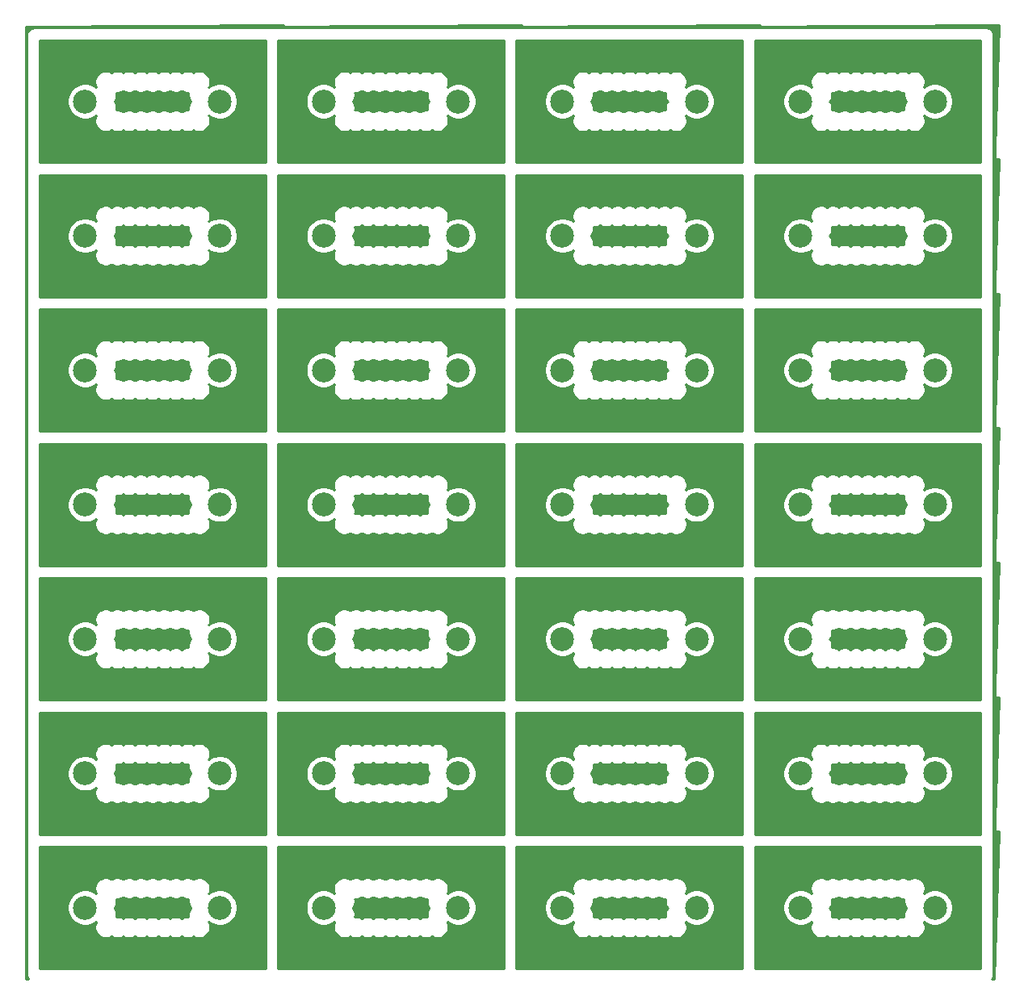
<source format=gbr>
G04 #@! TF.GenerationSoftware,KiCad,Pcbnew,5.1.5+dfsg1-2build2*
G04 #@! TF.CreationDate,2022-07-25T22:52:27-05:00*
G04 #@! TF.ProjectId,,58585858-5858-4585-9858-585858585858,rev?*
G04 #@! TF.SameCoordinates,Original*
G04 #@! TF.FileFunction,Copper,L2,Bot*
G04 #@! TF.FilePolarity,Positive*
%FSLAX46Y46*%
G04 Gerber Fmt 4.6, Leading zero omitted, Abs format (unit mm)*
G04 Created by KiCad (PCBNEW 5.1.5+dfsg1-2build2) date 2022-07-25 22:52:27*
%MOMM*%
%LPD*%
G04 APERTURE LIST*
%ADD10C,2.499360*%
%ADD11C,0.254000*%
G04 APERTURE END LIST*
D10*
X156485560Y-136379600D03*
X131485560Y-136379600D03*
X106485560Y-136379600D03*
X81485560Y-136379600D03*
X156485560Y-122279600D03*
X131485560Y-122279600D03*
X106485560Y-122279600D03*
X81485560Y-122279600D03*
X156485560Y-108179600D03*
X131485560Y-108179600D03*
X106485560Y-108179600D03*
X81485560Y-108179600D03*
X156485560Y-94079600D03*
X131485560Y-94079600D03*
X106485560Y-94079600D03*
X81485560Y-94079600D03*
X156485560Y-79979600D03*
X131485560Y-79979600D03*
X106485560Y-79979600D03*
X81485560Y-79979600D03*
X156485560Y-65879600D03*
X131485560Y-65879600D03*
X106485560Y-65879600D03*
X81485560Y-65879600D03*
X156485560Y-51779600D03*
X131485560Y-51779600D03*
X106485560Y-51779600D03*
X142385560Y-136379600D03*
X117385560Y-136379600D03*
X92385560Y-136379600D03*
X67385560Y-136379600D03*
X142385560Y-122279600D03*
X117385560Y-122279600D03*
X92385560Y-122279600D03*
X67385560Y-122279600D03*
X142385560Y-108179600D03*
X117385560Y-108179600D03*
X92385560Y-108179600D03*
X67385560Y-108179600D03*
X142385560Y-94079600D03*
X117385560Y-94079600D03*
X92385560Y-94079600D03*
X67385560Y-94079600D03*
X142385560Y-79979600D03*
X117385560Y-79979600D03*
X92385560Y-79979600D03*
X67385560Y-79979600D03*
X142385560Y-65879600D03*
X117385560Y-65879600D03*
X92385560Y-65879600D03*
X67385560Y-65879600D03*
X142385560Y-51779600D03*
X117385560Y-51779600D03*
X92385560Y-51779600D03*
X81485560Y-51779600D03*
X67385560Y-51779600D03*
D11*
G36*
X88145137Y-44069600D02*
G01*
X86967979Y-44069600D01*
X86935560Y-44066407D01*
X86903141Y-44069600D01*
X61967979Y-44069600D01*
X61935560Y-44066407D01*
X61903141Y-44069600D01*
X61806177Y-44079150D01*
X61681767Y-44116890D01*
X61567110Y-44178175D01*
X61466612Y-44260652D01*
X61384135Y-44361150D01*
X61322850Y-44475807D01*
X61285110Y-44600217D01*
X61272367Y-44729600D01*
X61275560Y-44762019D01*
X61275561Y-58797171D01*
X61272367Y-58829600D01*
X61275560Y-58862019D01*
X61275560Y-59242960D01*
X61137924Y-59242960D01*
X61152917Y-43920949D01*
X88154383Y-43764959D01*
X88145137Y-44069600D01*
G37*
X88145137Y-44069600D02*
X86967979Y-44069600D01*
X86935560Y-44066407D01*
X86903141Y-44069600D01*
X61967979Y-44069600D01*
X61935560Y-44066407D01*
X61903141Y-44069600D01*
X61806177Y-44079150D01*
X61681767Y-44116890D01*
X61567110Y-44178175D01*
X61466612Y-44260652D01*
X61384135Y-44361150D01*
X61322850Y-44475807D01*
X61285110Y-44600217D01*
X61272367Y-44729600D01*
X61275560Y-44762019D01*
X61275561Y-58797171D01*
X61272367Y-58829600D01*
X61275560Y-58862019D01*
X61275560Y-59242960D01*
X61137924Y-59242960D01*
X61152917Y-43920949D01*
X88154383Y-43764959D01*
X88145137Y-44069600D01*
G36*
X87717175Y-58169600D02*
G01*
X87595560Y-58169600D01*
X87595560Y-45389600D01*
X88105072Y-45389600D01*
X87717175Y-58169600D01*
G37*
X87717175Y-58169600D02*
X87595560Y-58169600D01*
X87595560Y-45389600D01*
X88105072Y-45389600D01*
X87717175Y-58169600D01*
G36*
X86275561Y-58169600D02*
G01*
X62595560Y-58169600D01*
X62595560Y-51593975D01*
X65500880Y-51593975D01*
X65500880Y-51965225D01*
X65573307Y-52329341D01*
X65715378Y-52672331D01*
X65921634Y-52981013D01*
X66184147Y-53243526D01*
X66492829Y-53449782D01*
X66835819Y-53591853D01*
X67199935Y-53664280D01*
X67571185Y-53664280D01*
X67935301Y-53591853D01*
X68278291Y-53449782D01*
X68542055Y-53273540D01*
X68529736Y-53291976D01*
X68444177Y-53498533D01*
X68400560Y-53717812D01*
X68400560Y-53941388D01*
X68444177Y-54160667D01*
X68529736Y-54367224D01*
X68653948Y-54553120D01*
X68812040Y-54711212D01*
X68997936Y-54835424D01*
X69204493Y-54920983D01*
X69423772Y-54964600D01*
X69647348Y-54964600D01*
X69866627Y-54920983D01*
X70073184Y-54835424D01*
X70148060Y-54785393D01*
X70222936Y-54835424D01*
X70429493Y-54920983D01*
X70648772Y-54964600D01*
X70872348Y-54964600D01*
X71091627Y-54920983D01*
X71298184Y-54835424D01*
X71373060Y-54785393D01*
X71447936Y-54835424D01*
X71654493Y-54920983D01*
X71873772Y-54964600D01*
X72097348Y-54964600D01*
X72316627Y-54920983D01*
X72523184Y-54835424D01*
X72598060Y-54785393D01*
X72672936Y-54835424D01*
X72879493Y-54920983D01*
X73098772Y-54964600D01*
X73322348Y-54964600D01*
X73541627Y-54920983D01*
X73748184Y-54835424D01*
X73823060Y-54785393D01*
X73897936Y-54835424D01*
X74104493Y-54920983D01*
X74323772Y-54964600D01*
X74547348Y-54964600D01*
X74766627Y-54920983D01*
X74973184Y-54835424D01*
X75048060Y-54785393D01*
X75122936Y-54835424D01*
X75329493Y-54920983D01*
X75548772Y-54964600D01*
X75772348Y-54964600D01*
X75991627Y-54920983D01*
X76198184Y-54835424D01*
X76273060Y-54785393D01*
X76347936Y-54835424D01*
X76554493Y-54920983D01*
X76773772Y-54964600D01*
X76997348Y-54964600D01*
X77216627Y-54920983D01*
X77423184Y-54835424D01*
X77498060Y-54785393D01*
X77572936Y-54835424D01*
X77779493Y-54920983D01*
X77998772Y-54964600D01*
X78222348Y-54964600D01*
X78441627Y-54920983D01*
X78648184Y-54835424D01*
X78723060Y-54785393D01*
X78797936Y-54835424D01*
X79004493Y-54920983D01*
X79223772Y-54964600D01*
X79447348Y-54964600D01*
X79666627Y-54920983D01*
X79873184Y-54835424D01*
X80059080Y-54711212D01*
X80217172Y-54553120D01*
X80341384Y-54367224D01*
X80426943Y-54160667D01*
X80470560Y-53941388D01*
X80470560Y-53717812D01*
X80426943Y-53498533D01*
X80341384Y-53291976D01*
X80329065Y-53273540D01*
X80592829Y-53449782D01*
X80935819Y-53591853D01*
X81299935Y-53664280D01*
X81671185Y-53664280D01*
X82035301Y-53591853D01*
X82378291Y-53449782D01*
X82686973Y-53243526D01*
X82949486Y-52981013D01*
X83155742Y-52672331D01*
X83297813Y-52329341D01*
X83370240Y-51965225D01*
X83370240Y-51593975D01*
X83297813Y-51229859D01*
X83155742Y-50886869D01*
X82949486Y-50578187D01*
X82686973Y-50315674D01*
X82378291Y-50109418D01*
X82035301Y-49967347D01*
X81671185Y-49894920D01*
X81299935Y-49894920D01*
X80935819Y-49967347D01*
X80592829Y-50109418D01*
X80329065Y-50285660D01*
X80341384Y-50267224D01*
X80426943Y-50060667D01*
X80470560Y-49841388D01*
X80470560Y-49617812D01*
X80426943Y-49398533D01*
X80341384Y-49191976D01*
X80217172Y-49006080D01*
X80059080Y-48847988D01*
X79873184Y-48723776D01*
X79666627Y-48638217D01*
X79447348Y-48594600D01*
X79223772Y-48594600D01*
X79004493Y-48638217D01*
X78797936Y-48723776D01*
X78723060Y-48773807D01*
X78648184Y-48723776D01*
X78441627Y-48638217D01*
X78222348Y-48594600D01*
X77998772Y-48594600D01*
X77779493Y-48638217D01*
X77572936Y-48723776D01*
X77498060Y-48773807D01*
X77423184Y-48723776D01*
X77216627Y-48638217D01*
X76997348Y-48594600D01*
X76773772Y-48594600D01*
X76554493Y-48638217D01*
X76347936Y-48723776D01*
X76273060Y-48773807D01*
X76198184Y-48723776D01*
X75991627Y-48638217D01*
X75772348Y-48594600D01*
X75548772Y-48594600D01*
X75329493Y-48638217D01*
X75122936Y-48723776D01*
X75048060Y-48773807D01*
X74973184Y-48723776D01*
X74766627Y-48638217D01*
X74547348Y-48594600D01*
X74323772Y-48594600D01*
X74104493Y-48638217D01*
X73897936Y-48723776D01*
X73823060Y-48773807D01*
X73748184Y-48723776D01*
X73541627Y-48638217D01*
X73322348Y-48594600D01*
X73098772Y-48594600D01*
X72879493Y-48638217D01*
X72672936Y-48723776D01*
X72598060Y-48773807D01*
X72523184Y-48723776D01*
X72316627Y-48638217D01*
X72097348Y-48594600D01*
X71873772Y-48594600D01*
X71654493Y-48638217D01*
X71447936Y-48723776D01*
X71373060Y-48773807D01*
X71298184Y-48723776D01*
X71091627Y-48638217D01*
X70872348Y-48594600D01*
X70648772Y-48594600D01*
X70429493Y-48638217D01*
X70222936Y-48723776D01*
X70148060Y-48773807D01*
X70073184Y-48723776D01*
X69866627Y-48638217D01*
X69647348Y-48594600D01*
X69423772Y-48594600D01*
X69204493Y-48638217D01*
X68997936Y-48723776D01*
X68812040Y-48847988D01*
X68653948Y-49006080D01*
X68529736Y-49191976D01*
X68444177Y-49398533D01*
X68400560Y-49617812D01*
X68400560Y-49841388D01*
X68444177Y-50060667D01*
X68529736Y-50267224D01*
X68542055Y-50285660D01*
X68278291Y-50109418D01*
X67935301Y-49967347D01*
X67571185Y-49894920D01*
X67199935Y-49894920D01*
X66835819Y-49967347D01*
X66492829Y-50109418D01*
X66184147Y-50315674D01*
X65921634Y-50578187D01*
X65715378Y-50886869D01*
X65573307Y-51229859D01*
X65500880Y-51593975D01*
X62595560Y-51593975D01*
X62595560Y-45389600D01*
X86275560Y-45389600D01*
X86275561Y-58169600D01*
G37*
X86275561Y-58169600D02*
X62595560Y-58169600D01*
X62595560Y-51593975D01*
X65500880Y-51593975D01*
X65500880Y-51965225D01*
X65573307Y-52329341D01*
X65715378Y-52672331D01*
X65921634Y-52981013D01*
X66184147Y-53243526D01*
X66492829Y-53449782D01*
X66835819Y-53591853D01*
X67199935Y-53664280D01*
X67571185Y-53664280D01*
X67935301Y-53591853D01*
X68278291Y-53449782D01*
X68542055Y-53273540D01*
X68529736Y-53291976D01*
X68444177Y-53498533D01*
X68400560Y-53717812D01*
X68400560Y-53941388D01*
X68444177Y-54160667D01*
X68529736Y-54367224D01*
X68653948Y-54553120D01*
X68812040Y-54711212D01*
X68997936Y-54835424D01*
X69204493Y-54920983D01*
X69423772Y-54964600D01*
X69647348Y-54964600D01*
X69866627Y-54920983D01*
X70073184Y-54835424D01*
X70148060Y-54785393D01*
X70222936Y-54835424D01*
X70429493Y-54920983D01*
X70648772Y-54964600D01*
X70872348Y-54964600D01*
X71091627Y-54920983D01*
X71298184Y-54835424D01*
X71373060Y-54785393D01*
X71447936Y-54835424D01*
X71654493Y-54920983D01*
X71873772Y-54964600D01*
X72097348Y-54964600D01*
X72316627Y-54920983D01*
X72523184Y-54835424D01*
X72598060Y-54785393D01*
X72672936Y-54835424D01*
X72879493Y-54920983D01*
X73098772Y-54964600D01*
X73322348Y-54964600D01*
X73541627Y-54920983D01*
X73748184Y-54835424D01*
X73823060Y-54785393D01*
X73897936Y-54835424D01*
X74104493Y-54920983D01*
X74323772Y-54964600D01*
X74547348Y-54964600D01*
X74766627Y-54920983D01*
X74973184Y-54835424D01*
X75048060Y-54785393D01*
X75122936Y-54835424D01*
X75329493Y-54920983D01*
X75548772Y-54964600D01*
X75772348Y-54964600D01*
X75991627Y-54920983D01*
X76198184Y-54835424D01*
X76273060Y-54785393D01*
X76347936Y-54835424D01*
X76554493Y-54920983D01*
X76773772Y-54964600D01*
X76997348Y-54964600D01*
X77216627Y-54920983D01*
X77423184Y-54835424D01*
X77498060Y-54785393D01*
X77572936Y-54835424D01*
X77779493Y-54920983D01*
X77998772Y-54964600D01*
X78222348Y-54964600D01*
X78441627Y-54920983D01*
X78648184Y-54835424D01*
X78723060Y-54785393D01*
X78797936Y-54835424D01*
X79004493Y-54920983D01*
X79223772Y-54964600D01*
X79447348Y-54964600D01*
X79666627Y-54920983D01*
X79873184Y-54835424D01*
X80059080Y-54711212D01*
X80217172Y-54553120D01*
X80341384Y-54367224D01*
X80426943Y-54160667D01*
X80470560Y-53941388D01*
X80470560Y-53717812D01*
X80426943Y-53498533D01*
X80341384Y-53291976D01*
X80329065Y-53273540D01*
X80592829Y-53449782D01*
X80935819Y-53591853D01*
X81299935Y-53664280D01*
X81671185Y-53664280D01*
X82035301Y-53591853D01*
X82378291Y-53449782D01*
X82686973Y-53243526D01*
X82949486Y-52981013D01*
X83155742Y-52672331D01*
X83297813Y-52329341D01*
X83370240Y-51965225D01*
X83370240Y-51593975D01*
X83297813Y-51229859D01*
X83155742Y-50886869D01*
X82949486Y-50578187D01*
X82686973Y-50315674D01*
X82378291Y-50109418D01*
X82035301Y-49967347D01*
X81671185Y-49894920D01*
X81299935Y-49894920D01*
X80935819Y-49967347D01*
X80592829Y-50109418D01*
X80329065Y-50285660D01*
X80341384Y-50267224D01*
X80426943Y-50060667D01*
X80470560Y-49841388D01*
X80470560Y-49617812D01*
X80426943Y-49398533D01*
X80341384Y-49191976D01*
X80217172Y-49006080D01*
X80059080Y-48847988D01*
X79873184Y-48723776D01*
X79666627Y-48638217D01*
X79447348Y-48594600D01*
X79223772Y-48594600D01*
X79004493Y-48638217D01*
X78797936Y-48723776D01*
X78723060Y-48773807D01*
X78648184Y-48723776D01*
X78441627Y-48638217D01*
X78222348Y-48594600D01*
X77998772Y-48594600D01*
X77779493Y-48638217D01*
X77572936Y-48723776D01*
X77498060Y-48773807D01*
X77423184Y-48723776D01*
X77216627Y-48638217D01*
X76997348Y-48594600D01*
X76773772Y-48594600D01*
X76554493Y-48638217D01*
X76347936Y-48723776D01*
X76273060Y-48773807D01*
X76198184Y-48723776D01*
X75991627Y-48638217D01*
X75772348Y-48594600D01*
X75548772Y-48594600D01*
X75329493Y-48638217D01*
X75122936Y-48723776D01*
X75048060Y-48773807D01*
X74973184Y-48723776D01*
X74766627Y-48638217D01*
X74547348Y-48594600D01*
X74323772Y-48594600D01*
X74104493Y-48638217D01*
X73897936Y-48723776D01*
X73823060Y-48773807D01*
X73748184Y-48723776D01*
X73541627Y-48638217D01*
X73322348Y-48594600D01*
X73098772Y-48594600D01*
X72879493Y-48638217D01*
X72672936Y-48723776D01*
X72598060Y-48773807D01*
X72523184Y-48723776D01*
X72316627Y-48638217D01*
X72097348Y-48594600D01*
X71873772Y-48594600D01*
X71654493Y-48638217D01*
X71447936Y-48723776D01*
X71373060Y-48773807D01*
X71298184Y-48723776D01*
X71091627Y-48638217D01*
X70872348Y-48594600D01*
X70648772Y-48594600D01*
X70429493Y-48638217D01*
X70222936Y-48723776D01*
X70148060Y-48773807D01*
X70073184Y-48723776D01*
X69866627Y-48638217D01*
X69647348Y-48594600D01*
X69423772Y-48594600D01*
X69204493Y-48638217D01*
X68997936Y-48723776D01*
X68812040Y-48847988D01*
X68653948Y-49006080D01*
X68529736Y-49191976D01*
X68444177Y-49398533D01*
X68400560Y-49617812D01*
X68400560Y-49841388D01*
X68444177Y-50060667D01*
X68529736Y-50267224D01*
X68542055Y-50285660D01*
X68278291Y-50109418D01*
X67935301Y-49967347D01*
X67571185Y-49894920D01*
X67199935Y-49894920D01*
X66835819Y-49967347D01*
X66492829Y-50109418D01*
X66184147Y-50315674D01*
X65921634Y-50578187D01*
X65715378Y-50886869D01*
X65573307Y-51229859D01*
X65500880Y-51593975D01*
X62595560Y-51593975D01*
X62595560Y-45389600D01*
X86275560Y-45389600D01*
X86275561Y-58169600D01*
G36*
X77572936Y-50735424D02*
G01*
X77779493Y-50820983D01*
X77998772Y-50864600D01*
X78222348Y-50864600D01*
X78223109Y-50864449D01*
X78200560Y-50977812D01*
X78200560Y-51201388D01*
X78244177Y-51420667D01*
X78329736Y-51627224D01*
X78431551Y-51779600D01*
X78329736Y-51931976D01*
X78244177Y-52138533D01*
X78200560Y-52357812D01*
X78200560Y-52581388D01*
X78223109Y-52694751D01*
X78222348Y-52694600D01*
X77998772Y-52694600D01*
X77779493Y-52738217D01*
X77572936Y-52823776D01*
X77498060Y-52873807D01*
X77423184Y-52823776D01*
X77216627Y-52738217D01*
X76997348Y-52694600D01*
X76773772Y-52694600D01*
X76554493Y-52738217D01*
X76347936Y-52823776D01*
X76273060Y-52873807D01*
X76198184Y-52823776D01*
X75991627Y-52738217D01*
X75772348Y-52694600D01*
X75548772Y-52694600D01*
X75329493Y-52738217D01*
X75122936Y-52823776D01*
X75048060Y-52873807D01*
X74973184Y-52823776D01*
X74766627Y-52738217D01*
X74547348Y-52694600D01*
X74323772Y-52694600D01*
X74104493Y-52738217D01*
X73897936Y-52823776D01*
X73823060Y-52873807D01*
X73748184Y-52823776D01*
X73541627Y-52738217D01*
X73322348Y-52694600D01*
X73098772Y-52694600D01*
X72879493Y-52738217D01*
X72672936Y-52823776D01*
X72598060Y-52873807D01*
X72523184Y-52823776D01*
X72316627Y-52738217D01*
X72097348Y-52694600D01*
X71873772Y-52694600D01*
X71654493Y-52738217D01*
X71447936Y-52823776D01*
X71373060Y-52873807D01*
X71298184Y-52823776D01*
X71091627Y-52738217D01*
X70872348Y-52694600D01*
X70648772Y-52694600D01*
X70648011Y-52694751D01*
X70670560Y-52581388D01*
X70670560Y-52357812D01*
X70626943Y-52138533D01*
X70541384Y-51931976D01*
X70439569Y-51779600D01*
X70541384Y-51627224D01*
X70626943Y-51420667D01*
X70670560Y-51201388D01*
X70670560Y-50977812D01*
X70648011Y-50864449D01*
X70648772Y-50864600D01*
X70872348Y-50864600D01*
X71091627Y-50820983D01*
X71298184Y-50735424D01*
X71373060Y-50685393D01*
X71447936Y-50735424D01*
X71654493Y-50820983D01*
X71873772Y-50864600D01*
X72097348Y-50864600D01*
X72316627Y-50820983D01*
X72523184Y-50735424D01*
X72598060Y-50685393D01*
X72672936Y-50735424D01*
X72879493Y-50820983D01*
X73098772Y-50864600D01*
X73322348Y-50864600D01*
X73541627Y-50820983D01*
X73748184Y-50735424D01*
X73823060Y-50685393D01*
X73897936Y-50735424D01*
X74104493Y-50820983D01*
X74323772Y-50864600D01*
X74547348Y-50864600D01*
X74766627Y-50820983D01*
X74973184Y-50735424D01*
X75048060Y-50685393D01*
X75122936Y-50735424D01*
X75329493Y-50820983D01*
X75548772Y-50864600D01*
X75772348Y-50864600D01*
X75991627Y-50820983D01*
X76198184Y-50735424D01*
X76273060Y-50685393D01*
X76347936Y-50735424D01*
X76554493Y-50820983D01*
X76773772Y-50864600D01*
X76997348Y-50864600D01*
X77216627Y-50820983D01*
X77423184Y-50735424D01*
X77498060Y-50685393D01*
X77572936Y-50735424D01*
G37*
X77572936Y-50735424D02*
X77779493Y-50820983D01*
X77998772Y-50864600D01*
X78222348Y-50864600D01*
X78223109Y-50864449D01*
X78200560Y-50977812D01*
X78200560Y-51201388D01*
X78244177Y-51420667D01*
X78329736Y-51627224D01*
X78431551Y-51779600D01*
X78329736Y-51931976D01*
X78244177Y-52138533D01*
X78200560Y-52357812D01*
X78200560Y-52581388D01*
X78223109Y-52694751D01*
X78222348Y-52694600D01*
X77998772Y-52694600D01*
X77779493Y-52738217D01*
X77572936Y-52823776D01*
X77498060Y-52873807D01*
X77423184Y-52823776D01*
X77216627Y-52738217D01*
X76997348Y-52694600D01*
X76773772Y-52694600D01*
X76554493Y-52738217D01*
X76347936Y-52823776D01*
X76273060Y-52873807D01*
X76198184Y-52823776D01*
X75991627Y-52738217D01*
X75772348Y-52694600D01*
X75548772Y-52694600D01*
X75329493Y-52738217D01*
X75122936Y-52823776D01*
X75048060Y-52873807D01*
X74973184Y-52823776D01*
X74766627Y-52738217D01*
X74547348Y-52694600D01*
X74323772Y-52694600D01*
X74104493Y-52738217D01*
X73897936Y-52823776D01*
X73823060Y-52873807D01*
X73748184Y-52823776D01*
X73541627Y-52738217D01*
X73322348Y-52694600D01*
X73098772Y-52694600D01*
X72879493Y-52738217D01*
X72672936Y-52823776D01*
X72598060Y-52873807D01*
X72523184Y-52823776D01*
X72316627Y-52738217D01*
X72097348Y-52694600D01*
X71873772Y-52694600D01*
X71654493Y-52738217D01*
X71447936Y-52823776D01*
X71373060Y-52873807D01*
X71298184Y-52823776D01*
X71091627Y-52738217D01*
X70872348Y-52694600D01*
X70648772Y-52694600D01*
X70648011Y-52694751D01*
X70670560Y-52581388D01*
X70670560Y-52357812D01*
X70626943Y-52138533D01*
X70541384Y-51931976D01*
X70439569Y-51779600D01*
X70541384Y-51627224D01*
X70626943Y-51420667D01*
X70670560Y-51201388D01*
X70670560Y-50977812D01*
X70648011Y-50864449D01*
X70648772Y-50864600D01*
X70872348Y-50864600D01*
X71091627Y-50820983D01*
X71298184Y-50735424D01*
X71373060Y-50685393D01*
X71447936Y-50735424D01*
X71654493Y-50820983D01*
X71873772Y-50864600D01*
X72097348Y-50864600D01*
X72316627Y-50820983D01*
X72523184Y-50735424D01*
X72598060Y-50685393D01*
X72672936Y-50735424D01*
X72879493Y-50820983D01*
X73098772Y-50864600D01*
X73322348Y-50864600D01*
X73541627Y-50820983D01*
X73748184Y-50735424D01*
X73823060Y-50685393D01*
X73897936Y-50735424D01*
X74104493Y-50820983D01*
X74323772Y-50864600D01*
X74547348Y-50864600D01*
X74766627Y-50820983D01*
X74973184Y-50735424D01*
X75048060Y-50685393D01*
X75122936Y-50735424D01*
X75329493Y-50820983D01*
X75548772Y-50864600D01*
X75772348Y-50864600D01*
X75991627Y-50820983D01*
X76198184Y-50735424D01*
X76273060Y-50685393D01*
X76347936Y-50735424D01*
X76554493Y-50820983D01*
X76773772Y-50864600D01*
X76997348Y-50864600D01*
X77216627Y-50820983D01*
X77423184Y-50735424D01*
X77498060Y-50685393D01*
X77572936Y-50735424D01*
G36*
X86275561Y-58169600D02*
G01*
X86138974Y-58169600D01*
X86151480Y-45389600D01*
X86275560Y-45389600D01*
X86275561Y-58169600D01*
G37*
X86275561Y-58169600D02*
X86138974Y-58169600D01*
X86151480Y-45389600D01*
X86275560Y-45389600D01*
X86275561Y-58169600D01*
G36*
X112717175Y-58169600D02*
G01*
X112595560Y-58169600D01*
X112595560Y-45389600D01*
X113105072Y-45389600D01*
X112717175Y-58169600D01*
G37*
X112717175Y-58169600D02*
X112595560Y-58169600D01*
X112595560Y-45389600D01*
X113105072Y-45389600D01*
X112717175Y-58169600D01*
G36*
X111275561Y-58169600D02*
G01*
X87595560Y-58169600D01*
X87595560Y-51593975D01*
X90500880Y-51593975D01*
X90500880Y-51965225D01*
X90573307Y-52329341D01*
X90715378Y-52672331D01*
X90921634Y-52981013D01*
X91184147Y-53243526D01*
X91492829Y-53449782D01*
X91835819Y-53591853D01*
X92199935Y-53664280D01*
X92571185Y-53664280D01*
X92935301Y-53591853D01*
X93278291Y-53449782D01*
X93542055Y-53273540D01*
X93529736Y-53291976D01*
X93444177Y-53498533D01*
X93400560Y-53717812D01*
X93400560Y-53941388D01*
X93444177Y-54160667D01*
X93529736Y-54367224D01*
X93653948Y-54553120D01*
X93812040Y-54711212D01*
X93997936Y-54835424D01*
X94204493Y-54920983D01*
X94423772Y-54964600D01*
X94647348Y-54964600D01*
X94866627Y-54920983D01*
X95073184Y-54835424D01*
X95148060Y-54785393D01*
X95222936Y-54835424D01*
X95429493Y-54920983D01*
X95648772Y-54964600D01*
X95872348Y-54964600D01*
X96091627Y-54920983D01*
X96298184Y-54835424D01*
X96373060Y-54785393D01*
X96447936Y-54835424D01*
X96654493Y-54920983D01*
X96873772Y-54964600D01*
X97097348Y-54964600D01*
X97316627Y-54920983D01*
X97523184Y-54835424D01*
X97598060Y-54785393D01*
X97672936Y-54835424D01*
X97879493Y-54920983D01*
X98098772Y-54964600D01*
X98322348Y-54964600D01*
X98541627Y-54920983D01*
X98748184Y-54835424D01*
X98823060Y-54785393D01*
X98897936Y-54835424D01*
X99104493Y-54920983D01*
X99323772Y-54964600D01*
X99547348Y-54964600D01*
X99766627Y-54920983D01*
X99973184Y-54835424D01*
X100048060Y-54785393D01*
X100122936Y-54835424D01*
X100329493Y-54920983D01*
X100548772Y-54964600D01*
X100772348Y-54964600D01*
X100991627Y-54920983D01*
X101198184Y-54835424D01*
X101273060Y-54785393D01*
X101347936Y-54835424D01*
X101554493Y-54920983D01*
X101773772Y-54964600D01*
X101997348Y-54964600D01*
X102216627Y-54920983D01*
X102423184Y-54835424D01*
X102498060Y-54785393D01*
X102572936Y-54835424D01*
X102779493Y-54920983D01*
X102998772Y-54964600D01*
X103222348Y-54964600D01*
X103441627Y-54920983D01*
X103648184Y-54835424D01*
X103723060Y-54785393D01*
X103797936Y-54835424D01*
X104004493Y-54920983D01*
X104223772Y-54964600D01*
X104447348Y-54964600D01*
X104666627Y-54920983D01*
X104873184Y-54835424D01*
X105059080Y-54711212D01*
X105217172Y-54553120D01*
X105341384Y-54367224D01*
X105426943Y-54160667D01*
X105470560Y-53941388D01*
X105470560Y-53717812D01*
X105426943Y-53498533D01*
X105341384Y-53291976D01*
X105329065Y-53273540D01*
X105592829Y-53449782D01*
X105935819Y-53591853D01*
X106299935Y-53664280D01*
X106671185Y-53664280D01*
X107035301Y-53591853D01*
X107378291Y-53449782D01*
X107686973Y-53243526D01*
X107949486Y-52981013D01*
X108155742Y-52672331D01*
X108297813Y-52329341D01*
X108370240Y-51965225D01*
X108370240Y-51593975D01*
X108297813Y-51229859D01*
X108155742Y-50886869D01*
X107949486Y-50578187D01*
X107686973Y-50315674D01*
X107378291Y-50109418D01*
X107035301Y-49967347D01*
X106671185Y-49894920D01*
X106299935Y-49894920D01*
X105935819Y-49967347D01*
X105592829Y-50109418D01*
X105329065Y-50285660D01*
X105341384Y-50267224D01*
X105426943Y-50060667D01*
X105470560Y-49841388D01*
X105470560Y-49617812D01*
X105426943Y-49398533D01*
X105341384Y-49191976D01*
X105217172Y-49006080D01*
X105059080Y-48847988D01*
X104873184Y-48723776D01*
X104666627Y-48638217D01*
X104447348Y-48594600D01*
X104223772Y-48594600D01*
X104004493Y-48638217D01*
X103797936Y-48723776D01*
X103723060Y-48773807D01*
X103648184Y-48723776D01*
X103441627Y-48638217D01*
X103222348Y-48594600D01*
X102998772Y-48594600D01*
X102779493Y-48638217D01*
X102572936Y-48723776D01*
X102498060Y-48773807D01*
X102423184Y-48723776D01*
X102216627Y-48638217D01*
X101997348Y-48594600D01*
X101773772Y-48594600D01*
X101554493Y-48638217D01*
X101347936Y-48723776D01*
X101273060Y-48773807D01*
X101198184Y-48723776D01*
X100991627Y-48638217D01*
X100772348Y-48594600D01*
X100548772Y-48594600D01*
X100329493Y-48638217D01*
X100122936Y-48723776D01*
X100048060Y-48773807D01*
X99973184Y-48723776D01*
X99766627Y-48638217D01*
X99547348Y-48594600D01*
X99323772Y-48594600D01*
X99104493Y-48638217D01*
X98897936Y-48723776D01*
X98823060Y-48773807D01*
X98748184Y-48723776D01*
X98541627Y-48638217D01*
X98322348Y-48594600D01*
X98098772Y-48594600D01*
X97879493Y-48638217D01*
X97672936Y-48723776D01*
X97598060Y-48773807D01*
X97523184Y-48723776D01*
X97316627Y-48638217D01*
X97097348Y-48594600D01*
X96873772Y-48594600D01*
X96654493Y-48638217D01*
X96447936Y-48723776D01*
X96373060Y-48773807D01*
X96298184Y-48723776D01*
X96091627Y-48638217D01*
X95872348Y-48594600D01*
X95648772Y-48594600D01*
X95429493Y-48638217D01*
X95222936Y-48723776D01*
X95148060Y-48773807D01*
X95073184Y-48723776D01*
X94866627Y-48638217D01*
X94647348Y-48594600D01*
X94423772Y-48594600D01*
X94204493Y-48638217D01*
X93997936Y-48723776D01*
X93812040Y-48847988D01*
X93653948Y-49006080D01*
X93529736Y-49191976D01*
X93444177Y-49398533D01*
X93400560Y-49617812D01*
X93400560Y-49841388D01*
X93444177Y-50060667D01*
X93529736Y-50267224D01*
X93542055Y-50285660D01*
X93278291Y-50109418D01*
X92935301Y-49967347D01*
X92571185Y-49894920D01*
X92199935Y-49894920D01*
X91835819Y-49967347D01*
X91492829Y-50109418D01*
X91184147Y-50315674D01*
X90921634Y-50578187D01*
X90715378Y-50886869D01*
X90573307Y-51229859D01*
X90500880Y-51593975D01*
X87595560Y-51593975D01*
X87595560Y-45389600D01*
X111275560Y-45389600D01*
X111275561Y-58169600D01*
G37*
X111275561Y-58169600D02*
X87595560Y-58169600D01*
X87595560Y-51593975D01*
X90500880Y-51593975D01*
X90500880Y-51965225D01*
X90573307Y-52329341D01*
X90715378Y-52672331D01*
X90921634Y-52981013D01*
X91184147Y-53243526D01*
X91492829Y-53449782D01*
X91835819Y-53591853D01*
X92199935Y-53664280D01*
X92571185Y-53664280D01*
X92935301Y-53591853D01*
X93278291Y-53449782D01*
X93542055Y-53273540D01*
X93529736Y-53291976D01*
X93444177Y-53498533D01*
X93400560Y-53717812D01*
X93400560Y-53941388D01*
X93444177Y-54160667D01*
X93529736Y-54367224D01*
X93653948Y-54553120D01*
X93812040Y-54711212D01*
X93997936Y-54835424D01*
X94204493Y-54920983D01*
X94423772Y-54964600D01*
X94647348Y-54964600D01*
X94866627Y-54920983D01*
X95073184Y-54835424D01*
X95148060Y-54785393D01*
X95222936Y-54835424D01*
X95429493Y-54920983D01*
X95648772Y-54964600D01*
X95872348Y-54964600D01*
X96091627Y-54920983D01*
X96298184Y-54835424D01*
X96373060Y-54785393D01*
X96447936Y-54835424D01*
X96654493Y-54920983D01*
X96873772Y-54964600D01*
X97097348Y-54964600D01*
X97316627Y-54920983D01*
X97523184Y-54835424D01*
X97598060Y-54785393D01*
X97672936Y-54835424D01*
X97879493Y-54920983D01*
X98098772Y-54964600D01*
X98322348Y-54964600D01*
X98541627Y-54920983D01*
X98748184Y-54835424D01*
X98823060Y-54785393D01*
X98897936Y-54835424D01*
X99104493Y-54920983D01*
X99323772Y-54964600D01*
X99547348Y-54964600D01*
X99766627Y-54920983D01*
X99973184Y-54835424D01*
X100048060Y-54785393D01*
X100122936Y-54835424D01*
X100329493Y-54920983D01*
X100548772Y-54964600D01*
X100772348Y-54964600D01*
X100991627Y-54920983D01*
X101198184Y-54835424D01*
X101273060Y-54785393D01*
X101347936Y-54835424D01*
X101554493Y-54920983D01*
X101773772Y-54964600D01*
X101997348Y-54964600D01*
X102216627Y-54920983D01*
X102423184Y-54835424D01*
X102498060Y-54785393D01*
X102572936Y-54835424D01*
X102779493Y-54920983D01*
X102998772Y-54964600D01*
X103222348Y-54964600D01*
X103441627Y-54920983D01*
X103648184Y-54835424D01*
X103723060Y-54785393D01*
X103797936Y-54835424D01*
X104004493Y-54920983D01*
X104223772Y-54964600D01*
X104447348Y-54964600D01*
X104666627Y-54920983D01*
X104873184Y-54835424D01*
X105059080Y-54711212D01*
X105217172Y-54553120D01*
X105341384Y-54367224D01*
X105426943Y-54160667D01*
X105470560Y-53941388D01*
X105470560Y-53717812D01*
X105426943Y-53498533D01*
X105341384Y-53291976D01*
X105329065Y-53273540D01*
X105592829Y-53449782D01*
X105935819Y-53591853D01*
X106299935Y-53664280D01*
X106671185Y-53664280D01*
X107035301Y-53591853D01*
X107378291Y-53449782D01*
X107686973Y-53243526D01*
X107949486Y-52981013D01*
X108155742Y-52672331D01*
X108297813Y-52329341D01*
X108370240Y-51965225D01*
X108370240Y-51593975D01*
X108297813Y-51229859D01*
X108155742Y-50886869D01*
X107949486Y-50578187D01*
X107686973Y-50315674D01*
X107378291Y-50109418D01*
X107035301Y-49967347D01*
X106671185Y-49894920D01*
X106299935Y-49894920D01*
X105935819Y-49967347D01*
X105592829Y-50109418D01*
X105329065Y-50285660D01*
X105341384Y-50267224D01*
X105426943Y-50060667D01*
X105470560Y-49841388D01*
X105470560Y-49617812D01*
X105426943Y-49398533D01*
X105341384Y-49191976D01*
X105217172Y-49006080D01*
X105059080Y-48847988D01*
X104873184Y-48723776D01*
X104666627Y-48638217D01*
X104447348Y-48594600D01*
X104223772Y-48594600D01*
X104004493Y-48638217D01*
X103797936Y-48723776D01*
X103723060Y-48773807D01*
X103648184Y-48723776D01*
X103441627Y-48638217D01*
X103222348Y-48594600D01*
X102998772Y-48594600D01*
X102779493Y-48638217D01*
X102572936Y-48723776D01*
X102498060Y-48773807D01*
X102423184Y-48723776D01*
X102216627Y-48638217D01*
X101997348Y-48594600D01*
X101773772Y-48594600D01*
X101554493Y-48638217D01*
X101347936Y-48723776D01*
X101273060Y-48773807D01*
X101198184Y-48723776D01*
X100991627Y-48638217D01*
X100772348Y-48594600D01*
X100548772Y-48594600D01*
X100329493Y-48638217D01*
X100122936Y-48723776D01*
X100048060Y-48773807D01*
X99973184Y-48723776D01*
X99766627Y-48638217D01*
X99547348Y-48594600D01*
X99323772Y-48594600D01*
X99104493Y-48638217D01*
X98897936Y-48723776D01*
X98823060Y-48773807D01*
X98748184Y-48723776D01*
X98541627Y-48638217D01*
X98322348Y-48594600D01*
X98098772Y-48594600D01*
X97879493Y-48638217D01*
X97672936Y-48723776D01*
X97598060Y-48773807D01*
X97523184Y-48723776D01*
X97316627Y-48638217D01*
X97097348Y-48594600D01*
X96873772Y-48594600D01*
X96654493Y-48638217D01*
X96447936Y-48723776D01*
X96373060Y-48773807D01*
X96298184Y-48723776D01*
X96091627Y-48638217D01*
X95872348Y-48594600D01*
X95648772Y-48594600D01*
X95429493Y-48638217D01*
X95222936Y-48723776D01*
X95148060Y-48773807D01*
X95073184Y-48723776D01*
X94866627Y-48638217D01*
X94647348Y-48594600D01*
X94423772Y-48594600D01*
X94204493Y-48638217D01*
X93997936Y-48723776D01*
X93812040Y-48847988D01*
X93653948Y-49006080D01*
X93529736Y-49191976D01*
X93444177Y-49398533D01*
X93400560Y-49617812D01*
X93400560Y-49841388D01*
X93444177Y-50060667D01*
X93529736Y-50267224D01*
X93542055Y-50285660D01*
X93278291Y-50109418D01*
X92935301Y-49967347D01*
X92571185Y-49894920D01*
X92199935Y-49894920D01*
X91835819Y-49967347D01*
X91492829Y-50109418D01*
X91184147Y-50315674D01*
X90921634Y-50578187D01*
X90715378Y-50886869D01*
X90573307Y-51229859D01*
X90500880Y-51593975D01*
X87595560Y-51593975D01*
X87595560Y-45389600D01*
X111275560Y-45389600D01*
X111275561Y-58169600D01*
G36*
X102572936Y-50735424D02*
G01*
X102779493Y-50820983D01*
X102998772Y-50864600D01*
X103222348Y-50864600D01*
X103223109Y-50864449D01*
X103200560Y-50977812D01*
X103200560Y-51201388D01*
X103244177Y-51420667D01*
X103329736Y-51627224D01*
X103431551Y-51779600D01*
X103329736Y-51931976D01*
X103244177Y-52138533D01*
X103200560Y-52357812D01*
X103200560Y-52581388D01*
X103223109Y-52694751D01*
X103222348Y-52694600D01*
X102998772Y-52694600D01*
X102779493Y-52738217D01*
X102572936Y-52823776D01*
X102498060Y-52873807D01*
X102423184Y-52823776D01*
X102216627Y-52738217D01*
X101997348Y-52694600D01*
X101773772Y-52694600D01*
X101554493Y-52738217D01*
X101347936Y-52823776D01*
X101273060Y-52873807D01*
X101198184Y-52823776D01*
X100991627Y-52738217D01*
X100772348Y-52694600D01*
X100548772Y-52694600D01*
X100329493Y-52738217D01*
X100122936Y-52823776D01*
X100048060Y-52873807D01*
X99973184Y-52823776D01*
X99766627Y-52738217D01*
X99547348Y-52694600D01*
X99323772Y-52694600D01*
X99104493Y-52738217D01*
X98897936Y-52823776D01*
X98823060Y-52873807D01*
X98748184Y-52823776D01*
X98541627Y-52738217D01*
X98322348Y-52694600D01*
X98098772Y-52694600D01*
X97879493Y-52738217D01*
X97672936Y-52823776D01*
X97598060Y-52873807D01*
X97523184Y-52823776D01*
X97316627Y-52738217D01*
X97097348Y-52694600D01*
X96873772Y-52694600D01*
X96654493Y-52738217D01*
X96447936Y-52823776D01*
X96373060Y-52873807D01*
X96298184Y-52823776D01*
X96091627Y-52738217D01*
X95872348Y-52694600D01*
X95648772Y-52694600D01*
X95648011Y-52694751D01*
X95670560Y-52581388D01*
X95670560Y-52357812D01*
X95626943Y-52138533D01*
X95541384Y-51931976D01*
X95439569Y-51779600D01*
X95541384Y-51627224D01*
X95626943Y-51420667D01*
X95670560Y-51201388D01*
X95670560Y-50977812D01*
X95648011Y-50864449D01*
X95648772Y-50864600D01*
X95872348Y-50864600D01*
X96091627Y-50820983D01*
X96298184Y-50735424D01*
X96373060Y-50685393D01*
X96447936Y-50735424D01*
X96654493Y-50820983D01*
X96873772Y-50864600D01*
X97097348Y-50864600D01*
X97316627Y-50820983D01*
X97523184Y-50735424D01*
X97598060Y-50685393D01*
X97672936Y-50735424D01*
X97879493Y-50820983D01*
X98098772Y-50864600D01*
X98322348Y-50864600D01*
X98541627Y-50820983D01*
X98748184Y-50735424D01*
X98823060Y-50685393D01*
X98897936Y-50735424D01*
X99104493Y-50820983D01*
X99323772Y-50864600D01*
X99547348Y-50864600D01*
X99766627Y-50820983D01*
X99973184Y-50735424D01*
X100048060Y-50685393D01*
X100122936Y-50735424D01*
X100329493Y-50820983D01*
X100548772Y-50864600D01*
X100772348Y-50864600D01*
X100991627Y-50820983D01*
X101198184Y-50735424D01*
X101273060Y-50685393D01*
X101347936Y-50735424D01*
X101554493Y-50820983D01*
X101773772Y-50864600D01*
X101997348Y-50864600D01*
X102216627Y-50820983D01*
X102423184Y-50735424D01*
X102498060Y-50685393D01*
X102572936Y-50735424D01*
G37*
X102572936Y-50735424D02*
X102779493Y-50820983D01*
X102998772Y-50864600D01*
X103222348Y-50864600D01*
X103223109Y-50864449D01*
X103200560Y-50977812D01*
X103200560Y-51201388D01*
X103244177Y-51420667D01*
X103329736Y-51627224D01*
X103431551Y-51779600D01*
X103329736Y-51931976D01*
X103244177Y-52138533D01*
X103200560Y-52357812D01*
X103200560Y-52581388D01*
X103223109Y-52694751D01*
X103222348Y-52694600D01*
X102998772Y-52694600D01*
X102779493Y-52738217D01*
X102572936Y-52823776D01*
X102498060Y-52873807D01*
X102423184Y-52823776D01*
X102216627Y-52738217D01*
X101997348Y-52694600D01*
X101773772Y-52694600D01*
X101554493Y-52738217D01*
X101347936Y-52823776D01*
X101273060Y-52873807D01*
X101198184Y-52823776D01*
X100991627Y-52738217D01*
X100772348Y-52694600D01*
X100548772Y-52694600D01*
X100329493Y-52738217D01*
X100122936Y-52823776D01*
X100048060Y-52873807D01*
X99973184Y-52823776D01*
X99766627Y-52738217D01*
X99547348Y-52694600D01*
X99323772Y-52694600D01*
X99104493Y-52738217D01*
X98897936Y-52823776D01*
X98823060Y-52873807D01*
X98748184Y-52823776D01*
X98541627Y-52738217D01*
X98322348Y-52694600D01*
X98098772Y-52694600D01*
X97879493Y-52738217D01*
X97672936Y-52823776D01*
X97598060Y-52873807D01*
X97523184Y-52823776D01*
X97316627Y-52738217D01*
X97097348Y-52694600D01*
X96873772Y-52694600D01*
X96654493Y-52738217D01*
X96447936Y-52823776D01*
X96373060Y-52873807D01*
X96298184Y-52823776D01*
X96091627Y-52738217D01*
X95872348Y-52694600D01*
X95648772Y-52694600D01*
X95648011Y-52694751D01*
X95670560Y-52581388D01*
X95670560Y-52357812D01*
X95626943Y-52138533D01*
X95541384Y-51931976D01*
X95439569Y-51779600D01*
X95541384Y-51627224D01*
X95626943Y-51420667D01*
X95670560Y-51201388D01*
X95670560Y-50977812D01*
X95648011Y-50864449D01*
X95648772Y-50864600D01*
X95872348Y-50864600D01*
X96091627Y-50820983D01*
X96298184Y-50735424D01*
X96373060Y-50685393D01*
X96447936Y-50735424D01*
X96654493Y-50820983D01*
X96873772Y-50864600D01*
X97097348Y-50864600D01*
X97316627Y-50820983D01*
X97523184Y-50735424D01*
X97598060Y-50685393D01*
X97672936Y-50735424D01*
X97879493Y-50820983D01*
X98098772Y-50864600D01*
X98322348Y-50864600D01*
X98541627Y-50820983D01*
X98748184Y-50735424D01*
X98823060Y-50685393D01*
X98897936Y-50735424D01*
X99104493Y-50820983D01*
X99323772Y-50864600D01*
X99547348Y-50864600D01*
X99766627Y-50820983D01*
X99973184Y-50735424D01*
X100048060Y-50685393D01*
X100122936Y-50735424D01*
X100329493Y-50820983D01*
X100548772Y-50864600D01*
X100772348Y-50864600D01*
X100991627Y-50820983D01*
X101198184Y-50735424D01*
X101273060Y-50685393D01*
X101347936Y-50735424D01*
X101554493Y-50820983D01*
X101773772Y-50864600D01*
X101997348Y-50864600D01*
X102216627Y-50820983D01*
X102423184Y-50735424D01*
X102498060Y-50685393D01*
X102572936Y-50735424D01*
G36*
X113145137Y-44069600D02*
G01*
X111967979Y-44069600D01*
X111935560Y-44066407D01*
X111903141Y-44069600D01*
X86967979Y-44069600D01*
X86935560Y-44066407D01*
X86903141Y-44069600D01*
X86152772Y-44069600D01*
X86152917Y-43920949D01*
X113154383Y-43764959D01*
X113145137Y-44069600D01*
G37*
X113145137Y-44069600D02*
X111967979Y-44069600D01*
X111935560Y-44066407D01*
X111903141Y-44069600D01*
X86967979Y-44069600D01*
X86935560Y-44066407D01*
X86903141Y-44069600D01*
X86152772Y-44069600D01*
X86152917Y-43920949D01*
X113154383Y-43764959D01*
X113145137Y-44069600D01*
G36*
X111275561Y-58169600D02*
G01*
X111138974Y-58169600D01*
X111151480Y-45389600D01*
X111275560Y-45389600D01*
X111275561Y-58169600D01*
G37*
X111275561Y-58169600D02*
X111138974Y-58169600D01*
X111151480Y-45389600D01*
X111275560Y-45389600D01*
X111275561Y-58169600D01*
G36*
X137717175Y-58169600D02*
G01*
X137595560Y-58169600D01*
X137595560Y-45389600D01*
X138105072Y-45389600D01*
X137717175Y-58169600D01*
G37*
X137717175Y-58169600D02*
X137595560Y-58169600D01*
X137595560Y-45389600D01*
X138105072Y-45389600D01*
X137717175Y-58169600D01*
G36*
X136275561Y-58169600D02*
G01*
X112595560Y-58169600D01*
X112595560Y-51593975D01*
X115500880Y-51593975D01*
X115500880Y-51965225D01*
X115573307Y-52329341D01*
X115715378Y-52672331D01*
X115921634Y-52981013D01*
X116184147Y-53243526D01*
X116492829Y-53449782D01*
X116835819Y-53591853D01*
X117199935Y-53664280D01*
X117571185Y-53664280D01*
X117935301Y-53591853D01*
X118278291Y-53449782D01*
X118542055Y-53273540D01*
X118529736Y-53291976D01*
X118444177Y-53498533D01*
X118400560Y-53717812D01*
X118400560Y-53941388D01*
X118444177Y-54160667D01*
X118529736Y-54367224D01*
X118653948Y-54553120D01*
X118812040Y-54711212D01*
X118997936Y-54835424D01*
X119204493Y-54920983D01*
X119423772Y-54964600D01*
X119647348Y-54964600D01*
X119866627Y-54920983D01*
X120073184Y-54835424D01*
X120148060Y-54785393D01*
X120222936Y-54835424D01*
X120429493Y-54920983D01*
X120648772Y-54964600D01*
X120872348Y-54964600D01*
X121091627Y-54920983D01*
X121298184Y-54835424D01*
X121373060Y-54785393D01*
X121447936Y-54835424D01*
X121654493Y-54920983D01*
X121873772Y-54964600D01*
X122097348Y-54964600D01*
X122316627Y-54920983D01*
X122523184Y-54835424D01*
X122598060Y-54785393D01*
X122672936Y-54835424D01*
X122879493Y-54920983D01*
X123098772Y-54964600D01*
X123322348Y-54964600D01*
X123541627Y-54920983D01*
X123748184Y-54835424D01*
X123823060Y-54785393D01*
X123897936Y-54835424D01*
X124104493Y-54920983D01*
X124323772Y-54964600D01*
X124547348Y-54964600D01*
X124766627Y-54920983D01*
X124973184Y-54835424D01*
X125048060Y-54785393D01*
X125122936Y-54835424D01*
X125329493Y-54920983D01*
X125548772Y-54964600D01*
X125772348Y-54964600D01*
X125991627Y-54920983D01*
X126198184Y-54835424D01*
X126273060Y-54785393D01*
X126347936Y-54835424D01*
X126554493Y-54920983D01*
X126773772Y-54964600D01*
X126997348Y-54964600D01*
X127216627Y-54920983D01*
X127423184Y-54835424D01*
X127498060Y-54785393D01*
X127572936Y-54835424D01*
X127779493Y-54920983D01*
X127998772Y-54964600D01*
X128222348Y-54964600D01*
X128441627Y-54920983D01*
X128648184Y-54835424D01*
X128723060Y-54785393D01*
X128797936Y-54835424D01*
X129004493Y-54920983D01*
X129223772Y-54964600D01*
X129447348Y-54964600D01*
X129666627Y-54920983D01*
X129873184Y-54835424D01*
X130059080Y-54711212D01*
X130217172Y-54553120D01*
X130341384Y-54367224D01*
X130426943Y-54160667D01*
X130470560Y-53941388D01*
X130470560Y-53717812D01*
X130426943Y-53498533D01*
X130341384Y-53291976D01*
X130329065Y-53273540D01*
X130592829Y-53449782D01*
X130935819Y-53591853D01*
X131299935Y-53664280D01*
X131671185Y-53664280D01*
X132035301Y-53591853D01*
X132378291Y-53449782D01*
X132686973Y-53243526D01*
X132949486Y-52981013D01*
X133155742Y-52672331D01*
X133297813Y-52329341D01*
X133370240Y-51965225D01*
X133370240Y-51593975D01*
X133297813Y-51229859D01*
X133155742Y-50886869D01*
X132949486Y-50578187D01*
X132686973Y-50315674D01*
X132378291Y-50109418D01*
X132035301Y-49967347D01*
X131671185Y-49894920D01*
X131299935Y-49894920D01*
X130935819Y-49967347D01*
X130592829Y-50109418D01*
X130329065Y-50285660D01*
X130341384Y-50267224D01*
X130426943Y-50060667D01*
X130470560Y-49841388D01*
X130470560Y-49617812D01*
X130426943Y-49398533D01*
X130341384Y-49191976D01*
X130217172Y-49006080D01*
X130059080Y-48847988D01*
X129873184Y-48723776D01*
X129666627Y-48638217D01*
X129447348Y-48594600D01*
X129223772Y-48594600D01*
X129004493Y-48638217D01*
X128797936Y-48723776D01*
X128723060Y-48773807D01*
X128648184Y-48723776D01*
X128441627Y-48638217D01*
X128222348Y-48594600D01*
X127998772Y-48594600D01*
X127779493Y-48638217D01*
X127572936Y-48723776D01*
X127498060Y-48773807D01*
X127423184Y-48723776D01*
X127216627Y-48638217D01*
X126997348Y-48594600D01*
X126773772Y-48594600D01*
X126554493Y-48638217D01*
X126347936Y-48723776D01*
X126273060Y-48773807D01*
X126198184Y-48723776D01*
X125991627Y-48638217D01*
X125772348Y-48594600D01*
X125548772Y-48594600D01*
X125329493Y-48638217D01*
X125122936Y-48723776D01*
X125048060Y-48773807D01*
X124973184Y-48723776D01*
X124766627Y-48638217D01*
X124547348Y-48594600D01*
X124323772Y-48594600D01*
X124104493Y-48638217D01*
X123897936Y-48723776D01*
X123823060Y-48773807D01*
X123748184Y-48723776D01*
X123541627Y-48638217D01*
X123322348Y-48594600D01*
X123098772Y-48594600D01*
X122879493Y-48638217D01*
X122672936Y-48723776D01*
X122598060Y-48773807D01*
X122523184Y-48723776D01*
X122316627Y-48638217D01*
X122097348Y-48594600D01*
X121873772Y-48594600D01*
X121654493Y-48638217D01*
X121447936Y-48723776D01*
X121373060Y-48773807D01*
X121298184Y-48723776D01*
X121091627Y-48638217D01*
X120872348Y-48594600D01*
X120648772Y-48594600D01*
X120429493Y-48638217D01*
X120222936Y-48723776D01*
X120148060Y-48773807D01*
X120073184Y-48723776D01*
X119866627Y-48638217D01*
X119647348Y-48594600D01*
X119423772Y-48594600D01*
X119204493Y-48638217D01*
X118997936Y-48723776D01*
X118812040Y-48847988D01*
X118653948Y-49006080D01*
X118529736Y-49191976D01*
X118444177Y-49398533D01*
X118400560Y-49617812D01*
X118400560Y-49841388D01*
X118444177Y-50060667D01*
X118529736Y-50267224D01*
X118542055Y-50285660D01*
X118278291Y-50109418D01*
X117935301Y-49967347D01*
X117571185Y-49894920D01*
X117199935Y-49894920D01*
X116835819Y-49967347D01*
X116492829Y-50109418D01*
X116184147Y-50315674D01*
X115921634Y-50578187D01*
X115715378Y-50886869D01*
X115573307Y-51229859D01*
X115500880Y-51593975D01*
X112595560Y-51593975D01*
X112595560Y-45389600D01*
X136275560Y-45389600D01*
X136275561Y-58169600D01*
G37*
X136275561Y-58169600D02*
X112595560Y-58169600D01*
X112595560Y-51593975D01*
X115500880Y-51593975D01*
X115500880Y-51965225D01*
X115573307Y-52329341D01*
X115715378Y-52672331D01*
X115921634Y-52981013D01*
X116184147Y-53243526D01*
X116492829Y-53449782D01*
X116835819Y-53591853D01*
X117199935Y-53664280D01*
X117571185Y-53664280D01*
X117935301Y-53591853D01*
X118278291Y-53449782D01*
X118542055Y-53273540D01*
X118529736Y-53291976D01*
X118444177Y-53498533D01*
X118400560Y-53717812D01*
X118400560Y-53941388D01*
X118444177Y-54160667D01*
X118529736Y-54367224D01*
X118653948Y-54553120D01*
X118812040Y-54711212D01*
X118997936Y-54835424D01*
X119204493Y-54920983D01*
X119423772Y-54964600D01*
X119647348Y-54964600D01*
X119866627Y-54920983D01*
X120073184Y-54835424D01*
X120148060Y-54785393D01*
X120222936Y-54835424D01*
X120429493Y-54920983D01*
X120648772Y-54964600D01*
X120872348Y-54964600D01*
X121091627Y-54920983D01*
X121298184Y-54835424D01*
X121373060Y-54785393D01*
X121447936Y-54835424D01*
X121654493Y-54920983D01*
X121873772Y-54964600D01*
X122097348Y-54964600D01*
X122316627Y-54920983D01*
X122523184Y-54835424D01*
X122598060Y-54785393D01*
X122672936Y-54835424D01*
X122879493Y-54920983D01*
X123098772Y-54964600D01*
X123322348Y-54964600D01*
X123541627Y-54920983D01*
X123748184Y-54835424D01*
X123823060Y-54785393D01*
X123897936Y-54835424D01*
X124104493Y-54920983D01*
X124323772Y-54964600D01*
X124547348Y-54964600D01*
X124766627Y-54920983D01*
X124973184Y-54835424D01*
X125048060Y-54785393D01*
X125122936Y-54835424D01*
X125329493Y-54920983D01*
X125548772Y-54964600D01*
X125772348Y-54964600D01*
X125991627Y-54920983D01*
X126198184Y-54835424D01*
X126273060Y-54785393D01*
X126347936Y-54835424D01*
X126554493Y-54920983D01*
X126773772Y-54964600D01*
X126997348Y-54964600D01*
X127216627Y-54920983D01*
X127423184Y-54835424D01*
X127498060Y-54785393D01*
X127572936Y-54835424D01*
X127779493Y-54920983D01*
X127998772Y-54964600D01*
X128222348Y-54964600D01*
X128441627Y-54920983D01*
X128648184Y-54835424D01*
X128723060Y-54785393D01*
X128797936Y-54835424D01*
X129004493Y-54920983D01*
X129223772Y-54964600D01*
X129447348Y-54964600D01*
X129666627Y-54920983D01*
X129873184Y-54835424D01*
X130059080Y-54711212D01*
X130217172Y-54553120D01*
X130341384Y-54367224D01*
X130426943Y-54160667D01*
X130470560Y-53941388D01*
X130470560Y-53717812D01*
X130426943Y-53498533D01*
X130341384Y-53291976D01*
X130329065Y-53273540D01*
X130592829Y-53449782D01*
X130935819Y-53591853D01*
X131299935Y-53664280D01*
X131671185Y-53664280D01*
X132035301Y-53591853D01*
X132378291Y-53449782D01*
X132686973Y-53243526D01*
X132949486Y-52981013D01*
X133155742Y-52672331D01*
X133297813Y-52329341D01*
X133370240Y-51965225D01*
X133370240Y-51593975D01*
X133297813Y-51229859D01*
X133155742Y-50886869D01*
X132949486Y-50578187D01*
X132686973Y-50315674D01*
X132378291Y-50109418D01*
X132035301Y-49967347D01*
X131671185Y-49894920D01*
X131299935Y-49894920D01*
X130935819Y-49967347D01*
X130592829Y-50109418D01*
X130329065Y-50285660D01*
X130341384Y-50267224D01*
X130426943Y-50060667D01*
X130470560Y-49841388D01*
X130470560Y-49617812D01*
X130426943Y-49398533D01*
X130341384Y-49191976D01*
X130217172Y-49006080D01*
X130059080Y-48847988D01*
X129873184Y-48723776D01*
X129666627Y-48638217D01*
X129447348Y-48594600D01*
X129223772Y-48594600D01*
X129004493Y-48638217D01*
X128797936Y-48723776D01*
X128723060Y-48773807D01*
X128648184Y-48723776D01*
X128441627Y-48638217D01*
X128222348Y-48594600D01*
X127998772Y-48594600D01*
X127779493Y-48638217D01*
X127572936Y-48723776D01*
X127498060Y-48773807D01*
X127423184Y-48723776D01*
X127216627Y-48638217D01*
X126997348Y-48594600D01*
X126773772Y-48594600D01*
X126554493Y-48638217D01*
X126347936Y-48723776D01*
X126273060Y-48773807D01*
X126198184Y-48723776D01*
X125991627Y-48638217D01*
X125772348Y-48594600D01*
X125548772Y-48594600D01*
X125329493Y-48638217D01*
X125122936Y-48723776D01*
X125048060Y-48773807D01*
X124973184Y-48723776D01*
X124766627Y-48638217D01*
X124547348Y-48594600D01*
X124323772Y-48594600D01*
X124104493Y-48638217D01*
X123897936Y-48723776D01*
X123823060Y-48773807D01*
X123748184Y-48723776D01*
X123541627Y-48638217D01*
X123322348Y-48594600D01*
X123098772Y-48594600D01*
X122879493Y-48638217D01*
X122672936Y-48723776D01*
X122598060Y-48773807D01*
X122523184Y-48723776D01*
X122316627Y-48638217D01*
X122097348Y-48594600D01*
X121873772Y-48594600D01*
X121654493Y-48638217D01*
X121447936Y-48723776D01*
X121373060Y-48773807D01*
X121298184Y-48723776D01*
X121091627Y-48638217D01*
X120872348Y-48594600D01*
X120648772Y-48594600D01*
X120429493Y-48638217D01*
X120222936Y-48723776D01*
X120148060Y-48773807D01*
X120073184Y-48723776D01*
X119866627Y-48638217D01*
X119647348Y-48594600D01*
X119423772Y-48594600D01*
X119204493Y-48638217D01*
X118997936Y-48723776D01*
X118812040Y-48847988D01*
X118653948Y-49006080D01*
X118529736Y-49191976D01*
X118444177Y-49398533D01*
X118400560Y-49617812D01*
X118400560Y-49841388D01*
X118444177Y-50060667D01*
X118529736Y-50267224D01*
X118542055Y-50285660D01*
X118278291Y-50109418D01*
X117935301Y-49967347D01*
X117571185Y-49894920D01*
X117199935Y-49894920D01*
X116835819Y-49967347D01*
X116492829Y-50109418D01*
X116184147Y-50315674D01*
X115921634Y-50578187D01*
X115715378Y-50886869D01*
X115573307Y-51229859D01*
X115500880Y-51593975D01*
X112595560Y-51593975D01*
X112595560Y-45389600D01*
X136275560Y-45389600D01*
X136275561Y-58169600D01*
G36*
X127572936Y-50735424D02*
G01*
X127779493Y-50820983D01*
X127998772Y-50864600D01*
X128222348Y-50864600D01*
X128223109Y-50864449D01*
X128200560Y-50977812D01*
X128200560Y-51201388D01*
X128244177Y-51420667D01*
X128329736Y-51627224D01*
X128431551Y-51779600D01*
X128329736Y-51931976D01*
X128244177Y-52138533D01*
X128200560Y-52357812D01*
X128200560Y-52581388D01*
X128223109Y-52694751D01*
X128222348Y-52694600D01*
X127998772Y-52694600D01*
X127779493Y-52738217D01*
X127572936Y-52823776D01*
X127498060Y-52873807D01*
X127423184Y-52823776D01*
X127216627Y-52738217D01*
X126997348Y-52694600D01*
X126773772Y-52694600D01*
X126554493Y-52738217D01*
X126347936Y-52823776D01*
X126273060Y-52873807D01*
X126198184Y-52823776D01*
X125991627Y-52738217D01*
X125772348Y-52694600D01*
X125548772Y-52694600D01*
X125329493Y-52738217D01*
X125122936Y-52823776D01*
X125048060Y-52873807D01*
X124973184Y-52823776D01*
X124766627Y-52738217D01*
X124547348Y-52694600D01*
X124323772Y-52694600D01*
X124104493Y-52738217D01*
X123897936Y-52823776D01*
X123823060Y-52873807D01*
X123748184Y-52823776D01*
X123541627Y-52738217D01*
X123322348Y-52694600D01*
X123098772Y-52694600D01*
X122879493Y-52738217D01*
X122672936Y-52823776D01*
X122598060Y-52873807D01*
X122523184Y-52823776D01*
X122316627Y-52738217D01*
X122097348Y-52694600D01*
X121873772Y-52694600D01*
X121654493Y-52738217D01*
X121447936Y-52823776D01*
X121373060Y-52873807D01*
X121298184Y-52823776D01*
X121091627Y-52738217D01*
X120872348Y-52694600D01*
X120648772Y-52694600D01*
X120648011Y-52694751D01*
X120670560Y-52581388D01*
X120670560Y-52357812D01*
X120626943Y-52138533D01*
X120541384Y-51931976D01*
X120439569Y-51779600D01*
X120541384Y-51627224D01*
X120626943Y-51420667D01*
X120670560Y-51201388D01*
X120670560Y-50977812D01*
X120648011Y-50864449D01*
X120648772Y-50864600D01*
X120872348Y-50864600D01*
X121091627Y-50820983D01*
X121298184Y-50735424D01*
X121373060Y-50685393D01*
X121447936Y-50735424D01*
X121654493Y-50820983D01*
X121873772Y-50864600D01*
X122097348Y-50864600D01*
X122316627Y-50820983D01*
X122523184Y-50735424D01*
X122598060Y-50685393D01*
X122672936Y-50735424D01*
X122879493Y-50820983D01*
X123098772Y-50864600D01*
X123322348Y-50864600D01*
X123541627Y-50820983D01*
X123748184Y-50735424D01*
X123823060Y-50685393D01*
X123897936Y-50735424D01*
X124104493Y-50820983D01*
X124323772Y-50864600D01*
X124547348Y-50864600D01*
X124766627Y-50820983D01*
X124973184Y-50735424D01*
X125048060Y-50685393D01*
X125122936Y-50735424D01*
X125329493Y-50820983D01*
X125548772Y-50864600D01*
X125772348Y-50864600D01*
X125991627Y-50820983D01*
X126198184Y-50735424D01*
X126273060Y-50685393D01*
X126347936Y-50735424D01*
X126554493Y-50820983D01*
X126773772Y-50864600D01*
X126997348Y-50864600D01*
X127216627Y-50820983D01*
X127423184Y-50735424D01*
X127498060Y-50685393D01*
X127572936Y-50735424D01*
G37*
X127572936Y-50735424D02*
X127779493Y-50820983D01*
X127998772Y-50864600D01*
X128222348Y-50864600D01*
X128223109Y-50864449D01*
X128200560Y-50977812D01*
X128200560Y-51201388D01*
X128244177Y-51420667D01*
X128329736Y-51627224D01*
X128431551Y-51779600D01*
X128329736Y-51931976D01*
X128244177Y-52138533D01*
X128200560Y-52357812D01*
X128200560Y-52581388D01*
X128223109Y-52694751D01*
X128222348Y-52694600D01*
X127998772Y-52694600D01*
X127779493Y-52738217D01*
X127572936Y-52823776D01*
X127498060Y-52873807D01*
X127423184Y-52823776D01*
X127216627Y-52738217D01*
X126997348Y-52694600D01*
X126773772Y-52694600D01*
X126554493Y-52738217D01*
X126347936Y-52823776D01*
X126273060Y-52873807D01*
X126198184Y-52823776D01*
X125991627Y-52738217D01*
X125772348Y-52694600D01*
X125548772Y-52694600D01*
X125329493Y-52738217D01*
X125122936Y-52823776D01*
X125048060Y-52873807D01*
X124973184Y-52823776D01*
X124766627Y-52738217D01*
X124547348Y-52694600D01*
X124323772Y-52694600D01*
X124104493Y-52738217D01*
X123897936Y-52823776D01*
X123823060Y-52873807D01*
X123748184Y-52823776D01*
X123541627Y-52738217D01*
X123322348Y-52694600D01*
X123098772Y-52694600D01*
X122879493Y-52738217D01*
X122672936Y-52823776D01*
X122598060Y-52873807D01*
X122523184Y-52823776D01*
X122316627Y-52738217D01*
X122097348Y-52694600D01*
X121873772Y-52694600D01*
X121654493Y-52738217D01*
X121447936Y-52823776D01*
X121373060Y-52873807D01*
X121298184Y-52823776D01*
X121091627Y-52738217D01*
X120872348Y-52694600D01*
X120648772Y-52694600D01*
X120648011Y-52694751D01*
X120670560Y-52581388D01*
X120670560Y-52357812D01*
X120626943Y-52138533D01*
X120541384Y-51931976D01*
X120439569Y-51779600D01*
X120541384Y-51627224D01*
X120626943Y-51420667D01*
X120670560Y-51201388D01*
X120670560Y-50977812D01*
X120648011Y-50864449D01*
X120648772Y-50864600D01*
X120872348Y-50864600D01*
X121091627Y-50820983D01*
X121298184Y-50735424D01*
X121373060Y-50685393D01*
X121447936Y-50735424D01*
X121654493Y-50820983D01*
X121873772Y-50864600D01*
X122097348Y-50864600D01*
X122316627Y-50820983D01*
X122523184Y-50735424D01*
X122598060Y-50685393D01*
X122672936Y-50735424D01*
X122879493Y-50820983D01*
X123098772Y-50864600D01*
X123322348Y-50864600D01*
X123541627Y-50820983D01*
X123748184Y-50735424D01*
X123823060Y-50685393D01*
X123897936Y-50735424D01*
X124104493Y-50820983D01*
X124323772Y-50864600D01*
X124547348Y-50864600D01*
X124766627Y-50820983D01*
X124973184Y-50735424D01*
X125048060Y-50685393D01*
X125122936Y-50735424D01*
X125329493Y-50820983D01*
X125548772Y-50864600D01*
X125772348Y-50864600D01*
X125991627Y-50820983D01*
X126198184Y-50735424D01*
X126273060Y-50685393D01*
X126347936Y-50735424D01*
X126554493Y-50820983D01*
X126773772Y-50864600D01*
X126997348Y-50864600D01*
X127216627Y-50820983D01*
X127423184Y-50735424D01*
X127498060Y-50685393D01*
X127572936Y-50735424D01*
G36*
X138145137Y-44069600D02*
G01*
X136967979Y-44069600D01*
X136935560Y-44066407D01*
X136903141Y-44069600D01*
X111967979Y-44069600D01*
X111935560Y-44066407D01*
X111903141Y-44069600D01*
X111152772Y-44069600D01*
X111152917Y-43920949D01*
X138154383Y-43764959D01*
X138145137Y-44069600D01*
G37*
X138145137Y-44069600D02*
X136967979Y-44069600D01*
X136935560Y-44066407D01*
X136903141Y-44069600D01*
X111967979Y-44069600D01*
X111935560Y-44066407D01*
X111903141Y-44069600D01*
X111152772Y-44069600D01*
X111152917Y-43920949D01*
X138154383Y-43764959D01*
X138145137Y-44069600D01*
G36*
X162684596Y-59242960D02*
G01*
X162595560Y-59242960D01*
X162595560Y-58862019D01*
X162598753Y-58829600D01*
X162595560Y-58797181D01*
X162595560Y-44762019D01*
X162598753Y-44729600D01*
X162586010Y-44600217D01*
X162548270Y-44475807D01*
X162486985Y-44361150D01*
X162404508Y-44260652D01*
X162304010Y-44178175D01*
X162189353Y-44116890D01*
X162064943Y-44079150D01*
X161967979Y-44069600D01*
X161935560Y-44066407D01*
X161903141Y-44069600D01*
X136967979Y-44069600D01*
X136935560Y-44066407D01*
X136903141Y-44069600D01*
X136152772Y-44069600D01*
X136152917Y-43920949D01*
X163154383Y-43764959D01*
X162684596Y-59242960D01*
G37*
X162684596Y-59242960D02*
X162595560Y-59242960D01*
X162595560Y-58862019D01*
X162598753Y-58829600D01*
X162595560Y-58797181D01*
X162595560Y-44762019D01*
X162598753Y-44729600D01*
X162586010Y-44600217D01*
X162548270Y-44475807D01*
X162486985Y-44361150D01*
X162404508Y-44260652D01*
X162304010Y-44178175D01*
X162189353Y-44116890D01*
X162064943Y-44079150D01*
X161967979Y-44069600D01*
X161935560Y-44066407D01*
X161903141Y-44069600D01*
X136967979Y-44069600D01*
X136935560Y-44066407D01*
X136903141Y-44069600D01*
X136152772Y-44069600D01*
X136152917Y-43920949D01*
X163154383Y-43764959D01*
X162684596Y-59242960D01*
G36*
X136275561Y-58169600D02*
G01*
X136138974Y-58169600D01*
X136151480Y-45389600D01*
X136275560Y-45389600D01*
X136275561Y-58169600D01*
G37*
X136275561Y-58169600D02*
X136138974Y-58169600D01*
X136151480Y-45389600D01*
X136275560Y-45389600D01*
X136275561Y-58169600D01*
G36*
X161275561Y-58169600D02*
G01*
X137595560Y-58169600D01*
X137595560Y-51593975D01*
X140500880Y-51593975D01*
X140500880Y-51965225D01*
X140573307Y-52329341D01*
X140715378Y-52672331D01*
X140921634Y-52981013D01*
X141184147Y-53243526D01*
X141492829Y-53449782D01*
X141835819Y-53591853D01*
X142199935Y-53664280D01*
X142571185Y-53664280D01*
X142935301Y-53591853D01*
X143278291Y-53449782D01*
X143542055Y-53273540D01*
X143529736Y-53291976D01*
X143444177Y-53498533D01*
X143400560Y-53717812D01*
X143400560Y-53941388D01*
X143444177Y-54160667D01*
X143529736Y-54367224D01*
X143653948Y-54553120D01*
X143812040Y-54711212D01*
X143997936Y-54835424D01*
X144204493Y-54920983D01*
X144423772Y-54964600D01*
X144647348Y-54964600D01*
X144866627Y-54920983D01*
X145073184Y-54835424D01*
X145148060Y-54785393D01*
X145222936Y-54835424D01*
X145429493Y-54920983D01*
X145648772Y-54964600D01*
X145872348Y-54964600D01*
X146091627Y-54920983D01*
X146298184Y-54835424D01*
X146373060Y-54785393D01*
X146447936Y-54835424D01*
X146654493Y-54920983D01*
X146873772Y-54964600D01*
X147097348Y-54964600D01*
X147316627Y-54920983D01*
X147523184Y-54835424D01*
X147598060Y-54785393D01*
X147672936Y-54835424D01*
X147879493Y-54920983D01*
X148098772Y-54964600D01*
X148322348Y-54964600D01*
X148541627Y-54920983D01*
X148748184Y-54835424D01*
X148823060Y-54785393D01*
X148897936Y-54835424D01*
X149104493Y-54920983D01*
X149323772Y-54964600D01*
X149547348Y-54964600D01*
X149766627Y-54920983D01*
X149973184Y-54835424D01*
X150048060Y-54785393D01*
X150122936Y-54835424D01*
X150329493Y-54920983D01*
X150548772Y-54964600D01*
X150772348Y-54964600D01*
X150991627Y-54920983D01*
X151198184Y-54835424D01*
X151273060Y-54785393D01*
X151347936Y-54835424D01*
X151554493Y-54920983D01*
X151773772Y-54964600D01*
X151997348Y-54964600D01*
X152216627Y-54920983D01*
X152423184Y-54835424D01*
X152498060Y-54785393D01*
X152572936Y-54835424D01*
X152779493Y-54920983D01*
X152998772Y-54964600D01*
X153222348Y-54964600D01*
X153441627Y-54920983D01*
X153648184Y-54835424D01*
X153723060Y-54785393D01*
X153797936Y-54835424D01*
X154004493Y-54920983D01*
X154223772Y-54964600D01*
X154447348Y-54964600D01*
X154666627Y-54920983D01*
X154873184Y-54835424D01*
X155059080Y-54711212D01*
X155217172Y-54553120D01*
X155341384Y-54367224D01*
X155426943Y-54160667D01*
X155470560Y-53941388D01*
X155470560Y-53717812D01*
X155426943Y-53498533D01*
X155341384Y-53291976D01*
X155329065Y-53273540D01*
X155592829Y-53449782D01*
X155935819Y-53591853D01*
X156299935Y-53664280D01*
X156671185Y-53664280D01*
X157035301Y-53591853D01*
X157378291Y-53449782D01*
X157686973Y-53243526D01*
X157949486Y-52981013D01*
X158155742Y-52672331D01*
X158297813Y-52329341D01*
X158370240Y-51965225D01*
X158370240Y-51593975D01*
X158297813Y-51229859D01*
X158155742Y-50886869D01*
X157949486Y-50578187D01*
X157686973Y-50315674D01*
X157378291Y-50109418D01*
X157035301Y-49967347D01*
X156671185Y-49894920D01*
X156299935Y-49894920D01*
X155935819Y-49967347D01*
X155592829Y-50109418D01*
X155329065Y-50285660D01*
X155341384Y-50267224D01*
X155426943Y-50060667D01*
X155470560Y-49841388D01*
X155470560Y-49617812D01*
X155426943Y-49398533D01*
X155341384Y-49191976D01*
X155217172Y-49006080D01*
X155059080Y-48847988D01*
X154873184Y-48723776D01*
X154666627Y-48638217D01*
X154447348Y-48594600D01*
X154223772Y-48594600D01*
X154004493Y-48638217D01*
X153797936Y-48723776D01*
X153723060Y-48773807D01*
X153648184Y-48723776D01*
X153441627Y-48638217D01*
X153222348Y-48594600D01*
X152998772Y-48594600D01*
X152779493Y-48638217D01*
X152572936Y-48723776D01*
X152498060Y-48773807D01*
X152423184Y-48723776D01*
X152216627Y-48638217D01*
X151997348Y-48594600D01*
X151773772Y-48594600D01*
X151554493Y-48638217D01*
X151347936Y-48723776D01*
X151273060Y-48773807D01*
X151198184Y-48723776D01*
X150991627Y-48638217D01*
X150772348Y-48594600D01*
X150548772Y-48594600D01*
X150329493Y-48638217D01*
X150122936Y-48723776D01*
X150048060Y-48773807D01*
X149973184Y-48723776D01*
X149766627Y-48638217D01*
X149547348Y-48594600D01*
X149323772Y-48594600D01*
X149104493Y-48638217D01*
X148897936Y-48723776D01*
X148823060Y-48773807D01*
X148748184Y-48723776D01*
X148541627Y-48638217D01*
X148322348Y-48594600D01*
X148098772Y-48594600D01*
X147879493Y-48638217D01*
X147672936Y-48723776D01*
X147598060Y-48773807D01*
X147523184Y-48723776D01*
X147316627Y-48638217D01*
X147097348Y-48594600D01*
X146873772Y-48594600D01*
X146654493Y-48638217D01*
X146447936Y-48723776D01*
X146373060Y-48773807D01*
X146298184Y-48723776D01*
X146091627Y-48638217D01*
X145872348Y-48594600D01*
X145648772Y-48594600D01*
X145429493Y-48638217D01*
X145222936Y-48723776D01*
X145148060Y-48773807D01*
X145073184Y-48723776D01*
X144866627Y-48638217D01*
X144647348Y-48594600D01*
X144423772Y-48594600D01*
X144204493Y-48638217D01*
X143997936Y-48723776D01*
X143812040Y-48847988D01*
X143653948Y-49006080D01*
X143529736Y-49191976D01*
X143444177Y-49398533D01*
X143400560Y-49617812D01*
X143400560Y-49841388D01*
X143444177Y-50060667D01*
X143529736Y-50267224D01*
X143542055Y-50285660D01*
X143278291Y-50109418D01*
X142935301Y-49967347D01*
X142571185Y-49894920D01*
X142199935Y-49894920D01*
X141835819Y-49967347D01*
X141492829Y-50109418D01*
X141184147Y-50315674D01*
X140921634Y-50578187D01*
X140715378Y-50886869D01*
X140573307Y-51229859D01*
X140500880Y-51593975D01*
X137595560Y-51593975D01*
X137595560Y-45389600D01*
X161275560Y-45389600D01*
X161275561Y-58169600D01*
G37*
X161275561Y-58169600D02*
X137595560Y-58169600D01*
X137595560Y-51593975D01*
X140500880Y-51593975D01*
X140500880Y-51965225D01*
X140573307Y-52329341D01*
X140715378Y-52672331D01*
X140921634Y-52981013D01*
X141184147Y-53243526D01*
X141492829Y-53449782D01*
X141835819Y-53591853D01*
X142199935Y-53664280D01*
X142571185Y-53664280D01*
X142935301Y-53591853D01*
X143278291Y-53449782D01*
X143542055Y-53273540D01*
X143529736Y-53291976D01*
X143444177Y-53498533D01*
X143400560Y-53717812D01*
X143400560Y-53941388D01*
X143444177Y-54160667D01*
X143529736Y-54367224D01*
X143653948Y-54553120D01*
X143812040Y-54711212D01*
X143997936Y-54835424D01*
X144204493Y-54920983D01*
X144423772Y-54964600D01*
X144647348Y-54964600D01*
X144866627Y-54920983D01*
X145073184Y-54835424D01*
X145148060Y-54785393D01*
X145222936Y-54835424D01*
X145429493Y-54920983D01*
X145648772Y-54964600D01*
X145872348Y-54964600D01*
X146091627Y-54920983D01*
X146298184Y-54835424D01*
X146373060Y-54785393D01*
X146447936Y-54835424D01*
X146654493Y-54920983D01*
X146873772Y-54964600D01*
X147097348Y-54964600D01*
X147316627Y-54920983D01*
X147523184Y-54835424D01*
X147598060Y-54785393D01*
X147672936Y-54835424D01*
X147879493Y-54920983D01*
X148098772Y-54964600D01*
X148322348Y-54964600D01*
X148541627Y-54920983D01*
X148748184Y-54835424D01*
X148823060Y-54785393D01*
X148897936Y-54835424D01*
X149104493Y-54920983D01*
X149323772Y-54964600D01*
X149547348Y-54964600D01*
X149766627Y-54920983D01*
X149973184Y-54835424D01*
X150048060Y-54785393D01*
X150122936Y-54835424D01*
X150329493Y-54920983D01*
X150548772Y-54964600D01*
X150772348Y-54964600D01*
X150991627Y-54920983D01*
X151198184Y-54835424D01*
X151273060Y-54785393D01*
X151347936Y-54835424D01*
X151554493Y-54920983D01*
X151773772Y-54964600D01*
X151997348Y-54964600D01*
X152216627Y-54920983D01*
X152423184Y-54835424D01*
X152498060Y-54785393D01*
X152572936Y-54835424D01*
X152779493Y-54920983D01*
X152998772Y-54964600D01*
X153222348Y-54964600D01*
X153441627Y-54920983D01*
X153648184Y-54835424D01*
X153723060Y-54785393D01*
X153797936Y-54835424D01*
X154004493Y-54920983D01*
X154223772Y-54964600D01*
X154447348Y-54964600D01*
X154666627Y-54920983D01*
X154873184Y-54835424D01*
X155059080Y-54711212D01*
X155217172Y-54553120D01*
X155341384Y-54367224D01*
X155426943Y-54160667D01*
X155470560Y-53941388D01*
X155470560Y-53717812D01*
X155426943Y-53498533D01*
X155341384Y-53291976D01*
X155329065Y-53273540D01*
X155592829Y-53449782D01*
X155935819Y-53591853D01*
X156299935Y-53664280D01*
X156671185Y-53664280D01*
X157035301Y-53591853D01*
X157378291Y-53449782D01*
X157686973Y-53243526D01*
X157949486Y-52981013D01*
X158155742Y-52672331D01*
X158297813Y-52329341D01*
X158370240Y-51965225D01*
X158370240Y-51593975D01*
X158297813Y-51229859D01*
X158155742Y-50886869D01*
X157949486Y-50578187D01*
X157686973Y-50315674D01*
X157378291Y-50109418D01*
X157035301Y-49967347D01*
X156671185Y-49894920D01*
X156299935Y-49894920D01*
X155935819Y-49967347D01*
X155592829Y-50109418D01*
X155329065Y-50285660D01*
X155341384Y-50267224D01*
X155426943Y-50060667D01*
X155470560Y-49841388D01*
X155470560Y-49617812D01*
X155426943Y-49398533D01*
X155341384Y-49191976D01*
X155217172Y-49006080D01*
X155059080Y-48847988D01*
X154873184Y-48723776D01*
X154666627Y-48638217D01*
X154447348Y-48594600D01*
X154223772Y-48594600D01*
X154004493Y-48638217D01*
X153797936Y-48723776D01*
X153723060Y-48773807D01*
X153648184Y-48723776D01*
X153441627Y-48638217D01*
X153222348Y-48594600D01*
X152998772Y-48594600D01*
X152779493Y-48638217D01*
X152572936Y-48723776D01*
X152498060Y-48773807D01*
X152423184Y-48723776D01*
X152216627Y-48638217D01*
X151997348Y-48594600D01*
X151773772Y-48594600D01*
X151554493Y-48638217D01*
X151347936Y-48723776D01*
X151273060Y-48773807D01*
X151198184Y-48723776D01*
X150991627Y-48638217D01*
X150772348Y-48594600D01*
X150548772Y-48594600D01*
X150329493Y-48638217D01*
X150122936Y-48723776D01*
X150048060Y-48773807D01*
X149973184Y-48723776D01*
X149766627Y-48638217D01*
X149547348Y-48594600D01*
X149323772Y-48594600D01*
X149104493Y-48638217D01*
X148897936Y-48723776D01*
X148823060Y-48773807D01*
X148748184Y-48723776D01*
X148541627Y-48638217D01*
X148322348Y-48594600D01*
X148098772Y-48594600D01*
X147879493Y-48638217D01*
X147672936Y-48723776D01*
X147598060Y-48773807D01*
X147523184Y-48723776D01*
X147316627Y-48638217D01*
X147097348Y-48594600D01*
X146873772Y-48594600D01*
X146654493Y-48638217D01*
X146447936Y-48723776D01*
X146373060Y-48773807D01*
X146298184Y-48723776D01*
X146091627Y-48638217D01*
X145872348Y-48594600D01*
X145648772Y-48594600D01*
X145429493Y-48638217D01*
X145222936Y-48723776D01*
X145148060Y-48773807D01*
X145073184Y-48723776D01*
X144866627Y-48638217D01*
X144647348Y-48594600D01*
X144423772Y-48594600D01*
X144204493Y-48638217D01*
X143997936Y-48723776D01*
X143812040Y-48847988D01*
X143653948Y-49006080D01*
X143529736Y-49191976D01*
X143444177Y-49398533D01*
X143400560Y-49617812D01*
X143400560Y-49841388D01*
X143444177Y-50060667D01*
X143529736Y-50267224D01*
X143542055Y-50285660D01*
X143278291Y-50109418D01*
X142935301Y-49967347D01*
X142571185Y-49894920D01*
X142199935Y-49894920D01*
X141835819Y-49967347D01*
X141492829Y-50109418D01*
X141184147Y-50315674D01*
X140921634Y-50578187D01*
X140715378Y-50886869D01*
X140573307Y-51229859D01*
X140500880Y-51593975D01*
X137595560Y-51593975D01*
X137595560Y-45389600D01*
X161275560Y-45389600D01*
X161275561Y-58169600D01*
G36*
X152572936Y-50735424D02*
G01*
X152779493Y-50820983D01*
X152998772Y-50864600D01*
X153222348Y-50864600D01*
X153223109Y-50864449D01*
X153200560Y-50977812D01*
X153200560Y-51201388D01*
X153244177Y-51420667D01*
X153329736Y-51627224D01*
X153431551Y-51779600D01*
X153329736Y-51931976D01*
X153244177Y-52138533D01*
X153200560Y-52357812D01*
X153200560Y-52581388D01*
X153223109Y-52694751D01*
X153222348Y-52694600D01*
X152998772Y-52694600D01*
X152779493Y-52738217D01*
X152572936Y-52823776D01*
X152498060Y-52873807D01*
X152423184Y-52823776D01*
X152216627Y-52738217D01*
X151997348Y-52694600D01*
X151773772Y-52694600D01*
X151554493Y-52738217D01*
X151347936Y-52823776D01*
X151273060Y-52873807D01*
X151198184Y-52823776D01*
X150991627Y-52738217D01*
X150772348Y-52694600D01*
X150548772Y-52694600D01*
X150329493Y-52738217D01*
X150122936Y-52823776D01*
X150048060Y-52873807D01*
X149973184Y-52823776D01*
X149766627Y-52738217D01*
X149547348Y-52694600D01*
X149323772Y-52694600D01*
X149104493Y-52738217D01*
X148897936Y-52823776D01*
X148823060Y-52873807D01*
X148748184Y-52823776D01*
X148541627Y-52738217D01*
X148322348Y-52694600D01*
X148098772Y-52694600D01*
X147879493Y-52738217D01*
X147672936Y-52823776D01*
X147598060Y-52873807D01*
X147523184Y-52823776D01*
X147316627Y-52738217D01*
X147097348Y-52694600D01*
X146873772Y-52694600D01*
X146654493Y-52738217D01*
X146447936Y-52823776D01*
X146373060Y-52873807D01*
X146298184Y-52823776D01*
X146091627Y-52738217D01*
X145872348Y-52694600D01*
X145648772Y-52694600D01*
X145648011Y-52694751D01*
X145670560Y-52581388D01*
X145670560Y-52357812D01*
X145626943Y-52138533D01*
X145541384Y-51931976D01*
X145439569Y-51779600D01*
X145541384Y-51627224D01*
X145626943Y-51420667D01*
X145670560Y-51201388D01*
X145670560Y-50977812D01*
X145648011Y-50864449D01*
X145648772Y-50864600D01*
X145872348Y-50864600D01*
X146091627Y-50820983D01*
X146298184Y-50735424D01*
X146373060Y-50685393D01*
X146447936Y-50735424D01*
X146654493Y-50820983D01*
X146873772Y-50864600D01*
X147097348Y-50864600D01*
X147316627Y-50820983D01*
X147523184Y-50735424D01*
X147598060Y-50685393D01*
X147672936Y-50735424D01*
X147879493Y-50820983D01*
X148098772Y-50864600D01*
X148322348Y-50864600D01*
X148541627Y-50820983D01*
X148748184Y-50735424D01*
X148823060Y-50685393D01*
X148897936Y-50735424D01*
X149104493Y-50820983D01*
X149323772Y-50864600D01*
X149547348Y-50864600D01*
X149766627Y-50820983D01*
X149973184Y-50735424D01*
X150048060Y-50685393D01*
X150122936Y-50735424D01*
X150329493Y-50820983D01*
X150548772Y-50864600D01*
X150772348Y-50864600D01*
X150991627Y-50820983D01*
X151198184Y-50735424D01*
X151273060Y-50685393D01*
X151347936Y-50735424D01*
X151554493Y-50820983D01*
X151773772Y-50864600D01*
X151997348Y-50864600D01*
X152216627Y-50820983D01*
X152423184Y-50735424D01*
X152498060Y-50685393D01*
X152572936Y-50735424D01*
G37*
X152572936Y-50735424D02*
X152779493Y-50820983D01*
X152998772Y-50864600D01*
X153222348Y-50864600D01*
X153223109Y-50864449D01*
X153200560Y-50977812D01*
X153200560Y-51201388D01*
X153244177Y-51420667D01*
X153329736Y-51627224D01*
X153431551Y-51779600D01*
X153329736Y-51931976D01*
X153244177Y-52138533D01*
X153200560Y-52357812D01*
X153200560Y-52581388D01*
X153223109Y-52694751D01*
X153222348Y-52694600D01*
X152998772Y-52694600D01*
X152779493Y-52738217D01*
X152572936Y-52823776D01*
X152498060Y-52873807D01*
X152423184Y-52823776D01*
X152216627Y-52738217D01*
X151997348Y-52694600D01*
X151773772Y-52694600D01*
X151554493Y-52738217D01*
X151347936Y-52823776D01*
X151273060Y-52873807D01*
X151198184Y-52823776D01*
X150991627Y-52738217D01*
X150772348Y-52694600D01*
X150548772Y-52694600D01*
X150329493Y-52738217D01*
X150122936Y-52823776D01*
X150048060Y-52873807D01*
X149973184Y-52823776D01*
X149766627Y-52738217D01*
X149547348Y-52694600D01*
X149323772Y-52694600D01*
X149104493Y-52738217D01*
X148897936Y-52823776D01*
X148823060Y-52873807D01*
X148748184Y-52823776D01*
X148541627Y-52738217D01*
X148322348Y-52694600D01*
X148098772Y-52694600D01*
X147879493Y-52738217D01*
X147672936Y-52823776D01*
X147598060Y-52873807D01*
X147523184Y-52823776D01*
X147316627Y-52738217D01*
X147097348Y-52694600D01*
X146873772Y-52694600D01*
X146654493Y-52738217D01*
X146447936Y-52823776D01*
X146373060Y-52873807D01*
X146298184Y-52823776D01*
X146091627Y-52738217D01*
X145872348Y-52694600D01*
X145648772Y-52694600D01*
X145648011Y-52694751D01*
X145670560Y-52581388D01*
X145670560Y-52357812D01*
X145626943Y-52138533D01*
X145541384Y-51931976D01*
X145439569Y-51779600D01*
X145541384Y-51627224D01*
X145626943Y-51420667D01*
X145670560Y-51201388D01*
X145670560Y-50977812D01*
X145648011Y-50864449D01*
X145648772Y-50864600D01*
X145872348Y-50864600D01*
X146091627Y-50820983D01*
X146298184Y-50735424D01*
X146373060Y-50685393D01*
X146447936Y-50735424D01*
X146654493Y-50820983D01*
X146873772Y-50864600D01*
X147097348Y-50864600D01*
X147316627Y-50820983D01*
X147523184Y-50735424D01*
X147598060Y-50685393D01*
X147672936Y-50735424D01*
X147879493Y-50820983D01*
X148098772Y-50864600D01*
X148322348Y-50864600D01*
X148541627Y-50820983D01*
X148748184Y-50735424D01*
X148823060Y-50685393D01*
X148897936Y-50735424D01*
X149104493Y-50820983D01*
X149323772Y-50864600D01*
X149547348Y-50864600D01*
X149766627Y-50820983D01*
X149973184Y-50735424D01*
X150048060Y-50685393D01*
X150122936Y-50735424D01*
X150329493Y-50820983D01*
X150548772Y-50864600D01*
X150772348Y-50864600D01*
X150991627Y-50820983D01*
X151198184Y-50735424D01*
X151273060Y-50685393D01*
X151347936Y-50735424D01*
X151554493Y-50820983D01*
X151773772Y-50864600D01*
X151997348Y-50864600D01*
X152216627Y-50820983D01*
X152423184Y-50735424D01*
X152498060Y-50685393D01*
X152572936Y-50735424D01*
G36*
X61275561Y-58797171D02*
G01*
X61272367Y-58829600D01*
X61275560Y-58862019D01*
X61275561Y-72897171D01*
X61272367Y-72929600D01*
X61275560Y-72962019D01*
X61275560Y-73342960D01*
X61137924Y-73342960D01*
X61152917Y-58020949D01*
X61275561Y-58020240D01*
X61275561Y-58797171D01*
G37*
X61275561Y-58797171D02*
X61272367Y-58829600D01*
X61275560Y-58862019D01*
X61275561Y-72897171D01*
X61272367Y-72929600D01*
X61275560Y-72962019D01*
X61275560Y-73342960D01*
X61137924Y-73342960D01*
X61152917Y-58020949D01*
X61275561Y-58020240D01*
X61275561Y-58797171D01*
G36*
X87717175Y-72269600D02*
G01*
X87595560Y-72269600D01*
X87595560Y-59489600D01*
X88105072Y-59489600D01*
X87717175Y-72269600D01*
G37*
X87717175Y-72269600D02*
X87595560Y-72269600D01*
X87595560Y-59489600D01*
X88105072Y-59489600D01*
X87717175Y-72269600D01*
G36*
X86275561Y-72269600D02*
G01*
X62595560Y-72269600D01*
X62595560Y-65693975D01*
X65500880Y-65693975D01*
X65500880Y-66065225D01*
X65573307Y-66429341D01*
X65715378Y-66772331D01*
X65921634Y-67081013D01*
X66184147Y-67343526D01*
X66492829Y-67549782D01*
X66835819Y-67691853D01*
X67199935Y-67764280D01*
X67571185Y-67764280D01*
X67935301Y-67691853D01*
X68278291Y-67549782D01*
X68542055Y-67373540D01*
X68529736Y-67391976D01*
X68444177Y-67598533D01*
X68400560Y-67817812D01*
X68400560Y-68041388D01*
X68444177Y-68260667D01*
X68529736Y-68467224D01*
X68653948Y-68653120D01*
X68812040Y-68811212D01*
X68997936Y-68935424D01*
X69204493Y-69020983D01*
X69423772Y-69064600D01*
X69647348Y-69064600D01*
X69866627Y-69020983D01*
X70073184Y-68935424D01*
X70148060Y-68885393D01*
X70222936Y-68935424D01*
X70429493Y-69020983D01*
X70648772Y-69064600D01*
X70872348Y-69064600D01*
X71091627Y-69020983D01*
X71298184Y-68935424D01*
X71373060Y-68885393D01*
X71447936Y-68935424D01*
X71654493Y-69020983D01*
X71873772Y-69064600D01*
X72097348Y-69064600D01*
X72316627Y-69020983D01*
X72523184Y-68935424D01*
X72598060Y-68885393D01*
X72672936Y-68935424D01*
X72879493Y-69020983D01*
X73098772Y-69064600D01*
X73322348Y-69064600D01*
X73541627Y-69020983D01*
X73748184Y-68935424D01*
X73823060Y-68885393D01*
X73897936Y-68935424D01*
X74104493Y-69020983D01*
X74323772Y-69064600D01*
X74547348Y-69064600D01*
X74766627Y-69020983D01*
X74973184Y-68935424D01*
X75048060Y-68885393D01*
X75122936Y-68935424D01*
X75329493Y-69020983D01*
X75548772Y-69064600D01*
X75772348Y-69064600D01*
X75991627Y-69020983D01*
X76198184Y-68935424D01*
X76273060Y-68885393D01*
X76347936Y-68935424D01*
X76554493Y-69020983D01*
X76773772Y-69064600D01*
X76997348Y-69064600D01*
X77216627Y-69020983D01*
X77423184Y-68935424D01*
X77498060Y-68885393D01*
X77572936Y-68935424D01*
X77779493Y-69020983D01*
X77998772Y-69064600D01*
X78222348Y-69064600D01*
X78441627Y-69020983D01*
X78648184Y-68935424D01*
X78723060Y-68885393D01*
X78797936Y-68935424D01*
X79004493Y-69020983D01*
X79223772Y-69064600D01*
X79447348Y-69064600D01*
X79666627Y-69020983D01*
X79873184Y-68935424D01*
X80059080Y-68811212D01*
X80217172Y-68653120D01*
X80341384Y-68467224D01*
X80426943Y-68260667D01*
X80470560Y-68041388D01*
X80470560Y-67817812D01*
X80426943Y-67598533D01*
X80341384Y-67391976D01*
X80329065Y-67373540D01*
X80592829Y-67549782D01*
X80935819Y-67691853D01*
X81299935Y-67764280D01*
X81671185Y-67764280D01*
X82035301Y-67691853D01*
X82378291Y-67549782D01*
X82686973Y-67343526D01*
X82949486Y-67081013D01*
X83155742Y-66772331D01*
X83297813Y-66429341D01*
X83370240Y-66065225D01*
X83370240Y-65693975D01*
X83297813Y-65329859D01*
X83155742Y-64986869D01*
X82949486Y-64678187D01*
X82686973Y-64415674D01*
X82378291Y-64209418D01*
X82035301Y-64067347D01*
X81671185Y-63994920D01*
X81299935Y-63994920D01*
X80935819Y-64067347D01*
X80592829Y-64209418D01*
X80329065Y-64385660D01*
X80341384Y-64367224D01*
X80426943Y-64160667D01*
X80470560Y-63941388D01*
X80470560Y-63717812D01*
X80426943Y-63498533D01*
X80341384Y-63291976D01*
X80217172Y-63106080D01*
X80059080Y-62947988D01*
X79873184Y-62823776D01*
X79666627Y-62738217D01*
X79447348Y-62694600D01*
X79223772Y-62694600D01*
X79004493Y-62738217D01*
X78797936Y-62823776D01*
X78723060Y-62873807D01*
X78648184Y-62823776D01*
X78441627Y-62738217D01*
X78222348Y-62694600D01*
X77998772Y-62694600D01*
X77779493Y-62738217D01*
X77572936Y-62823776D01*
X77498060Y-62873807D01*
X77423184Y-62823776D01*
X77216627Y-62738217D01*
X76997348Y-62694600D01*
X76773772Y-62694600D01*
X76554493Y-62738217D01*
X76347936Y-62823776D01*
X76273060Y-62873807D01*
X76198184Y-62823776D01*
X75991627Y-62738217D01*
X75772348Y-62694600D01*
X75548772Y-62694600D01*
X75329493Y-62738217D01*
X75122936Y-62823776D01*
X75048060Y-62873807D01*
X74973184Y-62823776D01*
X74766627Y-62738217D01*
X74547348Y-62694600D01*
X74323772Y-62694600D01*
X74104493Y-62738217D01*
X73897936Y-62823776D01*
X73823060Y-62873807D01*
X73748184Y-62823776D01*
X73541627Y-62738217D01*
X73322348Y-62694600D01*
X73098772Y-62694600D01*
X72879493Y-62738217D01*
X72672936Y-62823776D01*
X72598060Y-62873807D01*
X72523184Y-62823776D01*
X72316627Y-62738217D01*
X72097348Y-62694600D01*
X71873772Y-62694600D01*
X71654493Y-62738217D01*
X71447936Y-62823776D01*
X71373060Y-62873807D01*
X71298184Y-62823776D01*
X71091627Y-62738217D01*
X70872348Y-62694600D01*
X70648772Y-62694600D01*
X70429493Y-62738217D01*
X70222936Y-62823776D01*
X70148060Y-62873807D01*
X70073184Y-62823776D01*
X69866627Y-62738217D01*
X69647348Y-62694600D01*
X69423772Y-62694600D01*
X69204493Y-62738217D01*
X68997936Y-62823776D01*
X68812040Y-62947988D01*
X68653948Y-63106080D01*
X68529736Y-63291976D01*
X68444177Y-63498533D01*
X68400560Y-63717812D01*
X68400560Y-63941388D01*
X68444177Y-64160667D01*
X68529736Y-64367224D01*
X68542055Y-64385660D01*
X68278291Y-64209418D01*
X67935301Y-64067347D01*
X67571185Y-63994920D01*
X67199935Y-63994920D01*
X66835819Y-64067347D01*
X66492829Y-64209418D01*
X66184147Y-64415674D01*
X65921634Y-64678187D01*
X65715378Y-64986869D01*
X65573307Y-65329859D01*
X65500880Y-65693975D01*
X62595560Y-65693975D01*
X62595560Y-59489600D01*
X86275560Y-59489600D01*
X86275561Y-72269600D01*
G37*
X86275561Y-72269600D02*
X62595560Y-72269600D01*
X62595560Y-65693975D01*
X65500880Y-65693975D01*
X65500880Y-66065225D01*
X65573307Y-66429341D01*
X65715378Y-66772331D01*
X65921634Y-67081013D01*
X66184147Y-67343526D01*
X66492829Y-67549782D01*
X66835819Y-67691853D01*
X67199935Y-67764280D01*
X67571185Y-67764280D01*
X67935301Y-67691853D01*
X68278291Y-67549782D01*
X68542055Y-67373540D01*
X68529736Y-67391976D01*
X68444177Y-67598533D01*
X68400560Y-67817812D01*
X68400560Y-68041388D01*
X68444177Y-68260667D01*
X68529736Y-68467224D01*
X68653948Y-68653120D01*
X68812040Y-68811212D01*
X68997936Y-68935424D01*
X69204493Y-69020983D01*
X69423772Y-69064600D01*
X69647348Y-69064600D01*
X69866627Y-69020983D01*
X70073184Y-68935424D01*
X70148060Y-68885393D01*
X70222936Y-68935424D01*
X70429493Y-69020983D01*
X70648772Y-69064600D01*
X70872348Y-69064600D01*
X71091627Y-69020983D01*
X71298184Y-68935424D01*
X71373060Y-68885393D01*
X71447936Y-68935424D01*
X71654493Y-69020983D01*
X71873772Y-69064600D01*
X72097348Y-69064600D01*
X72316627Y-69020983D01*
X72523184Y-68935424D01*
X72598060Y-68885393D01*
X72672936Y-68935424D01*
X72879493Y-69020983D01*
X73098772Y-69064600D01*
X73322348Y-69064600D01*
X73541627Y-69020983D01*
X73748184Y-68935424D01*
X73823060Y-68885393D01*
X73897936Y-68935424D01*
X74104493Y-69020983D01*
X74323772Y-69064600D01*
X74547348Y-69064600D01*
X74766627Y-69020983D01*
X74973184Y-68935424D01*
X75048060Y-68885393D01*
X75122936Y-68935424D01*
X75329493Y-69020983D01*
X75548772Y-69064600D01*
X75772348Y-69064600D01*
X75991627Y-69020983D01*
X76198184Y-68935424D01*
X76273060Y-68885393D01*
X76347936Y-68935424D01*
X76554493Y-69020983D01*
X76773772Y-69064600D01*
X76997348Y-69064600D01*
X77216627Y-69020983D01*
X77423184Y-68935424D01*
X77498060Y-68885393D01*
X77572936Y-68935424D01*
X77779493Y-69020983D01*
X77998772Y-69064600D01*
X78222348Y-69064600D01*
X78441627Y-69020983D01*
X78648184Y-68935424D01*
X78723060Y-68885393D01*
X78797936Y-68935424D01*
X79004493Y-69020983D01*
X79223772Y-69064600D01*
X79447348Y-69064600D01*
X79666627Y-69020983D01*
X79873184Y-68935424D01*
X80059080Y-68811212D01*
X80217172Y-68653120D01*
X80341384Y-68467224D01*
X80426943Y-68260667D01*
X80470560Y-68041388D01*
X80470560Y-67817812D01*
X80426943Y-67598533D01*
X80341384Y-67391976D01*
X80329065Y-67373540D01*
X80592829Y-67549782D01*
X80935819Y-67691853D01*
X81299935Y-67764280D01*
X81671185Y-67764280D01*
X82035301Y-67691853D01*
X82378291Y-67549782D01*
X82686973Y-67343526D01*
X82949486Y-67081013D01*
X83155742Y-66772331D01*
X83297813Y-66429341D01*
X83370240Y-66065225D01*
X83370240Y-65693975D01*
X83297813Y-65329859D01*
X83155742Y-64986869D01*
X82949486Y-64678187D01*
X82686973Y-64415674D01*
X82378291Y-64209418D01*
X82035301Y-64067347D01*
X81671185Y-63994920D01*
X81299935Y-63994920D01*
X80935819Y-64067347D01*
X80592829Y-64209418D01*
X80329065Y-64385660D01*
X80341384Y-64367224D01*
X80426943Y-64160667D01*
X80470560Y-63941388D01*
X80470560Y-63717812D01*
X80426943Y-63498533D01*
X80341384Y-63291976D01*
X80217172Y-63106080D01*
X80059080Y-62947988D01*
X79873184Y-62823776D01*
X79666627Y-62738217D01*
X79447348Y-62694600D01*
X79223772Y-62694600D01*
X79004493Y-62738217D01*
X78797936Y-62823776D01*
X78723060Y-62873807D01*
X78648184Y-62823776D01*
X78441627Y-62738217D01*
X78222348Y-62694600D01*
X77998772Y-62694600D01*
X77779493Y-62738217D01*
X77572936Y-62823776D01*
X77498060Y-62873807D01*
X77423184Y-62823776D01*
X77216627Y-62738217D01*
X76997348Y-62694600D01*
X76773772Y-62694600D01*
X76554493Y-62738217D01*
X76347936Y-62823776D01*
X76273060Y-62873807D01*
X76198184Y-62823776D01*
X75991627Y-62738217D01*
X75772348Y-62694600D01*
X75548772Y-62694600D01*
X75329493Y-62738217D01*
X75122936Y-62823776D01*
X75048060Y-62873807D01*
X74973184Y-62823776D01*
X74766627Y-62738217D01*
X74547348Y-62694600D01*
X74323772Y-62694600D01*
X74104493Y-62738217D01*
X73897936Y-62823776D01*
X73823060Y-62873807D01*
X73748184Y-62823776D01*
X73541627Y-62738217D01*
X73322348Y-62694600D01*
X73098772Y-62694600D01*
X72879493Y-62738217D01*
X72672936Y-62823776D01*
X72598060Y-62873807D01*
X72523184Y-62823776D01*
X72316627Y-62738217D01*
X72097348Y-62694600D01*
X71873772Y-62694600D01*
X71654493Y-62738217D01*
X71447936Y-62823776D01*
X71373060Y-62873807D01*
X71298184Y-62823776D01*
X71091627Y-62738217D01*
X70872348Y-62694600D01*
X70648772Y-62694600D01*
X70429493Y-62738217D01*
X70222936Y-62823776D01*
X70148060Y-62873807D01*
X70073184Y-62823776D01*
X69866627Y-62738217D01*
X69647348Y-62694600D01*
X69423772Y-62694600D01*
X69204493Y-62738217D01*
X68997936Y-62823776D01*
X68812040Y-62947988D01*
X68653948Y-63106080D01*
X68529736Y-63291976D01*
X68444177Y-63498533D01*
X68400560Y-63717812D01*
X68400560Y-63941388D01*
X68444177Y-64160667D01*
X68529736Y-64367224D01*
X68542055Y-64385660D01*
X68278291Y-64209418D01*
X67935301Y-64067347D01*
X67571185Y-63994920D01*
X67199935Y-63994920D01*
X66835819Y-64067347D01*
X66492829Y-64209418D01*
X66184147Y-64415674D01*
X65921634Y-64678187D01*
X65715378Y-64986869D01*
X65573307Y-65329859D01*
X65500880Y-65693975D01*
X62595560Y-65693975D01*
X62595560Y-59489600D01*
X86275560Y-59489600D01*
X86275561Y-72269600D01*
G36*
X77572936Y-64835424D02*
G01*
X77779493Y-64920983D01*
X77998772Y-64964600D01*
X78222348Y-64964600D01*
X78223109Y-64964449D01*
X78200560Y-65077812D01*
X78200560Y-65301388D01*
X78244177Y-65520667D01*
X78329736Y-65727224D01*
X78431551Y-65879600D01*
X78329736Y-66031976D01*
X78244177Y-66238533D01*
X78200560Y-66457812D01*
X78200560Y-66681388D01*
X78223109Y-66794751D01*
X78222348Y-66794600D01*
X77998772Y-66794600D01*
X77779493Y-66838217D01*
X77572936Y-66923776D01*
X77498060Y-66973807D01*
X77423184Y-66923776D01*
X77216627Y-66838217D01*
X76997348Y-66794600D01*
X76773772Y-66794600D01*
X76554493Y-66838217D01*
X76347936Y-66923776D01*
X76273060Y-66973807D01*
X76198184Y-66923776D01*
X75991627Y-66838217D01*
X75772348Y-66794600D01*
X75548772Y-66794600D01*
X75329493Y-66838217D01*
X75122936Y-66923776D01*
X75048060Y-66973807D01*
X74973184Y-66923776D01*
X74766627Y-66838217D01*
X74547348Y-66794600D01*
X74323772Y-66794600D01*
X74104493Y-66838217D01*
X73897936Y-66923776D01*
X73823060Y-66973807D01*
X73748184Y-66923776D01*
X73541627Y-66838217D01*
X73322348Y-66794600D01*
X73098772Y-66794600D01*
X72879493Y-66838217D01*
X72672936Y-66923776D01*
X72598060Y-66973807D01*
X72523184Y-66923776D01*
X72316627Y-66838217D01*
X72097348Y-66794600D01*
X71873772Y-66794600D01*
X71654493Y-66838217D01*
X71447936Y-66923776D01*
X71373060Y-66973807D01*
X71298184Y-66923776D01*
X71091627Y-66838217D01*
X70872348Y-66794600D01*
X70648772Y-66794600D01*
X70648011Y-66794751D01*
X70670560Y-66681388D01*
X70670560Y-66457812D01*
X70626943Y-66238533D01*
X70541384Y-66031976D01*
X70439569Y-65879600D01*
X70541384Y-65727224D01*
X70626943Y-65520667D01*
X70670560Y-65301388D01*
X70670560Y-65077812D01*
X70648011Y-64964449D01*
X70648772Y-64964600D01*
X70872348Y-64964600D01*
X71091627Y-64920983D01*
X71298184Y-64835424D01*
X71373060Y-64785393D01*
X71447936Y-64835424D01*
X71654493Y-64920983D01*
X71873772Y-64964600D01*
X72097348Y-64964600D01*
X72316627Y-64920983D01*
X72523184Y-64835424D01*
X72598060Y-64785393D01*
X72672936Y-64835424D01*
X72879493Y-64920983D01*
X73098772Y-64964600D01*
X73322348Y-64964600D01*
X73541627Y-64920983D01*
X73748184Y-64835424D01*
X73823060Y-64785393D01*
X73897936Y-64835424D01*
X74104493Y-64920983D01*
X74323772Y-64964600D01*
X74547348Y-64964600D01*
X74766627Y-64920983D01*
X74973184Y-64835424D01*
X75048060Y-64785393D01*
X75122936Y-64835424D01*
X75329493Y-64920983D01*
X75548772Y-64964600D01*
X75772348Y-64964600D01*
X75991627Y-64920983D01*
X76198184Y-64835424D01*
X76273060Y-64785393D01*
X76347936Y-64835424D01*
X76554493Y-64920983D01*
X76773772Y-64964600D01*
X76997348Y-64964600D01*
X77216627Y-64920983D01*
X77423184Y-64835424D01*
X77498060Y-64785393D01*
X77572936Y-64835424D01*
G37*
X77572936Y-64835424D02*
X77779493Y-64920983D01*
X77998772Y-64964600D01*
X78222348Y-64964600D01*
X78223109Y-64964449D01*
X78200560Y-65077812D01*
X78200560Y-65301388D01*
X78244177Y-65520667D01*
X78329736Y-65727224D01*
X78431551Y-65879600D01*
X78329736Y-66031976D01*
X78244177Y-66238533D01*
X78200560Y-66457812D01*
X78200560Y-66681388D01*
X78223109Y-66794751D01*
X78222348Y-66794600D01*
X77998772Y-66794600D01*
X77779493Y-66838217D01*
X77572936Y-66923776D01*
X77498060Y-66973807D01*
X77423184Y-66923776D01*
X77216627Y-66838217D01*
X76997348Y-66794600D01*
X76773772Y-66794600D01*
X76554493Y-66838217D01*
X76347936Y-66923776D01*
X76273060Y-66973807D01*
X76198184Y-66923776D01*
X75991627Y-66838217D01*
X75772348Y-66794600D01*
X75548772Y-66794600D01*
X75329493Y-66838217D01*
X75122936Y-66923776D01*
X75048060Y-66973807D01*
X74973184Y-66923776D01*
X74766627Y-66838217D01*
X74547348Y-66794600D01*
X74323772Y-66794600D01*
X74104493Y-66838217D01*
X73897936Y-66923776D01*
X73823060Y-66973807D01*
X73748184Y-66923776D01*
X73541627Y-66838217D01*
X73322348Y-66794600D01*
X73098772Y-66794600D01*
X72879493Y-66838217D01*
X72672936Y-66923776D01*
X72598060Y-66973807D01*
X72523184Y-66923776D01*
X72316627Y-66838217D01*
X72097348Y-66794600D01*
X71873772Y-66794600D01*
X71654493Y-66838217D01*
X71447936Y-66923776D01*
X71373060Y-66973807D01*
X71298184Y-66923776D01*
X71091627Y-66838217D01*
X70872348Y-66794600D01*
X70648772Y-66794600D01*
X70648011Y-66794751D01*
X70670560Y-66681388D01*
X70670560Y-66457812D01*
X70626943Y-66238533D01*
X70541384Y-66031976D01*
X70439569Y-65879600D01*
X70541384Y-65727224D01*
X70626943Y-65520667D01*
X70670560Y-65301388D01*
X70670560Y-65077812D01*
X70648011Y-64964449D01*
X70648772Y-64964600D01*
X70872348Y-64964600D01*
X71091627Y-64920983D01*
X71298184Y-64835424D01*
X71373060Y-64785393D01*
X71447936Y-64835424D01*
X71654493Y-64920983D01*
X71873772Y-64964600D01*
X72097348Y-64964600D01*
X72316627Y-64920983D01*
X72523184Y-64835424D01*
X72598060Y-64785393D01*
X72672936Y-64835424D01*
X72879493Y-64920983D01*
X73098772Y-64964600D01*
X73322348Y-64964600D01*
X73541627Y-64920983D01*
X73748184Y-64835424D01*
X73823060Y-64785393D01*
X73897936Y-64835424D01*
X74104493Y-64920983D01*
X74323772Y-64964600D01*
X74547348Y-64964600D01*
X74766627Y-64920983D01*
X74973184Y-64835424D01*
X75048060Y-64785393D01*
X75122936Y-64835424D01*
X75329493Y-64920983D01*
X75548772Y-64964600D01*
X75772348Y-64964600D01*
X75991627Y-64920983D01*
X76198184Y-64835424D01*
X76273060Y-64785393D01*
X76347936Y-64835424D01*
X76554493Y-64920983D01*
X76773772Y-64964600D01*
X76997348Y-64964600D01*
X77216627Y-64920983D01*
X77423184Y-64835424D01*
X77498060Y-64785393D01*
X77572936Y-64835424D01*
G36*
X88145137Y-58169600D02*
G01*
X87595560Y-58169600D01*
X87595560Y-57868187D01*
X88154383Y-57864959D01*
X88145137Y-58169600D01*
G37*
X88145137Y-58169600D02*
X87595560Y-58169600D01*
X87595560Y-57868187D01*
X88154383Y-57864959D01*
X88145137Y-58169600D01*
G36*
X86275561Y-58169600D02*
G01*
X62595560Y-58169600D01*
X62595560Y-58012615D01*
X86275561Y-57875813D01*
X86275561Y-58169600D01*
G37*
X86275561Y-58169600D02*
X62595560Y-58169600D01*
X62595560Y-58012615D01*
X86275561Y-57875813D01*
X86275561Y-58169600D01*
G36*
X86275561Y-72269600D02*
G01*
X86138974Y-72269600D01*
X86151480Y-59489600D01*
X86275560Y-59489600D01*
X86275561Y-72269600D01*
G37*
X86275561Y-72269600D02*
X86138974Y-72269600D01*
X86151480Y-59489600D01*
X86275560Y-59489600D01*
X86275561Y-72269600D01*
G36*
X112717175Y-72269600D02*
G01*
X112595560Y-72269600D01*
X112595560Y-59489600D01*
X113105072Y-59489600D01*
X112717175Y-72269600D01*
G37*
X112717175Y-72269600D02*
X112595560Y-72269600D01*
X112595560Y-59489600D01*
X113105072Y-59489600D01*
X112717175Y-72269600D01*
G36*
X111275561Y-72269600D02*
G01*
X87595560Y-72269600D01*
X87595560Y-65693975D01*
X90500880Y-65693975D01*
X90500880Y-66065225D01*
X90573307Y-66429341D01*
X90715378Y-66772331D01*
X90921634Y-67081013D01*
X91184147Y-67343526D01*
X91492829Y-67549782D01*
X91835819Y-67691853D01*
X92199935Y-67764280D01*
X92571185Y-67764280D01*
X92935301Y-67691853D01*
X93278291Y-67549782D01*
X93542055Y-67373540D01*
X93529736Y-67391976D01*
X93444177Y-67598533D01*
X93400560Y-67817812D01*
X93400560Y-68041388D01*
X93444177Y-68260667D01*
X93529736Y-68467224D01*
X93653948Y-68653120D01*
X93812040Y-68811212D01*
X93997936Y-68935424D01*
X94204493Y-69020983D01*
X94423772Y-69064600D01*
X94647348Y-69064600D01*
X94866627Y-69020983D01*
X95073184Y-68935424D01*
X95148060Y-68885393D01*
X95222936Y-68935424D01*
X95429493Y-69020983D01*
X95648772Y-69064600D01*
X95872348Y-69064600D01*
X96091627Y-69020983D01*
X96298184Y-68935424D01*
X96373060Y-68885393D01*
X96447936Y-68935424D01*
X96654493Y-69020983D01*
X96873772Y-69064600D01*
X97097348Y-69064600D01*
X97316627Y-69020983D01*
X97523184Y-68935424D01*
X97598060Y-68885393D01*
X97672936Y-68935424D01*
X97879493Y-69020983D01*
X98098772Y-69064600D01*
X98322348Y-69064600D01*
X98541627Y-69020983D01*
X98748184Y-68935424D01*
X98823060Y-68885393D01*
X98897936Y-68935424D01*
X99104493Y-69020983D01*
X99323772Y-69064600D01*
X99547348Y-69064600D01*
X99766627Y-69020983D01*
X99973184Y-68935424D01*
X100048060Y-68885393D01*
X100122936Y-68935424D01*
X100329493Y-69020983D01*
X100548772Y-69064600D01*
X100772348Y-69064600D01*
X100991627Y-69020983D01*
X101198184Y-68935424D01*
X101273060Y-68885393D01*
X101347936Y-68935424D01*
X101554493Y-69020983D01*
X101773772Y-69064600D01*
X101997348Y-69064600D01*
X102216627Y-69020983D01*
X102423184Y-68935424D01*
X102498060Y-68885393D01*
X102572936Y-68935424D01*
X102779493Y-69020983D01*
X102998772Y-69064600D01*
X103222348Y-69064600D01*
X103441627Y-69020983D01*
X103648184Y-68935424D01*
X103723060Y-68885393D01*
X103797936Y-68935424D01*
X104004493Y-69020983D01*
X104223772Y-69064600D01*
X104447348Y-69064600D01*
X104666627Y-69020983D01*
X104873184Y-68935424D01*
X105059080Y-68811212D01*
X105217172Y-68653120D01*
X105341384Y-68467224D01*
X105426943Y-68260667D01*
X105470560Y-68041388D01*
X105470560Y-67817812D01*
X105426943Y-67598533D01*
X105341384Y-67391976D01*
X105329065Y-67373540D01*
X105592829Y-67549782D01*
X105935819Y-67691853D01*
X106299935Y-67764280D01*
X106671185Y-67764280D01*
X107035301Y-67691853D01*
X107378291Y-67549782D01*
X107686973Y-67343526D01*
X107949486Y-67081013D01*
X108155742Y-66772331D01*
X108297813Y-66429341D01*
X108370240Y-66065225D01*
X108370240Y-65693975D01*
X108297813Y-65329859D01*
X108155742Y-64986869D01*
X107949486Y-64678187D01*
X107686973Y-64415674D01*
X107378291Y-64209418D01*
X107035301Y-64067347D01*
X106671185Y-63994920D01*
X106299935Y-63994920D01*
X105935819Y-64067347D01*
X105592829Y-64209418D01*
X105329065Y-64385660D01*
X105341384Y-64367224D01*
X105426943Y-64160667D01*
X105470560Y-63941388D01*
X105470560Y-63717812D01*
X105426943Y-63498533D01*
X105341384Y-63291976D01*
X105217172Y-63106080D01*
X105059080Y-62947988D01*
X104873184Y-62823776D01*
X104666627Y-62738217D01*
X104447348Y-62694600D01*
X104223772Y-62694600D01*
X104004493Y-62738217D01*
X103797936Y-62823776D01*
X103723060Y-62873807D01*
X103648184Y-62823776D01*
X103441627Y-62738217D01*
X103222348Y-62694600D01*
X102998772Y-62694600D01*
X102779493Y-62738217D01*
X102572936Y-62823776D01*
X102498060Y-62873807D01*
X102423184Y-62823776D01*
X102216627Y-62738217D01*
X101997348Y-62694600D01*
X101773772Y-62694600D01*
X101554493Y-62738217D01*
X101347936Y-62823776D01*
X101273060Y-62873807D01*
X101198184Y-62823776D01*
X100991627Y-62738217D01*
X100772348Y-62694600D01*
X100548772Y-62694600D01*
X100329493Y-62738217D01*
X100122936Y-62823776D01*
X100048060Y-62873807D01*
X99973184Y-62823776D01*
X99766627Y-62738217D01*
X99547348Y-62694600D01*
X99323772Y-62694600D01*
X99104493Y-62738217D01*
X98897936Y-62823776D01*
X98823060Y-62873807D01*
X98748184Y-62823776D01*
X98541627Y-62738217D01*
X98322348Y-62694600D01*
X98098772Y-62694600D01*
X97879493Y-62738217D01*
X97672936Y-62823776D01*
X97598060Y-62873807D01*
X97523184Y-62823776D01*
X97316627Y-62738217D01*
X97097348Y-62694600D01*
X96873772Y-62694600D01*
X96654493Y-62738217D01*
X96447936Y-62823776D01*
X96373060Y-62873807D01*
X96298184Y-62823776D01*
X96091627Y-62738217D01*
X95872348Y-62694600D01*
X95648772Y-62694600D01*
X95429493Y-62738217D01*
X95222936Y-62823776D01*
X95148060Y-62873807D01*
X95073184Y-62823776D01*
X94866627Y-62738217D01*
X94647348Y-62694600D01*
X94423772Y-62694600D01*
X94204493Y-62738217D01*
X93997936Y-62823776D01*
X93812040Y-62947988D01*
X93653948Y-63106080D01*
X93529736Y-63291976D01*
X93444177Y-63498533D01*
X93400560Y-63717812D01*
X93400560Y-63941388D01*
X93444177Y-64160667D01*
X93529736Y-64367224D01*
X93542055Y-64385660D01*
X93278291Y-64209418D01*
X92935301Y-64067347D01*
X92571185Y-63994920D01*
X92199935Y-63994920D01*
X91835819Y-64067347D01*
X91492829Y-64209418D01*
X91184147Y-64415674D01*
X90921634Y-64678187D01*
X90715378Y-64986869D01*
X90573307Y-65329859D01*
X90500880Y-65693975D01*
X87595560Y-65693975D01*
X87595560Y-59489600D01*
X111275560Y-59489600D01*
X111275561Y-72269600D01*
G37*
X111275561Y-72269600D02*
X87595560Y-72269600D01*
X87595560Y-65693975D01*
X90500880Y-65693975D01*
X90500880Y-66065225D01*
X90573307Y-66429341D01*
X90715378Y-66772331D01*
X90921634Y-67081013D01*
X91184147Y-67343526D01*
X91492829Y-67549782D01*
X91835819Y-67691853D01*
X92199935Y-67764280D01*
X92571185Y-67764280D01*
X92935301Y-67691853D01*
X93278291Y-67549782D01*
X93542055Y-67373540D01*
X93529736Y-67391976D01*
X93444177Y-67598533D01*
X93400560Y-67817812D01*
X93400560Y-68041388D01*
X93444177Y-68260667D01*
X93529736Y-68467224D01*
X93653948Y-68653120D01*
X93812040Y-68811212D01*
X93997936Y-68935424D01*
X94204493Y-69020983D01*
X94423772Y-69064600D01*
X94647348Y-69064600D01*
X94866627Y-69020983D01*
X95073184Y-68935424D01*
X95148060Y-68885393D01*
X95222936Y-68935424D01*
X95429493Y-69020983D01*
X95648772Y-69064600D01*
X95872348Y-69064600D01*
X96091627Y-69020983D01*
X96298184Y-68935424D01*
X96373060Y-68885393D01*
X96447936Y-68935424D01*
X96654493Y-69020983D01*
X96873772Y-69064600D01*
X97097348Y-69064600D01*
X97316627Y-69020983D01*
X97523184Y-68935424D01*
X97598060Y-68885393D01*
X97672936Y-68935424D01*
X97879493Y-69020983D01*
X98098772Y-69064600D01*
X98322348Y-69064600D01*
X98541627Y-69020983D01*
X98748184Y-68935424D01*
X98823060Y-68885393D01*
X98897936Y-68935424D01*
X99104493Y-69020983D01*
X99323772Y-69064600D01*
X99547348Y-69064600D01*
X99766627Y-69020983D01*
X99973184Y-68935424D01*
X100048060Y-68885393D01*
X100122936Y-68935424D01*
X100329493Y-69020983D01*
X100548772Y-69064600D01*
X100772348Y-69064600D01*
X100991627Y-69020983D01*
X101198184Y-68935424D01*
X101273060Y-68885393D01*
X101347936Y-68935424D01*
X101554493Y-69020983D01*
X101773772Y-69064600D01*
X101997348Y-69064600D01*
X102216627Y-69020983D01*
X102423184Y-68935424D01*
X102498060Y-68885393D01*
X102572936Y-68935424D01*
X102779493Y-69020983D01*
X102998772Y-69064600D01*
X103222348Y-69064600D01*
X103441627Y-69020983D01*
X103648184Y-68935424D01*
X103723060Y-68885393D01*
X103797936Y-68935424D01*
X104004493Y-69020983D01*
X104223772Y-69064600D01*
X104447348Y-69064600D01*
X104666627Y-69020983D01*
X104873184Y-68935424D01*
X105059080Y-68811212D01*
X105217172Y-68653120D01*
X105341384Y-68467224D01*
X105426943Y-68260667D01*
X105470560Y-68041388D01*
X105470560Y-67817812D01*
X105426943Y-67598533D01*
X105341384Y-67391976D01*
X105329065Y-67373540D01*
X105592829Y-67549782D01*
X105935819Y-67691853D01*
X106299935Y-67764280D01*
X106671185Y-67764280D01*
X107035301Y-67691853D01*
X107378291Y-67549782D01*
X107686973Y-67343526D01*
X107949486Y-67081013D01*
X108155742Y-66772331D01*
X108297813Y-66429341D01*
X108370240Y-66065225D01*
X108370240Y-65693975D01*
X108297813Y-65329859D01*
X108155742Y-64986869D01*
X107949486Y-64678187D01*
X107686973Y-64415674D01*
X107378291Y-64209418D01*
X107035301Y-64067347D01*
X106671185Y-63994920D01*
X106299935Y-63994920D01*
X105935819Y-64067347D01*
X105592829Y-64209418D01*
X105329065Y-64385660D01*
X105341384Y-64367224D01*
X105426943Y-64160667D01*
X105470560Y-63941388D01*
X105470560Y-63717812D01*
X105426943Y-63498533D01*
X105341384Y-63291976D01*
X105217172Y-63106080D01*
X105059080Y-62947988D01*
X104873184Y-62823776D01*
X104666627Y-62738217D01*
X104447348Y-62694600D01*
X104223772Y-62694600D01*
X104004493Y-62738217D01*
X103797936Y-62823776D01*
X103723060Y-62873807D01*
X103648184Y-62823776D01*
X103441627Y-62738217D01*
X103222348Y-62694600D01*
X102998772Y-62694600D01*
X102779493Y-62738217D01*
X102572936Y-62823776D01*
X102498060Y-62873807D01*
X102423184Y-62823776D01*
X102216627Y-62738217D01*
X101997348Y-62694600D01*
X101773772Y-62694600D01*
X101554493Y-62738217D01*
X101347936Y-62823776D01*
X101273060Y-62873807D01*
X101198184Y-62823776D01*
X100991627Y-62738217D01*
X100772348Y-62694600D01*
X100548772Y-62694600D01*
X100329493Y-62738217D01*
X100122936Y-62823776D01*
X100048060Y-62873807D01*
X99973184Y-62823776D01*
X99766627Y-62738217D01*
X99547348Y-62694600D01*
X99323772Y-62694600D01*
X99104493Y-62738217D01*
X98897936Y-62823776D01*
X98823060Y-62873807D01*
X98748184Y-62823776D01*
X98541627Y-62738217D01*
X98322348Y-62694600D01*
X98098772Y-62694600D01*
X97879493Y-62738217D01*
X97672936Y-62823776D01*
X97598060Y-62873807D01*
X97523184Y-62823776D01*
X97316627Y-62738217D01*
X97097348Y-62694600D01*
X96873772Y-62694600D01*
X96654493Y-62738217D01*
X96447936Y-62823776D01*
X96373060Y-62873807D01*
X96298184Y-62823776D01*
X96091627Y-62738217D01*
X95872348Y-62694600D01*
X95648772Y-62694600D01*
X95429493Y-62738217D01*
X95222936Y-62823776D01*
X95148060Y-62873807D01*
X95073184Y-62823776D01*
X94866627Y-62738217D01*
X94647348Y-62694600D01*
X94423772Y-62694600D01*
X94204493Y-62738217D01*
X93997936Y-62823776D01*
X93812040Y-62947988D01*
X93653948Y-63106080D01*
X93529736Y-63291976D01*
X93444177Y-63498533D01*
X93400560Y-63717812D01*
X93400560Y-63941388D01*
X93444177Y-64160667D01*
X93529736Y-64367224D01*
X93542055Y-64385660D01*
X93278291Y-64209418D01*
X92935301Y-64067347D01*
X92571185Y-63994920D01*
X92199935Y-63994920D01*
X91835819Y-64067347D01*
X91492829Y-64209418D01*
X91184147Y-64415674D01*
X90921634Y-64678187D01*
X90715378Y-64986869D01*
X90573307Y-65329859D01*
X90500880Y-65693975D01*
X87595560Y-65693975D01*
X87595560Y-59489600D01*
X111275560Y-59489600D01*
X111275561Y-72269600D01*
G36*
X102572936Y-64835424D02*
G01*
X102779493Y-64920983D01*
X102998772Y-64964600D01*
X103222348Y-64964600D01*
X103223109Y-64964449D01*
X103200560Y-65077812D01*
X103200560Y-65301388D01*
X103244177Y-65520667D01*
X103329736Y-65727224D01*
X103431551Y-65879600D01*
X103329736Y-66031976D01*
X103244177Y-66238533D01*
X103200560Y-66457812D01*
X103200560Y-66681388D01*
X103223109Y-66794751D01*
X103222348Y-66794600D01*
X102998772Y-66794600D01*
X102779493Y-66838217D01*
X102572936Y-66923776D01*
X102498060Y-66973807D01*
X102423184Y-66923776D01*
X102216627Y-66838217D01*
X101997348Y-66794600D01*
X101773772Y-66794600D01*
X101554493Y-66838217D01*
X101347936Y-66923776D01*
X101273060Y-66973807D01*
X101198184Y-66923776D01*
X100991627Y-66838217D01*
X100772348Y-66794600D01*
X100548772Y-66794600D01*
X100329493Y-66838217D01*
X100122936Y-66923776D01*
X100048060Y-66973807D01*
X99973184Y-66923776D01*
X99766627Y-66838217D01*
X99547348Y-66794600D01*
X99323772Y-66794600D01*
X99104493Y-66838217D01*
X98897936Y-66923776D01*
X98823060Y-66973807D01*
X98748184Y-66923776D01*
X98541627Y-66838217D01*
X98322348Y-66794600D01*
X98098772Y-66794600D01*
X97879493Y-66838217D01*
X97672936Y-66923776D01*
X97598060Y-66973807D01*
X97523184Y-66923776D01*
X97316627Y-66838217D01*
X97097348Y-66794600D01*
X96873772Y-66794600D01*
X96654493Y-66838217D01*
X96447936Y-66923776D01*
X96373060Y-66973807D01*
X96298184Y-66923776D01*
X96091627Y-66838217D01*
X95872348Y-66794600D01*
X95648772Y-66794600D01*
X95648011Y-66794751D01*
X95670560Y-66681388D01*
X95670560Y-66457812D01*
X95626943Y-66238533D01*
X95541384Y-66031976D01*
X95439569Y-65879600D01*
X95541384Y-65727224D01*
X95626943Y-65520667D01*
X95670560Y-65301388D01*
X95670560Y-65077812D01*
X95648011Y-64964449D01*
X95648772Y-64964600D01*
X95872348Y-64964600D01*
X96091627Y-64920983D01*
X96298184Y-64835424D01*
X96373060Y-64785393D01*
X96447936Y-64835424D01*
X96654493Y-64920983D01*
X96873772Y-64964600D01*
X97097348Y-64964600D01*
X97316627Y-64920983D01*
X97523184Y-64835424D01*
X97598060Y-64785393D01*
X97672936Y-64835424D01*
X97879493Y-64920983D01*
X98098772Y-64964600D01*
X98322348Y-64964600D01*
X98541627Y-64920983D01*
X98748184Y-64835424D01*
X98823060Y-64785393D01*
X98897936Y-64835424D01*
X99104493Y-64920983D01*
X99323772Y-64964600D01*
X99547348Y-64964600D01*
X99766627Y-64920983D01*
X99973184Y-64835424D01*
X100048060Y-64785393D01*
X100122936Y-64835424D01*
X100329493Y-64920983D01*
X100548772Y-64964600D01*
X100772348Y-64964600D01*
X100991627Y-64920983D01*
X101198184Y-64835424D01*
X101273060Y-64785393D01*
X101347936Y-64835424D01*
X101554493Y-64920983D01*
X101773772Y-64964600D01*
X101997348Y-64964600D01*
X102216627Y-64920983D01*
X102423184Y-64835424D01*
X102498060Y-64785393D01*
X102572936Y-64835424D01*
G37*
X102572936Y-64835424D02*
X102779493Y-64920983D01*
X102998772Y-64964600D01*
X103222348Y-64964600D01*
X103223109Y-64964449D01*
X103200560Y-65077812D01*
X103200560Y-65301388D01*
X103244177Y-65520667D01*
X103329736Y-65727224D01*
X103431551Y-65879600D01*
X103329736Y-66031976D01*
X103244177Y-66238533D01*
X103200560Y-66457812D01*
X103200560Y-66681388D01*
X103223109Y-66794751D01*
X103222348Y-66794600D01*
X102998772Y-66794600D01*
X102779493Y-66838217D01*
X102572936Y-66923776D01*
X102498060Y-66973807D01*
X102423184Y-66923776D01*
X102216627Y-66838217D01*
X101997348Y-66794600D01*
X101773772Y-66794600D01*
X101554493Y-66838217D01*
X101347936Y-66923776D01*
X101273060Y-66973807D01*
X101198184Y-66923776D01*
X100991627Y-66838217D01*
X100772348Y-66794600D01*
X100548772Y-66794600D01*
X100329493Y-66838217D01*
X100122936Y-66923776D01*
X100048060Y-66973807D01*
X99973184Y-66923776D01*
X99766627Y-66838217D01*
X99547348Y-66794600D01*
X99323772Y-66794600D01*
X99104493Y-66838217D01*
X98897936Y-66923776D01*
X98823060Y-66973807D01*
X98748184Y-66923776D01*
X98541627Y-66838217D01*
X98322348Y-66794600D01*
X98098772Y-66794600D01*
X97879493Y-66838217D01*
X97672936Y-66923776D01*
X97598060Y-66973807D01*
X97523184Y-66923776D01*
X97316627Y-66838217D01*
X97097348Y-66794600D01*
X96873772Y-66794600D01*
X96654493Y-66838217D01*
X96447936Y-66923776D01*
X96373060Y-66973807D01*
X96298184Y-66923776D01*
X96091627Y-66838217D01*
X95872348Y-66794600D01*
X95648772Y-66794600D01*
X95648011Y-66794751D01*
X95670560Y-66681388D01*
X95670560Y-66457812D01*
X95626943Y-66238533D01*
X95541384Y-66031976D01*
X95439569Y-65879600D01*
X95541384Y-65727224D01*
X95626943Y-65520667D01*
X95670560Y-65301388D01*
X95670560Y-65077812D01*
X95648011Y-64964449D01*
X95648772Y-64964600D01*
X95872348Y-64964600D01*
X96091627Y-64920983D01*
X96298184Y-64835424D01*
X96373060Y-64785393D01*
X96447936Y-64835424D01*
X96654493Y-64920983D01*
X96873772Y-64964600D01*
X97097348Y-64964600D01*
X97316627Y-64920983D01*
X97523184Y-64835424D01*
X97598060Y-64785393D01*
X97672936Y-64835424D01*
X97879493Y-64920983D01*
X98098772Y-64964600D01*
X98322348Y-64964600D01*
X98541627Y-64920983D01*
X98748184Y-64835424D01*
X98823060Y-64785393D01*
X98897936Y-64835424D01*
X99104493Y-64920983D01*
X99323772Y-64964600D01*
X99547348Y-64964600D01*
X99766627Y-64920983D01*
X99973184Y-64835424D01*
X100048060Y-64785393D01*
X100122936Y-64835424D01*
X100329493Y-64920983D01*
X100548772Y-64964600D01*
X100772348Y-64964600D01*
X100991627Y-64920983D01*
X101198184Y-64835424D01*
X101273060Y-64785393D01*
X101347936Y-64835424D01*
X101554493Y-64920983D01*
X101773772Y-64964600D01*
X101997348Y-64964600D01*
X102216627Y-64920983D01*
X102423184Y-64835424D01*
X102498060Y-64785393D01*
X102572936Y-64835424D01*
G36*
X113145137Y-58169600D02*
G01*
X112595560Y-58169600D01*
X112595560Y-57868187D01*
X113154383Y-57864959D01*
X113145137Y-58169600D01*
G37*
X113145137Y-58169600D02*
X112595560Y-58169600D01*
X112595560Y-57868187D01*
X113154383Y-57864959D01*
X113145137Y-58169600D01*
G36*
X86275561Y-58169600D02*
G01*
X86152772Y-58169600D01*
X86152917Y-58020949D01*
X86275561Y-58020240D01*
X86275561Y-58169600D01*
G37*
X86275561Y-58169600D02*
X86152772Y-58169600D01*
X86152917Y-58020949D01*
X86275561Y-58020240D01*
X86275561Y-58169600D01*
G36*
X111275561Y-58169600D02*
G01*
X87595560Y-58169600D01*
X87595560Y-58012615D01*
X111275561Y-57875813D01*
X111275561Y-58169600D01*
G37*
X111275561Y-58169600D02*
X87595560Y-58169600D01*
X87595560Y-58012615D01*
X111275561Y-57875813D01*
X111275561Y-58169600D01*
G36*
X111275561Y-72269600D02*
G01*
X111138974Y-72269600D01*
X111151480Y-59489600D01*
X111275560Y-59489600D01*
X111275561Y-72269600D01*
G37*
X111275561Y-72269600D02*
X111138974Y-72269600D01*
X111151480Y-59489600D01*
X111275560Y-59489600D01*
X111275561Y-72269600D01*
G36*
X137717175Y-72269600D02*
G01*
X137595560Y-72269600D01*
X137595560Y-59489600D01*
X138105072Y-59489600D01*
X137717175Y-72269600D01*
G37*
X137717175Y-72269600D02*
X137595560Y-72269600D01*
X137595560Y-59489600D01*
X138105072Y-59489600D01*
X137717175Y-72269600D01*
G36*
X136275561Y-72269600D02*
G01*
X112595560Y-72269600D01*
X112595560Y-65693975D01*
X115500880Y-65693975D01*
X115500880Y-66065225D01*
X115573307Y-66429341D01*
X115715378Y-66772331D01*
X115921634Y-67081013D01*
X116184147Y-67343526D01*
X116492829Y-67549782D01*
X116835819Y-67691853D01*
X117199935Y-67764280D01*
X117571185Y-67764280D01*
X117935301Y-67691853D01*
X118278291Y-67549782D01*
X118542055Y-67373540D01*
X118529736Y-67391976D01*
X118444177Y-67598533D01*
X118400560Y-67817812D01*
X118400560Y-68041388D01*
X118444177Y-68260667D01*
X118529736Y-68467224D01*
X118653948Y-68653120D01*
X118812040Y-68811212D01*
X118997936Y-68935424D01*
X119204493Y-69020983D01*
X119423772Y-69064600D01*
X119647348Y-69064600D01*
X119866627Y-69020983D01*
X120073184Y-68935424D01*
X120148060Y-68885393D01*
X120222936Y-68935424D01*
X120429493Y-69020983D01*
X120648772Y-69064600D01*
X120872348Y-69064600D01*
X121091627Y-69020983D01*
X121298184Y-68935424D01*
X121373060Y-68885393D01*
X121447936Y-68935424D01*
X121654493Y-69020983D01*
X121873772Y-69064600D01*
X122097348Y-69064600D01*
X122316627Y-69020983D01*
X122523184Y-68935424D01*
X122598060Y-68885393D01*
X122672936Y-68935424D01*
X122879493Y-69020983D01*
X123098772Y-69064600D01*
X123322348Y-69064600D01*
X123541627Y-69020983D01*
X123748184Y-68935424D01*
X123823060Y-68885393D01*
X123897936Y-68935424D01*
X124104493Y-69020983D01*
X124323772Y-69064600D01*
X124547348Y-69064600D01*
X124766627Y-69020983D01*
X124973184Y-68935424D01*
X125048060Y-68885393D01*
X125122936Y-68935424D01*
X125329493Y-69020983D01*
X125548772Y-69064600D01*
X125772348Y-69064600D01*
X125991627Y-69020983D01*
X126198184Y-68935424D01*
X126273060Y-68885393D01*
X126347936Y-68935424D01*
X126554493Y-69020983D01*
X126773772Y-69064600D01*
X126997348Y-69064600D01*
X127216627Y-69020983D01*
X127423184Y-68935424D01*
X127498060Y-68885393D01*
X127572936Y-68935424D01*
X127779493Y-69020983D01*
X127998772Y-69064600D01*
X128222348Y-69064600D01*
X128441627Y-69020983D01*
X128648184Y-68935424D01*
X128723060Y-68885393D01*
X128797936Y-68935424D01*
X129004493Y-69020983D01*
X129223772Y-69064600D01*
X129447348Y-69064600D01*
X129666627Y-69020983D01*
X129873184Y-68935424D01*
X130059080Y-68811212D01*
X130217172Y-68653120D01*
X130341384Y-68467224D01*
X130426943Y-68260667D01*
X130470560Y-68041388D01*
X130470560Y-67817812D01*
X130426943Y-67598533D01*
X130341384Y-67391976D01*
X130329065Y-67373540D01*
X130592829Y-67549782D01*
X130935819Y-67691853D01*
X131299935Y-67764280D01*
X131671185Y-67764280D01*
X132035301Y-67691853D01*
X132378291Y-67549782D01*
X132686973Y-67343526D01*
X132949486Y-67081013D01*
X133155742Y-66772331D01*
X133297813Y-66429341D01*
X133370240Y-66065225D01*
X133370240Y-65693975D01*
X133297813Y-65329859D01*
X133155742Y-64986869D01*
X132949486Y-64678187D01*
X132686973Y-64415674D01*
X132378291Y-64209418D01*
X132035301Y-64067347D01*
X131671185Y-63994920D01*
X131299935Y-63994920D01*
X130935819Y-64067347D01*
X130592829Y-64209418D01*
X130329065Y-64385660D01*
X130341384Y-64367224D01*
X130426943Y-64160667D01*
X130470560Y-63941388D01*
X130470560Y-63717812D01*
X130426943Y-63498533D01*
X130341384Y-63291976D01*
X130217172Y-63106080D01*
X130059080Y-62947988D01*
X129873184Y-62823776D01*
X129666627Y-62738217D01*
X129447348Y-62694600D01*
X129223772Y-62694600D01*
X129004493Y-62738217D01*
X128797936Y-62823776D01*
X128723060Y-62873807D01*
X128648184Y-62823776D01*
X128441627Y-62738217D01*
X128222348Y-62694600D01*
X127998772Y-62694600D01*
X127779493Y-62738217D01*
X127572936Y-62823776D01*
X127498060Y-62873807D01*
X127423184Y-62823776D01*
X127216627Y-62738217D01*
X126997348Y-62694600D01*
X126773772Y-62694600D01*
X126554493Y-62738217D01*
X126347936Y-62823776D01*
X126273060Y-62873807D01*
X126198184Y-62823776D01*
X125991627Y-62738217D01*
X125772348Y-62694600D01*
X125548772Y-62694600D01*
X125329493Y-62738217D01*
X125122936Y-62823776D01*
X125048060Y-62873807D01*
X124973184Y-62823776D01*
X124766627Y-62738217D01*
X124547348Y-62694600D01*
X124323772Y-62694600D01*
X124104493Y-62738217D01*
X123897936Y-62823776D01*
X123823060Y-62873807D01*
X123748184Y-62823776D01*
X123541627Y-62738217D01*
X123322348Y-62694600D01*
X123098772Y-62694600D01*
X122879493Y-62738217D01*
X122672936Y-62823776D01*
X122598060Y-62873807D01*
X122523184Y-62823776D01*
X122316627Y-62738217D01*
X122097348Y-62694600D01*
X121873772Y-62694600D01*
X121654493Y-62738217D01*
X121447936Y-62823776D01*
X121373060Y-62873807D01*
X121298184Y-62823776D01*
X121091627Y-62738217D01*
X120872348Y-62694600D01*
X120648772Y-62694600D01*
X120429493Y-62738217D01*
X120222936Y-62823776D01*
X120148060Y-62873807D01*
X120073184Y-62823776D01*
X119866627Y-62738217D01*
X119647348Y-62694600D01*
X119423772Y-62694600D01*
X119204493Y-62738217D01*
X118997936Y-62823776D01*
X118812040Y-62947988D01*
X118653948Y-63106080D01*
X118529736Y-63291976D01*
X118444177Y-63498533D01*
X118400560Y-63717812D01*
X118400560Y-63941388D01*
X118444177Y-64160667D01*
X118529736Y-64367224D01*
X118542055Y-64385660D01*
X118278291Y-64209418D01*
X117935301Y-64067347D01*
X117571185Y-63994920D01*
X117199935Y-63994920D01*
X116835819Y-64067347D01*
X116492829Y-64209418D01*
X116184147Y-64415674D01*
X115921634Y-64678187D01*
X115715378Y-64986869D01*
X115573307Y-65329859D01*
X115500880Y-65693975D01*
X112595560Y-65693975D01*
X112595560Y-59489600D01*
X136275560Y-59489600D01*
X136275561Y-72269600D01*
G37*
X136275561Y-72269600D02*
X112595560Y-72269600D01*
X112595560Y-65693975D01*
X115500880Y-65693975D01*
X115500880Y-66065225D01*
X115573307Y-66429341D01*
X115715378Y-66772331D01*
X115921634Y-67081013D01*
X116184147Y-67343526D01*
X116492829Y-67549782D01*
X116835819Y-67691853D01*
X117199935Y-67764280D01*
X117571185Y-67764280D01*
X117935301Y-67691853D01*
X118278291Y-67549782D01*
X118542055Y-67373540D01*
X118529736Y-67391976D01*
X118444177Y-67598533D01*
X118400560Y-67817812D01*
X118400560Y-68041388D01*
X118444177Y-68260667D01*
X118529736Y-68467224D01*
X118653948Y-68653120D01*
X118812040Y-68811212D01*
X118997936Y-68935424D01*
X119204493Y-69020983D01*
X119423772Y-69064600D01*
X119647348Y-69064600D01*
X119866627Y-69020983D01*
X120073184Y-68935424D01*
X120148060Y-68885393D01*
X120222936Y-68935424D01*
X120429493Y-69020983D01*
X120648772Y-69064600D01*
X120872348Y-69064600D01*
X121091627Y-69020983D01*
X121298184Y-68935424D01*
X121373060Y-68885393D01*
X121447936Y-68935424D01*
X121654493Y-69020983D01*
X121873772Y-69064600D01*
X122097348Y-69064600D01*
X122316627Y-69020983D01*
X122523184Y-68935424D01*
X122598060Y-68885393D01*
X122672936Y-68935424D01*
X122879493Y-69020983D01*
X123098772Y-69064600D01*
X123322348Y-69064600D01*
X123541627Y-69020983D01*
X123748184Y-68935424D01*
X123823060Y-68885393D01*
X123897936Y-68935424D01*
X124104493Y-69020983D01*
X124323772Y-69064600D01*
X124547348Y-69064600D01*
X124766627Y-69020983D01*
X124973184Y-68935424D01*
X125048060Y-68885393D01*
X125122936Y-68935424D01*
X125329493Y-69020983D01*
X125548772Y-69064600D01*
X125772348Y-69064600D01*
X125991627Y-69020983D01*
X126198184Y-68935424D01*
X126273060Y-68885393D01*
X126347936Y-68935424D01*
X126554493Y-69020983D01*
X126773772Y-69064600D01*
X126997348Y-69064600D01*
X127216627Y-69020983D01*
X127423184Y-68935424D01*
X127498060Y-68885393D01*
X127572936Y-68935424D01*
X127779493Y-69020983D01*
X127998772Y-69064600D01*
X128222348Y-69064600D01*
X128441627Y-69020983D01*
X128648184Y-68935424D01*
X128723060Y-68885393D01*
X128797936Y-68935424D01*
X129004493Y-69020983D01*
X129223772Y-69064600D01*
X129447348Y-69064600D01*
X129666627Y-69020983D01*
X129873184Y-68935424D01*
X130059080Y-68811212D01*
X130217172Y-68653120D01*
X130341384Y-68467224D01*
X130426943Y-68260667D01*
X130470560Y-68041388D01*
X130470560Y-67817812D01*
X130426943Y-67598533D01*
X130341384Y-67391976D01*
X130329065Y-67373540D01*
X130592829Y-67549782D01*
X130935819Y-67691853D01*
X131299935Y-67764280D01*
X131671185Y-67764280D01*
X132035301Y-67691853D01*
X132378291Y-67549782D01*
X132686973Y-67343526D01*
X132949486Y-67081013D01*
X133155742Y-66772331D01*
X133297813Y-66429341D01*
X133370240Y-66065225D01*
X133370240Y-65693975D01*
X133297813Y-65329859D01*
X133155742Y-64986869D01*
X132949486Y-64678187D01*
X132686973Y-64415674D01*
X132378291Y-64209418D01*
X132035301Y-64067347D01*
X131671185Y-63994920D01*
X131299935Y-63994920D01*
X130935819Y-64067347D01*
X130592829Y-64209418D01*
X130329065Y-64385660D01*
X130341384Y-64367224D01*
X130426943Y-64160667D01*
X130470560Y-63941388D01*
X130470560Y-63717812D01*
X130426943Y-63498533D01*
X130341384Y-63291976D01*
X130217172Y-63106080D01*
X130059080Y-62947988D01*
X129873184Y-62823776D01*
X129666627Y-62738217D01*
X129447348Y-62694600D01*
X129223772Y-62694600D01*
X129004493Y-62738217D01*
X128797936Y-62823776D01*
X128723060Y-62873807D01*
X128648184Y-62823776D01*
X128441627Y-62738217D01*
X128222348Y-62694600D01*
X127998772Y-62694600D01*
X127779493Y-62738217D01*
X127572936Y-62823776D01*
X127498060Y-62873807D01*
X127423184Y-62823776D01*
X127216627Y-62738217D01*
X126997348Y-62694600D01*
X126773772Y-62694600D01*
X126554493Y-62738217D01*
X126347936Y-62823776D01*
X126273060Y-62873807D01*
X126198184Y-62823776D01*
X125991627Y-62738217D01*
X125772348Y-62694600D01*
X125548772Y-62694600D01*
X125329493Y-62738217D01*
X125122936Y-62823776D01*
X125048060Y-62873807D01*
X124973184Y-62823776D01*
X124766627Y-62738217D01*
X124547348Y-62694600D01*
X124323772Y-62694600D01*
X124104493Y-62738217D01*
X123897936Y-62823776D01*
X123823060Y-62873807D01*
X123748184Y-62823776D01*
X123541627Y-62738217D01*
X123322348Y-62694600D01*
X123098772Y-62694600D01*
X122879493Y-62738217D01*
X122672936Y-62823776D01*
X122598060Y-62873807D01*
X122523184Y-62823776D01*
X122316627Y-62738217D01*
X122097348Y-62694600D01*
X121873772Y-62694600D01*
X121654493Y-62738217D01*
X121447936Y-62823776D01*
X121373060Y-62873807D01*
X121298184Y-62823776D01*
X121091627Y-62738217D01*
X120872348Y-62694600D01*
X120648772Y-62694600D01*
X120429493Y-62738217D01*
X120222936Y-62823776D01*
X120148060Y-62873807D01*
X120073184Y-62823776D01*
X119866627Y-62738217D01*
X119647348Y-62694600D01*
X119423772Y-62694600D01*
X119204493Y-62738217D01*
X118997936Y-62823776D01*
X118812040Y-62947988D01*
X118653948Y-63106080D01*
X118529736Y-63291976D01*
X118444177Y-63498533D01*
X118400560Y-63717812D01*
X118400560Y-63941388D01*
X118444177Y-64160667D01*
X118529736Y-64367224D01*
X118542055Y-64385660D01*
X118278291Y-64209418D01*
X117935301Y-64067347D01*
X117571185Y-63994920D01*
X117199935Y-63994920D01*
X116835819Y-64067347D01*
X116492829Y-64209418D01*
X116184147Y-64415674D01*
X115921634Y-64678187D01*
X115715378Y-64986869D01*
X115573307Y-65329859D01*
X115500880Y-65693975D01*
X112595560Y-65693975D01*
X112595560Y-59489600D01*
X136275560Y-59489600D01*
X136275561Y-72269600D01*
G36*
X127572936Y-64835424D02*
G01*
X127779493Y-64920983D01*
X127998772Y-64964600D01*
X128222348Y-64964600D01*
X128223109Y-64964449D01*
X128200560Y-65077812D01*
X128200560Y-65301388D01*
X128244177Y-65520667D01*
X128329736Y-65727224D01*
X128431551Y-65879600D01*
X128329736Y-66031976D01*
X128244177Y-66238533D01*
X128200560Y-66457812D01*
X128200560Y-66681388D01*
X128223109Y-66794751D01*
X128222348Y-66794600D01*
X127998772Y-66794600D01*
X127779493Y-66838217D01*
X127572936Y-66923776D01*
X127498060Y-66973807D01*
X127423184Y-66923776D01*
X127216627Y-66838217D01*
X126997348Y-66794600D01*
X126773772Y-66794600D01*
X126554493Y-66838217D01*
X126347936Y-66923776D01*
X126273060Y-66973807D01*
X126198184Y-66923776D01*
X125991627Y-66838217D01*
X125772348Y-66794600D01*
X125548772Y-66794600D01*
X125329493Y-66838217D01*
X125122936Y-66923776D01*
X125048060Y-66973807D01*
X124973184Y-66923776D01*
X124766627Y-66838217D01*
X124547348Y-66794600D01*
X124323772Y-66794600D01*
X124104493Y-66838217D01*
X123897936Y-66923776D01*
X123823060Y-66973807D01*
X123748184Y-66923776D01*
X123541627Y-66838217D01*
X123322348Y-66794600D01*
X123098772Y-66794600D01*
X122879493Y-66838217D01*
X122672936Y-66923776D01*
X122598060Y-66973807D01*
X122523184Y-66923776D01*
X122316627Y-66838217D01*
X122097348Y-66794600D01*
X121873772Y-66794600D01*
X121654493Y-66838217D01*
X121447936Y-66923776D01*
X121373060Y-66973807D01*
X121298184Y-66923776D01*
X121091627Y-66838217D01*
X120872348Y-66794600D01*
X120648772Y-66794600D01*
X120648011Y-66794751D01*
X120670560Y-66681388D01*
X120670560Y-66457812D01*
X120626943Y-66238533D01*
X120541384Y-66031976D01*
X120439569Y-65879600D01*
X120541384Y-65727224D01*
X120626943Y-65520667D01*
X120670560Y-65301388D01*
X120670560Y-65077812D01*
X120648011Y-64964449D01*
X120648772Y-64964600D01*
X120872348Y-64964600D01*
X121091627Y-64920983D01*
X121298184Y-64835424D01*
X121373060Y-64785393D01*
X121447936Y-64835424D01*
X121654493Y-64920983D01*
X121873772Y-64964600D01*
X122097348Y-64964600D01*
X122316627Y-64920983D01*
X122523184Y-64835424D01*
X122598060Y-64785393D01*
X122672936Y-64835424D01*
X122879493Y-64920983D01*
X123098772Y-64964600D01*
X123322348Y-64964600D01*
X123541627Y-64920983D01*
X123748184Y-64835424D01*
X123823060Y-64785393D01*
X123897936Y-64835424D01*
X124104493Y-64920983D01*
X124323772Y-64964600D01*
X124547348Y-64964600D01*
X124766627Y-64920983D01*
X124973184Y-64835424D01*
X125048060Y-64785393D01*
X125122936Y-64835424D01*
X125329493Y-64920983D01*
X125548772Y-64964600D01*
X125772348Y-64964600D01*
X125991627Y-64920983D01*
X126198184Y-64835424D01*
X126273060Y-64785393D01*
X126347936Y-64835424D01*
X126554493Y-64920983D01*
X126773772Y-64964600D01*
X126997348Y-64964600D01*
X127216627Y-64920983D01*
X127423184Y-64835424D01*
X127498060Y-64785393D01*
X127572936Y-64835424D01*
G37*
X127572936Y-64835424D02*
X127779493Y-64920983D01*
X127998772Y-64964600D01*
X128222348Y-64964600D01*
X128223109Y-64964449D01*
X128200560Y-65077812D01*
X128200560Y-65301388D01*
X128244177Y-65520667D01*
X128329736Y-65727224D01*
X128431551Y-65879600D01*
X128329736Y-66031976D01*
X128244177Y-66238533D01*
X128200560Y-66457812D01*
X128200560Y-66681388D01*
X128223109Y-66794751D01*
X128222348Y-66794600D01*
X127998772Y-66794600D01*
X127779493Y-66838217D01*
X127572936Y-66923776D01*
X127498060Y-66973807D01*
X127423184Y-66923776D01*
X127216627Y-66838217D01*
X126997348Y-66794600D01*
X126773772Y-66794600D01*
X126554493Y-66838217D01*
X126347936Y-66923776D01*
X126273060Y-66973807D01*
X126198184Y-66923776D01*
X125991627Y-66838217D01*
X125772348Y-66794600D01*
X125548772Y-66794600D01*
X125329493Y-66838217D01*
X125122936Y-66923776D01*
X125048060Y-66973807D01*
X124973184Y-66923776D01*
X124766627Y-66838217D01*
X124547348Y-66794600D01*
X124323772Y-66794600D01*
X124104493Y-66838217D01*
X123897936Y-66923776D01*
X123823060Y-66973807D01*
X123748184Y-66923776D01*
X123541627Y-66838217D01*
X123322348Y-66794600D01*
X123098772Y-66794600D01*
X122879493Y-66838217D01*
X122672936Y-66923776D01*
X122598060Y-66973807D01*
X122523184Y-66923776D01*
X122316627Y-66838217D01*
X122097348Y-66794600D01*
X121873772Y-66794600D01*
X121654493Y-66838217D01*
X121447936Y-66923776D01*
X121373060Y-66973807D01*
X121298184Y-66923776D01*
X121091627Y-66838217D01*
X120872348Y-66794600D01*
X120648772Y-66794600D01*
X120648011Y-66794751D01*
X120670560Y-66681388D01*
X120670560Y-66457812D01*
X120626943Y-66238533D01*
X120541384Y-66031976D01*
X120439569Y-65879600D01*
X120541384Y-65727224D01*
X120626943Y-65520667D01*
X120670560Y-65301388D01*
X120670560Y-65077812D01*
X120648011Y-64964449D01*
X120648772Y-64964600D01*
X120872348Y-64964600D01*
X121091627Y-64920983D01*
X121298184Y-64835424D01*
X121373060Y-64785393D01*
X121447936Y-64835424D01*
X121654493Y-64920983D01*
X121873772Y-64964600D01*
X122097348Y-64964600D01*
X122316627Y-64920983D01*
X122523184Y-64835424D01*
X122598060Y-64785393D01*
X122672936Y-64835424D01*
X122879493Y-64920983D01*
X123098772Y-64964600D01*
X123322348Y-64964600D01*
X123541627Y-64920983D01*
X123748184Y-64835424D01*
X123823060Y-64785393D01*
X123897936Y-64835424D01*
X124104493Y-64920983D01*
X124323772Y-64964600D01*
X124547348Y-64964600D01*
X124766627Y-64920983D01*
X124973184Y-64835424D01*
X125048060Y-64785393D01*
X125122936Y-64835424D01*
X125329493Y-64920983D01*
X125548772Y-64964600D01*
X125772348Y-64964600D01*
X125991627Y-64920983D01*
X126198184Y-64835424D01*
X126273060Y-64785393D01*
X126347936Y-64835424D01*
X126554493Y-64920983D01*
X126773772Y-64964600D01*
X126997348Y-64964600D01*
X127216627Y-64920983D01*
X127423184Y-64835424D01*
X127498060Y-64785393D01*
X127572936Y-64835424D01*
G36*
X138145137Y-58169600D02*
G01*
X137595560Y-58169600D01*
X137595560Y-57868187D01*
X138154383Y-57864959D01*
X138145137Y-58169600D01*
G37*
X138145137Y-58169600D02*
X137595560Y-58169600D01*
X137595560Y-57868187D01*
X138154383Y-57864959D01*
X138145137Y-58169600D01*
G36*
X111275561Y-58169600D02*
G01*
X111152772Y-58169600D01*
X111152917Y-58020949D01*
X111275561Y-58020240D01*
X111275561Y-58169600D01*
G37*
X111275561Y-58169600D02*
X111152772Y-58169600D01*
X111152917Y-58020949D01*
X111275561Y-58020240D01*
X111275561Y-58169600D01*
G36*
X136275561Y-58169600D02*
G01*
X112595560Y-58169600D01*
X112595560Y-58012615D01*
X136275561Y-57875813D01*
X136275561Y-58169600D01*
G37*
X136275561Y-58169600D02*
X112595560Y-58169600D01*
X112595560Y-58012615D01*
X136275561Y-57875813D01*
X136275561Y-58169600D01*
G36*
X162684596Y-73342960D02*
G01*
X162595560Y-73342960D01*
X162595560Y-72962019D01*
X162598753Y-72929600D01*
X162595560Y-72897181D01*
X162595560Y-58862019D01*
X162598753Y-58829600D01*
X162595560Y-58797181D01*
X162595560Y-57868187D01*
X163154383Y-57864959D01*
X162684596Y-73342960D01*
G37*
X162684596Y-73342960D02*
X162595560Y-73342960D01*
X162595560Y-72962019D01*
X162598753Y-72929600D01*
X162595560Y-72897181D01*
X162595560Y-58862019D01*
X162598753Y-58829600D01*
X162595560Y-58797181D01*
X162595560Y-57868187D01*
X163154383Y-57864959D01*
X162684596Y-73342960D01*
G36*
X136275561Y-72269600D02*
G01*
X136138974Y-72269600D01*
X136151480Y-59489600D01*
X136275560Y-59489600D01*
X136275561Y-72269600D01*
G37*
X136275561Y-72269600D02*
X136138974Y-72269600D01*
X136151480Y-59489600D01*
X136275560Y-59489600D01*
X136275561Y-72269600D01*
G36*
X161275561Y-72269600D02*
G01*
X137595560Y-72269600D01*
X137595560Y-65693975D01*
X140500880Y-65693975D01*
X140500880Y-66065225D01*
X140573307Y-66429341D01*
X140715378Y-66772331D01*
X140921634Y-67081013D01*
X141184147Y-67343526D01*
X141492829Y-67549782D01*
X141835819Y-67691853D01*
X142199935Y-67764280D01*
X142571185Y-67764280D01*
X142935301Y-67691853D01*
X143278291Y-67549782D01*
X143542055Y-67373540D01*
X143529736Y-67391976D01*
X143444177Y-67598533D01*
X143400560Y-67817812D01*
X143400560Y-68041388D01*
X143444177Y-68260667D01*
X143529736Y-68467224D01*
X143653948Y-68653120D01*
X143812040Y-68811212D01*
X143997936Y-68935424D01*
X144204493Y-69020983D01*
X144423772Y-69064600D01*
X144647348Y-69064600D01*
X144866627Y-69020983D01*
X145073184Y-68935424D01*
X145148060Y-68885393D01*
X145222936Y-68935424D01*
X145429493Y-69020983D01*
X145648772Y-69064600D01*
X145872348Y-69064600D01*
X146091627Y-69020983D01*
X146298184Y-68935424D01*
X146373060Y-68885393D01*
X146447936Y-68935424D01*
X146654493Y-69020983D01*
X146873772Y-69064600D01*
X147097348Y-69064600D01*
X147316627Y-69020983D01*
X147523184Y-68935424D01*
X147598060Y-68885393D01*
X147672936Y-68935424D01*
X147879493Y-69020983D01*
X148098772Y-69064600D01*
X148322348Y-69064600D01*
X148541627Y-69020983D01*
X148748184Y-68935424D01*
X148823060Y-68885393D01*
X148897936Y-68935424D01*
X149104493Y-69020983D01*
X149323772Y-69064600D01*
X149547348Y-69064600D01*
X149766627Y-69020983D01*
X149973184Y-68935424D01*
X150048060Y-68885393D01*
X150122936Y-68935424D01*
X150329493Y-69020983D01*
X150548772Y-69064600D01*
X150772348Y-69064600D01*
X150991627Y-69020983D01*
X151198184Y-68935424D01*
X151273060Y-68885393D01*
X151347936Y-68935424D01*
X151554493Y-69020983D01*
X151773772Y-69064600D01*
X151997348Y-69064600D01*
X152216627Y-69020983D01*
X152423184Y-68935424D01*
X152498060Y-68885393D01*
X152572936Y-68935424D01*
X152779493Y-69020983D01*
X152998772Y-69064600D01*
X153222348Y-69064600D01*
X153441627Y-69020983D01*
X153648184Y-68935424D01*
X153723060Y-68885393D01*
X153797936Y-68935424D01*
X154004493Y-69020983D01*
X154223772Y-69064600D01*
X154447348Y-69064600D01*
X154666627Y-69020983D01*
X154873184Y-68935424D01*
X155059080Y-68811212D01*
X155217172Y-68653120D01*
X155341384Y-68467224D01*
X155426943Y-68260667D01*
X155470560Y-68041388D01*
X155470560Y-67817812D01*
X155426943Y-67598533D01*
X155341384Y-67391976D01*
X155329065Y-67373540D01*
X155592829Y-67549782D01*
X155935819Y-67691853D01*
X156299935Y-67764280D01*
X156671185Y-67764280D01*
X157035301Y-67691853D01*
X157378291Y-67549782D01*
X157686973Y-67343526D01*
X157949486Y-67081013D01*
X158155742Y-66772331D01*
X158297813Y-66429341D01*
X158370240Y-66065225D01*
X158370240Y-65693975D01*
X158297813Y-65329859D01*
X158155742Y-64986869D01*
X157949486Y-64678187D01*
X157686973Y-64415674D01*
X157378291Y-64209418D01*
X157035301Y-64067347D01*
X156671185Y-63994920D01*
X156299935Y-63994920D01*
X155935819Y-64067347D01*
X155592829Y-64209418D01*
X155329065Y-64385660D01*
X155341384Y-64367224D01*
X155426943Y-64160667D01*
X155470560Y-63941388D01*
X155470560Y-63717812D01*
X155426943Y-63498533D01*
X155341384Y-63291976D01*
X155217172Y-63106080D01*
X155059080Y-62947988D01*
X154873184Y-62823776D01*
X154666627Y-62738217D01*
X154447348Y-62694600D01*
X154223772Y-62694600D01*
X154004493Y-62738217D01*
X153797936Y-62823776D01*
X153723060Y-62873807D01*
X153648184Y-62823776D01*
X153441627Y-62738217D01*
X153222348Y-62694600D01*
X152998772Y-62694600D01*
X152779493Y-62738217D01*
X152572936Y-62823776D01*
X152498060Y-62873807D01*
X152423184Y-62823776D01*
X152216627Y-62738217D01*
X151997348Y-62694600D01*
X151773772Y-62694600D01*
X151554493Y-62738217D01*
X151347936Y-62823776D01*
X151273060Y-62873807D01*
X151198184Y-62823776D01*
X150991627Y-62738217D01*
X150772348Y-62694600D01*
X150548772Y-62694600D01*
X150329493Y-62738217D01*
X150122936Y-62823776D01*
X150048060Y-62873807D01*
X149973184Y-62823776D01*
X149766627Y-62738217D01*
X149547348Y-62694600D01*
X149323772Y-62694600D01*
X149104493Y-62738217D01*
X148897936Y-62823776D01*
X148823060Y-62873807D01*
X148748184Y-62823776D01*
X148541627Y-62738217D01*
X148322348Y-62694600D01*
X148098772Y-62694600D01*
X147879493Y-62738217D01*
X147672936Y-62823776D01*
X147598060Y-62873807D01*
X147523184Y-62823776D01*
X147316627Y-62738217D01*
X147097348Y-62694600D01*
X146873772Y-62694600D01*
X146654493Y-62738217D01*
X146447936Y-62823776D01*
X146373060Y-62873807D01*
X146298184Y-62823776D01*
X146091627Y-62738217D01*
X145872348Y-62694600D01*
X145648772Y-62694600D01*
X145429493Y-62738217D01*
X145222936Y-62823776D01*
X145148060Y-62873807D01*
X145073184Y-62823776D01*
X144866627Y-62738217D01*
X144647348Y-62694600D01*
X144423772Y-62694600D01*
X144204493Y-62738217D01*
X143997936Y-62823776D01*
X143812040Y-62947988D01*
X143653948Y-63106080D01*
X143529736Y-63291976D01*
X143444177Y-63498533D01*
X143400560Y-63717812D01*
X143400560Y-63941388D01*
X143444177Y-64160667D01*
X143529736Y-64367224D01*
X143542055Y-64385660D01*
X143278291Y-64209418D01*
X142935301Y-64067347D01*
X142571185Y-63994920D01*
X142199935Y-63994920D01*
X141835819Y-64067347D01*
X141492829Y-64209418D01*
X141184147Y-64415674D01*
X140921634Y-64678187D01*
X140715378Y-64986869D01*
X140573307Y-65329859D01*
X140500880Y-65693975D01*
X137595560Y-65693975D01*
X137595560Y-59489600D01*
X161275560Y-59489600D01*
X161275561Y-72269600D01*
G37*
X161275561Y-72269600D02*
X137595560Y-72269600D01*
X137595560Y-65693975D01*
X140500880Y-65693975D01*
X140500880Y-66065225D01*
X140573307Y-66429341D01*
X140715378Y-66772331D01*
X140921634Y-67081013D01*
X141184147Y-67343526D01*
X141492829Y-67549782D01*
X141835819Y-67691853D01*
X142199935Y-67764280D01*
X142571185Y-67764280D01*
X142935301Y-67691853D01*
X143278291Y-67549782D01*
X143542055Y-67373540D01*
X143529736Y-67391976D01*
X143444177Y-67598533D01*
X143400560Y-67817812D01*
X143400560Y-68041388D01*
X143444177Y-68260667D01*
X143529736Y-68467224D01*
X143653948Y-68653120D01*
X143812040Y-68811212D01*
X143997936Y-68935424D01*
X144204493Y-69020983D01*
X144423772Y-69064600D01*
X144647348Y-69064600D01*
X144866627Y-69020983D01*
X145073184Y-68935424D01*
X145148060Y-68885393D01*
X145222936Y-68935424D01*
X145429493Y-69020983D01*
X145648772Y-69064600D01*
X145872348Y-69064600D01*
X146091627Y-69020983D01*
X146298184Y-68935424D01*
X146373060Y-68885393D01*
X146447936Y-68935424D01*
X146654493Y-69020983D01*
X146873772Y-69064600D01*
X147097348Y-69064600D01*
X147316627Y-69020983D01*
X147523184Y-68935424D01*
X147598060Y-68885393D01*
X147672936Y-68935424D01*
X147879493Y-69020983D01*
X148098772Y-69064600D01*
X148322348Y-69064600D01*
X148541627Y-69020983D01*
X148748184Y-68935424D01*
X148823060Y-68885393D01*
X148897936Y-68935424D01*
X149104493Y-69020983D01*
X149323772Y-69064600D01*
X149547348Y-69064600D01*
X149766627Y-69020983D01*
X149973184Y-68935424D01*
X150048060Y-68885393D01*
X150122936Y-68935424D01*
X150329493Y-69020983D01*
X150548772Y-69064600D01*
X150772348Y-69064600D01*
X150991627Y-69020983D01*
X151198184Y-68935424D01*
X151273060Y-68885393D01*
X151347936Y-68935424D01*
X151554493Y-69020983D01*
X151773772Y-69064600D01*
X151997348Y-69064600D01*
X152216627Y-69020983D01*
X152423184Y-68935424D01*
X152498060Y-68885393D01*
X152572936Y-68935424D01*
X152779493Y-69020983D01*
X152998772Y-69064600D01*
X153222348Y-69064600D01*
X153441627Y-69020983D01*
X153648184Y-68935424D01*
X153723060Y-68885393D01*
X153797936Y-68935424D01*
X154004493Y-69020983D01*
X154223772Y-69064600D01*
X154447348Y-69064600D01*
X154666627Y-69020983D01*
X154873184Y-68935424D01*
X155059080Y-68811212D01*
X155217172Y-68653120D01*
X155341384Y-68467224D01*
X155426943Y-68260667D01*
X155470560Y-68041388D01*
X155470560Y-67817812D01*
X155426943Y-67598533D01*
X155341384Y-67391976D01*
X155329065Y-67373540D01*
X155592829Y-67549782D01*
X155935819Y-67691853D01*
X156299935Y-67764280D01*
X156671185Y-67764280D01*
X157035301Y-67691853D01*
X157378291Y-67549782D01*
X157686973Y-67343526D01*
X157949486Y-67081013D01*
X158155742Y-66772331D01*
X158297813Y-66429341D01*
X158370240Y-66065225D01*
X158370240Y-65693975D01*
X158297813Y-65329859D01*
X158155742Y-64986869D01*
X157949486Y-64678187D01*
X157686973Y-64415674D01*
X157378291Y-64209418D01*
X157035301Y-64067347D01*
X156671185Y-63994920D01*
X156299935Y-63994920D01*
X155935819Y-64067347D01*
X155592829Y-64209418D01*
X155329065Y-64385660D01*
X155341384Y-64367224D01*
X155426943Y-64160667D01*
X155470560Y-63941388D01*
X155470560Y-63717812D01*
X155426943Y-63498533D01*
X155341384Y-63291976D01*
X155217172Y-63106080D01*
X155059080Y-62947988D01*
X154873184Y-62823776D01*
X154666627Y-62738217D01*
X154447348Y-62694600D01*
X154223772Y-62694600D01*
X154004493Y-62738217D01*
X153797936Y-62823776D01*
X153723060Y-62873807D01*
X153648184Y-62823776D01*
X153441627Y-62738217D01*
X153222348Y-62694600D01*
X152998772Y-62694600D01*
X152779493Y-62738217D01*
X152572936Y-62823776D01*
X152498060Y-62873807D01*
X152423184Y-62823776D01*
X152216627Y-62738217D01*
X151997348Y-62694600D01*
X151773772Y-62694600D01*
X151554493Y-62738217D01*
X151347936Y-62823776D01*
X151273060Y-62873807D01*
X151198184Y-62823776D01*
X150991627Y-62738217D01*
X150772348Y-62694600D01*
X150548772Y-62694600D01*
X150329493Y-62738217D01*
X150122936Y-62823776D01*
X150048060Y-62873807D01*
X149973184Y-62823776D01*
X149766627Y-62738217D01*
X149547348Y-62694600D01*
X149323772Y-62694600D01*
X149104493Y-62738217D01*
X148897936Y-62823776D01*
X148823060Y-62873807D01*
X148748184Y-62823776D01*
X148541627Y-62738217D01*
X148322348Y-62694600D01*
X148098772Y-62694600D01*
X147879493Y-62738217D01*
X147672936Y-62823776D01*
X147598060Y-62873807D01*
X147523184Y-62823776D01*
X147316627Y-62738217D01*
X147097348Y-62694600D01*
X146873772Y-62694600D01*
X146654493Y-62738217D01*
X146447936Y-62823776D01*
X146373060Y-62873807D01*
X146298184Y-62823776D01*
X146091627Y-62738217D01*
X145872348Y-62694600D01*
X145648772Y-62694600D01*
X145429493Y-62738217D01*
X145222936Y-62823776D01*
X145148060Y-62873807D01*
X145073184Y-62823776D01*
X144866627Y-62738217D01*
X144647348Y-62694600D01*
X144423772Y-62694600D01*
X144204493Y-62738217D01*
X143997936Y-62823776D01*
X143812040Y-62947988D01*
X143653948Y-63106080D01*
X143529736Y-63291976D01*
X143444177Y-63498533D01*
X143400560Y-63717812D01*
X143400560Y-63941388D01*
X143444177Y-64160667D01*
X143529736Y-64367224D01*
X143542055Y-64385660D01*
X143278291Y-64209418D01*
X142935301Y-64067347D01*
X142571185Y-63994920D01*
X142199935Y-63994920D01*
X141835819Y-64067347D01*
X141492829Y-64209418D01*
X141184147Y-64415674D01*
X140921634Y-64678187D01*
X140715378Y-64986869D01*
X140573307Y-65329859D01*
X140500880Y-65693975D01*
X137595560Y-65693975D01*
X137595560Y-59489600D01*
X161275560Y-59489600D01*
X161275561Y-72269600D01*
G36*
X152572936Y-64835424D02*
G01*
X152779493Y-64920983D01*
X152998772Y-64964600D01*
X153222348Y-64964600D01*
X153223109Y-64964449D01*
X153200560Y-65077812D01*
X153200560Y-65301388D01*
X153244177Y-65520667D01*
X153329736Y-65727224D01*
X153431551Y-65879600D01*
X153329736Y-66031976D01*
X153244177Y-66238533D01*
X153200560Y-66457812D01*
X153200560Y-66681388D01*
X153223109Y-66794751D01*
X153222348Y-66794600D01*
X152998772Y-66794600D01*
X152779493Y-66838217D01*
X152572936Y-66923776D01*
X152498060Y-66973807D01*
X152423184Y-66923776D01*
X152216627Y-66838217D01*
X151997348Y-66794600D01*
X151773772Y-66794600D01*
X151554493Y-66838217D01*
X151347936Y-66923776D01*
X151273060Y-66973807D01*
X151198184Y-66923776D01*
X150991627Y-66838217D01*
X150772348Y-66794600D01*
X150548772Y-66794600D01*
X150329493Y-66838217D01*
X150122936Y-66923776D01*
X150048060Y-66973807D01*
X149973184Y-66923776D01*
X149766627Y-66838217D01*
X149547348Y-66794600D01*
X149323772Y-66794600D01*
X149104493Y-66838217D01*
X148897936Y-66923776D01*
X148823060Y-66973807D01*
X148748184Y-66923776D01*
X148541627Y-66838217D01*
X148322348Y-66794600D01*
X148098772Y-66794600D01*
X147879493Y-66838217D01*
X147672936Y-66923776D01*
X147598060Y-66973807D01*
X147523184Y-66923776D01*
X147316627Y-66838217D01*
X147097348Y-66794600D01*
X146873772Y-66794600D01*
X146654493Y-66838217D01*
X146447936Y-66923776D01*
X146373060Y-66973807D01*
X146298184Y-66923776D01*
X146091627Y-66838217D01*
X145872348Y-66794600D01*
X145648772Y-66794600D01*
X145648011Y-66794751D01*
X145670560Y-66681388D01*
X145670560Y-66457812D01*
X145626943Y-66238533D01*
X145541384Y-66031976D01*
X145439569Y-65879600D01*
X145541384Y-65727224D01*
X145626943Y-65520667D01*
X145670560Y-65301388D01*
X145670560Y-65077812D01*
X145648011Y-64964449D01*
X145648772Y-64964600D01*
X145872348Y-64964600D01*
X146091627Y-64920983D01*
X146298184Y-64835424D01*
X146373060Y-64785393D01*
X146447936Y-64835424D01*
X146654493Y-64920983D01*
X146873772Y-64964600D01*
X147097348Y-64964600D01*
X147316627Y-64920983D01*
X147523184Y-64835424D01*
X147598060Y-64785393D01*
X147672936Y-64835424D01*
X147879493Y-64920983D01*
X148098772Y-64964600D01*
X148322348Y-64964600D01*
X148541627Y-64920983D01*
X148748184Y-64835424D01*
X148823060Y-64785393D01*
X148897936Y-64835424D01*
X149104493Y-64920983D01*
X149323772Y-64964600D01*
X149547348Y-64964600D01*
X149766627Y-64920983D01*
X149973184Y-64835424D01*
X150048060Y-64785393D01*
X150122936Y-64835424D01*
X150329493Y-64920983D01*
X150548772Y-64964600D01*
X150772348Y-64964600D01*
X150991627Y-64920983D01*
X151198184Y-64835424D01*
X151273060Y-64785393D01*
X151347936Y-64835424D01*
X151554493Y-64920983D01*
X151773772Y-64964600D01*
X151997348Y-64964600D01*
X152216627Y-64920983D01*
X152423184Y-64835424D01*
X152498060Y-64785393D01*
X152572936Y-64835424D01*
G37*
X152572936Y-64835424D02*
X152779493Y-64920983D01*
X152998772Y-64964600D01*
X153222348Y-64964600D01*
X153223109Y-64964449D01*
X153200560Y-65077812D01*
X153200560Y-65301388D01*
X153244177Y-65520667D01*
X153329736Y-65727224D01*
X153431551Y-65879600D01*
X153329736Y-66031976D01*
X153244177Y-66238533D01*
X153200560Y-66457812D01*
X153200560Y-66681388D01*
X153223109Y-66794751D01*
X153222348Y-66794600D01*
X152998772Y-66794600D01*
X152779493Y-66838217D01*
X152572936Y-66923776D01*
X152498060Y-66973807D01*
X152423184Y-66923776D01*
X152216627Y-66838217D01*
X151997348Y-66794600D01*
X151773772Y-66794600D01*
X151554493Y-66838217D01*
X151347936Y-66923776D01*
X151273060Y-66973807D01*
X151198184Y-66923776D01*
X150991627Y-66838217D01*
X150772348Y-66794600D01*
X150548772Y-66794600D01*
X150329493Y-66838217D01*
X150122936Y-66923776D01*
X150048060Y-66973807D01*
X149973184Y-66923776D01*
X149766627Y-66838217D01*
X149547348Y-66794600D01*
X149323772Y-66794600D01*
X149104493Y-66838217D01*
X148897936Y-66923776D01*
X148823060Y-66973807D01*
X148748184Y-66923776D01*
X148541627Y-66838217D01*
X148322348Y-66794600D01*
X148098772Y-66794600D01*
X147879493Y-66838217D01*
X147672936Y-66923776D01*
X147598060Y-66973807D01*
X147523184Y-66923776D01*
X147316627Y-66838217D01*
X147097348Y-66794600D01*
X146873772Y-66794600D01*
X146654493Y-66838217D01*
X146447936Y-66923776D01*
X146373060Y-66973807D01*
X146298184Y-66923776D01*
X146091627Y-66838217D01*
X145872348Y-66794600D01*
X145648772Y-66794600D01*
X145648011Y-66794751D01*
X145670560Y-66681388D01*
X145670560Y-66457812D01*
X145626943Y-66238533D01*
X145541384Y-66031976D01*
X145439569Y-65879600D01*
X145541384Y-65727224D01*
X145626943Y-65520667D01*
X145670560Y-65301388D01*
X145670560Y-65077812D01*
X145648011Y-64964449D01*
X145648772Y-64964600D01*
X145872348Y-64964600D01*
X146091627Y-64920983D01*
X146298184Y-64835424D01*
X146373060Y-64785393D01*
X146447936Y-64835424D01*
X146654493Y-64920983D01*
X146873772Y-64964600D01*
X147097348Y-64964600D01*
X147316627Y-64920983D01*
X147523184Y-64835424D01*
X147598060Y-64785393D01*
X147672936Y-64835424D01*
X147879493Y-64920983D01*
X148098772Y-64964600D01*
X148322348Y-64964600D01*
X148541627Y-64920983D01*
X148748184Y-64835424D01*
X148823060Y-64785393D01*
X148897936Y-64835424D01*
X149104493Y-64920983D01*
X149323772Y-64964600D01*
X149547348Y-64964600D01*
X149766627Y-64920983D01*
X149973184Y-64835424D01*
X150048060Y-64785393D01*
X150122936Y-64835424D01*
X150329493Y-64920983D01*
X150548772Y-64964600D01*
X150772348Y-64964600D01*
X150991627Y-64920983D01*
X151198184Y-64835424D01*
X151273060Y-64785393D01*
X151347936Y-64835424D01*
X151554493Y-64920983D01*
X151773772Y-64964600D01*
X151997348Y-64964600D01*
X152216627Y-64920983D01*
X152423184Y-64835424D01*
X152498060Y-64785393D01*
X152572936Y-64835424D01*
G36*
X136275561Y-58169600D02*
G01*
X136152772Y-58169600D01*
X136152917Y-58020949D01*
X136275561Y-58020240D01*
X136275561Y-58169600D01*
G37*
X136275561Y-58169600D02*
X136152772Y-58169600D01*
X136152917Y-58020949D01*
X136275561Y-58020240D01*
X136275561Y-58169600D01*
G36*
X161275561Y-58169600D02*
G01*
X137595560Y-58169600D01*
X137595560Y-58012615D01*
X161275561Y-57875813D01*
X161275561Y-58169600D01*
G37*
X161275561Y-58169600D02*
X137595560Y-58169600D01*
X137595560Y-58012615D01*
X161275561Y-57875813D01*
X161275561Y-58169600D01*
G36*
X61275561Y-72897171D02*
G01*
X61272367Y-72929600D01*
X61275560Y-72962019D01*
X61275561Y-86997171D01*
X61272367Y-87029600D01*
X61275560Y-87062019D01*
X61275560Y-87442960D01*
X61137924Y-87442960D01*
X61152917Y-72120949D01*
X61275561Y-72120240D01*
X61275561Y-72897171D01*
G37*
X61275561Y-72897171D02*
X61272367Y-72929600D01*
X61275560Y-72962019D01*
X61275561Y-86997171D01*
X61272367Y-87029600D01*
X61275560Y-87062019D01*
X61275560Y-87442960D01*
X61137924Y-87442960D01*
X61152917Y-72120949D01*
X61275561Y-72120240D01*
X61275561Y-72897171D01*
G36*
X87717175Y-86369600D02*
G01*
X87595560Y-86369600D01*
X87595560Y-73589600D01*
X88105072Y-73589600D01*
X87717175Y-86369600D01*
G37*
X87717175Y-86369600D02*
X87595560Y-86369600D01*
X87595560Y-73589600D01*
X88105072Y-73589600D01*
X87717175Y-86369600D01*
G36*
X86275561Y-86369600D02*
G01*
X62595560Y-86369600D01*
X62595560Y-79793975D01*
X65500880Y-79793975D01*
X65500880Y-80165225D01*
X65573307Y-80529341D01*
X65715378Y-80872331D01*
X65921634Y-81181013D01*
X66184147Y-81443526D01*
X66492829Y-81649782D01*
X66835819Y-81791853D01*
X67199935Y-81864280D01*
X67571185Y-81864280D01*
X67935301Y-81791853D01*
X68278291Y-81649782D01*
X68542055Y-81473540D01*
X68529736Y-81491976D01*
X68444177Y-81698533D01*
X68400560Y-81917812D01*
X68400560Y-82141388D01*
X68444177Y-82360667D01*
X68529736Y-82567224D01*
X68653948Y-82753120D01*
X68812040Y-82911212D01*
X68997936Y-83035424D01*
X69204493Y-83120983D01*
X69423772Y-83164600D01*
X69647348Y-83164600D01*
X69866627Y-83120983D01*
X70073184Y-83035424D01*
X70148060Y-82985393D01*
X70222936Y-83035424D01*
X70429493Y-83120983D01*
X70648772Y-83164600D01*
X70872348Y-83164600D01*
X71091627Y-83120983D01*
X71298184Y-83035424D01*
X71373060Y-82985393D01*
X71447936Y-83035424D01*
X71654493Y-83120983D01*
X71873772Y-83164600D01*
X72097348Y-83164600D01*
X72316627Y-83120983D01*
X72523184Y-83035424D01*
X72598060Y-82985393D01*
X72672936Y-83035424D01*
X72879493Y-83120983D01*
X73098772Y-83164600D01*
X73322348Y-83164600D01*
X73541627Y-83120983D01*
X73748184Y-83035424D01*
X73823060Y-82985393D01*
X73897936Y-83035424D01*
X74104493Y-83120983D01*
X74323772Y-83164600D01*
X74547348Y-83164600D01*
X74766627Y-83120983D01*
X74973184Y-83035424D01*
X75048060Y-82985393D01*
X75122936Y-83035424D01*
X75329493Y-83120983D01*
X75548772Y-83164600D01*
X75772348Y-83164600D01*
X75991627Y-83120983D01*
X76198184Y-83035424D01*
X76273060Y-82985393D01*
X76347936Y-83035424D01*
X76554493Y-83120983D01*
X76773772Y-83164600D01*
X76997348Y-83164600D01*
X77216627Y-83120983D01*
X77423184Y-83035424D01*
X77498060Y-82985393D01*
X77572936Y-83035424D01*
X77779493Y-83120983D01*
X77998772Y-83164600D01*
X78222348Y-83164600D01*
X78441627Y-83120983D01*
X78648184Y-83035424D01*
X78723060Y-82985393D01*
X78797936Y-83035424D01*
X79004493Y-83120983D01*
X79223772Y-83164600D01*
X79447348Y-83164600D01*
X79666627Y-83120983D01*
X79873184Y-83035424D01*
X80059080Y-82911212D01*
X80217172Y-82753120D01*
X80341384Y-82567224D01*
X80426943Y-82360667D01*
X80470560Y-82141388D01*
X80470560Y-81917812D01*
X80426943Y-81698533D01*
X80341384Y-81491976D01*
X80329065Y-81473540D01*
X80592829Y-81649782D01*
X80935819Y-81791853D01*
X81299935Y-81864280D01*
X81671185Y-81864280D01*
X82035301Y-81791853D01*
X82378291Y-81649782D01*
X82686973Y-81443526D01*
X82949486Y-81181013D01*
X83155742Y-80872331D01*
X83297813Y-80529341D01*
X83370240Y-80165225D01*
X83370240Y-79793975D01*
X83297813Y-79429859D01*
X83155742Y-79086869D01*
X82949486Y-78778187D01*
X82686973Y-78515674D01*
X82378291Y-78309418D01*
X82035301Y-78167347D01*
X81671185Y-78094920D01*
X81299935Y-78094920D01*
X80935819Y-78167347D01*
X80592829Y-78309418D01*
X80329065Y-78485660D01*
X80341384Y-78467224D01*
X80426943Y-78260667D01*
X80470560Y-78041388D01*
X80470560Y-77817812D01*
X80426943Y-77598533D01*
X80341384Y-77391976D01*
X80217172Y-77206080D01*
X80059080Y-77047988D01*
X79873184Y-76923776D01*
X79666627Y-76838217D01*
X79447348Y-76794600D01*
X79223772Y-76794600D01*
X79004493Y-76838217D01*
X78797936Y-76923776D01*
X78723060Y-76973807D01*
X78648184Y-76923776D01*
X78441627Y-76838217D01*
X78222348Y-76794600D01*
X77998772Y-76794600D01*
X77779493Y-76838217D01*
X77572936Y-76923776D01*
X77498060Y-76973807D01*
X77423184Y-76923776D01*
X77216627Y-76838217D01*
X76997348Y-76794600D01*
X76773772Y-76794600D01*
X76554493Y-76838217D01*
X76347936Y-76923776D01*
X76273060Y-76973807D01*
X76198184Y-76923776D01*
X75991627Y-76838217D01*
X75772348Y-76794600D01*
X75548772Y-76794600D01*
X75329493Y-76838217D01*
X75122936Y-76923776D01*
X75048060Y-76973807D01*
X74973184Y-76923776D01*
X74766627Y-76838217D01*
X74547348Y-76794600D01*
X74323772Y-76794600D01*
X74104493Y-76838217D01*
X73897936Y-76923776D01*
X73823060Y-76973807D01*
X73748184Y-76923776D01*
X73541627Y-76838217D01*
X73322348Y-76794600D01*
X73098772Y-76794600D01*
X72879493Y-76838217D01*
X72672936Y-76923776D01*
X72598060Y-76973807D01*
X72523184Y-76923776D01*
X72316627Y-76838217D01*
X72097348Y-76794600D01*
X71873772Y-76794600D01*
X71654493Y-76838217D01*
X71447936Y-76923776D01*
X71373060Y-76973807D01*
X71298184Y-76923776D01*
X71091627Y-76838217D01*
X70872348Y-76794600D01*
X70648772Y-76794600D01*
X70429493Y-76838217D01*
X70222936Y-76923776D01*
X70148060Y-76973807D01*
X70073184Y-76923776D01*
X69866627Y-76838217D01*
X69647348Y-76794600D01*
X69423772Y-76794600D01*
X69204493Y-76838217D01*
X68997936Y-76923776D01*
X68812040Y-77047988D01*
X68653948Y-77206080D01*
X68529736Y-77391976D01*
X68444177Y-77598533D01*
X68400560Y-77817812D01*
X68400560Y-78041388D01*
X68444177Y-78260667D01*
X68529736Y-78467224D01*
X68542055Y-78485660D01*
X68278291Y-78309418D01*
X67935301Y-78167347D01*
X67571185Y-78094920D01*
X67199935Y-78094920D01*
X66835819Y-78167347D01*
X66492829Y-78309418D01*
X66184147Y-78515674D01*
X65921634Y-78778187D01*
X65715378Y-79086869D01*
X65573307Y-79429859D01*
X65500880Y-79793975D01*
X62595560Y-79793975D01*
X62595560Y-73589600D01*
X86275560Y-73589600D01*
X86275561Y-86369600D01*
G37*
X86275561Y-86369600D02*
X62595560Y-86369600D01*
X62595560Y-79793975D01*
X65500880Y-79793975D01*
X65500880Y-80165225D01*
X65573307Y-80529341D01*
X65715378Y-80872331D01*
X65921634Y-81181013D01*
X66184147Y-81443526D01*
X66492829Y-81649782D01*
X66835819Y-81791853D01*
X67199935Y-81864280D01*
X67571185Y-81864280D01*
X67935301Y-81791853D01*
X68278291Y-81649782D01*
X68542055Y-81473540D01*
X68529736Y-81491976D01*
X68444177Y-81698533D01*
X68400560Y-81917812D01*
X68400560Y-82141388D01*
X68444177Y-82360667D01*
X68529736Y-82567224D01*
X68653948Y-82753120D01*
X68812040Y-82911212D01*
X68997936Y-83035424D01*
X69204493Y-83120983D01*
X69423772Y-83164600D01*
X69647348Y-83164600D01*
X69866627Y-83120983D01*
X70073184Y-83035424D01*
X70148060Y-82985393D01*
X70222936Y-83035424D01*
X70429493Y-83120983D01*
X70648772Y-83164600D01*
X70872348Y-83164600D01*
X71091627Y-83120983D01*
X71298184Y-83035424D01*
X71373060Y-82985393D01*
X71447936Y-83035424D01*
X71654493Y-83120983D01*
X71873772Y-83164600D01*
X72097348Y-83164600D01*
X72316627Y-83120983D01*
X72523184Y-83035424D01*
X72598060Y-82985393D01*
X72672936Y-83035424D01*
X72879493Y-83120983D01*
X73098772Y-83164600D01*
X73322348Y-83164600D01*
X73541627Y-83120983D01*
X73748184Y-83035424D01*
X73823060Y-82985393D01*
X73897936Y-83035424D01*
X74104493Y-83120983D01*
X74323772Y-83164600D01*
X74547348Y-83164600D01*
X74766627Y-83120983D01*
X74973184Y-83035424D01*
X75048060Y-82985393D01*
X75122936Y-83035424D01*
X75329493Y-83120983D01*
X75548772Y-83164600D01*
X75772348Y-83164600D01*
X75991627Y-83120983D01*
X76198184Y-83035424D01*
X76273060Y-82985393D01*
X76347936Y-83035424D01*
X76554493Y-83120983D01*
X76773772Y-83164600D01*
X76997348Y-83164600D01*
X77216627Y-83120983D01*
X77423184Y-83035424D01*
X77498060Y-82985393D01*
X77572936Y-83035424D01*
X77779493Y-83120983D01*
X77998772Y-83164600D01*
X78222348Y-83164600D01*
X78441627Y-83120983D01*
X78648184Y-83035424D01*
X78723060Y-82985393D01*
X78797936Y-83035424D01*
X79004493Y-83120983D01*
X79223772Y-83164600D01*
X79447348Y-83164600D01*
X79666627Y-83120983D01*
X79873184Y-83035424D01*
X80059080Y-82911212D01*
X80217172Y-82753120D01*
X80341384Y-82567224D01*
X80426943Y-82360667D01*
X80470560Y-82141388D01*
X80470560Y-81917812D01*
X80426943Y-81698533D01*
X80341384Y-81491976D01*
X80329065Y-81473540D01*
X80592829Y-81649782D01*
X80935819Y-81791853D01*
X81299935Y-81864280D01*
X81671185Y-81864280D01*
X82035301Y-81791853D01*
X82378291Y-81649782D01*
X82686973Y-81443526D01*
X82949486Y-81181013D01*
X83155742Y-80872331D01*
X83297813Y-80529341D01*
X83370240Y-80165225D01*
X83370240Y-79793975D01*
X83297813Y-79429859D01*
X83155742Y-79086869D01*
X82949486Y-78778187D01*
X82686973Y-78515674D01*
X82378291Y-78309418D01*
X82035301Y-78167347D01*
X81671185Y-78094920D01*
X81299935Y-78094920D01*
X80935819Y-78167347D01*
X80592829Y-78309418D01*
X80329065Y-78485660D01*
X80341384Y-78467224D01*
X80426943Y-78260667D01*
X80470560Y-78041388D01*
X80470560Y-77817812D01*
X80426943Y-77598533D01*
X80341384Y-77391976D01*
X80217172Y-77206080D01*
X80059080Y-77047988D01*
X79873184Y-76923776D01*
X79666627Y-76838217D01*
X79447348Y-76794600D01*
X79223772Y-76794600D01*
X79004493Y-76838217D01*
X78797936Y-76923776D01*
X78723060Y-76973807D01*
X78648184Y-76923776D01*
X78441627Y-76838217D01*
X78222348Y-76794600D01*
X77998772Y-76794600D01*
X77779493Y-76838217D01*
X77572936Y-76923776D01*
X77498060Y-76973807D01*
X77423184Y-76923776D01*
X77216627Y-76838217D01*
X76997348Y-76794600D01*
X76773772Y-76794600D01*
X76554493Y-76838217D01*
X76347936Y-76923776D01*
X76273060Y-76973807D01*
X76198184Y-76923776D01*
X75991627Y-76838217D01*
X75772348Y-76794600D01*
X75548772Y-76794600D01*
X75329493Y-76838217D01*
X75122936Y-76923776D01*
X75048060Y-76973807D01*
X74973184Y-76923776D01*
X74766627Y-76838217D01*
X74547348Y-76794600D01*
X74323772Y-76794600D01*
X74104493Y-76838217D01*
X73897936Y-76923776D01*
X73823060Y-76973807D01*
X73748184Y-76923776D01*
X73541627Y-76838217D01*
X73322348Y-76794600D01*
X73098772Y-76794600D01*
X72879493Y-76838217D01*
X72672936Y-76923776D01*
X72598060Y-76973807D01*
X72523184Y-76923776D01*
X72316627Y-76838217D01*
X72097348Y-76794600D01*
X71873772Y-76794600D01*
X71654493Y-76838217D01*
X71447936Y-76923776D01*
X71373060Y-76973807D01*
X71298184Y-76923776D01*
X71091627Y-76838217D01*
X70872348Y-76794600D01*
X70648772Y-76794600D01*
X70429493Y-76838217D01*
X70222936Y-76923776D01*
X70148060Y-76973807D01*
X70073184Y-76923776D01*
X69866627Y-76838217D01*
X69647348Y-76794600D01*
X69423772Y-76794600D01*
X69204493Y-76838217D01*
X68997936Y-76923776D01*
X68812040Y-77047988D01*
X68653948Y-77206080D01*
X68529736Y-77391976D01*
X68444177Y-77598533D01*
X68400560Y-77817812D01*
X68400560Y-78041388D01*
X68444177Y-78260667D01*
X68529736Y-78467224D01*
X68542055Y-78485660D01*
X68278291Y-78309418D01*
X67935301Y-78167347D01*
X67571185Y-78094920D01*
X67199935Y-78094920D01*
X66835819Y-78167347D01*
X66492829Y-78309418D01*
X66184147Y-78515674D01*
X65921634Y-78778187D01*
X65715378Y-79086869D01*
X65573307Y-79429859D01*
X65500880Y-79793975D01*
X62595560Y-79793975D01*
X62595560Y-73589600D01*
X86275560Y-73589600D01*
X86275561Y-86369600D01*
G36*
X77572936Y-78935424D02*
G01*
X77779493Y-79020983D01*
X77998772Y-79064600D01*
X78222348Y-79064600D01*
X78223109Y-79064449D01*
X78200560Y-79177812D01*
X78200560Y-79401388D01*
X78244177Y-79620667D01*
X78329736Y-79827224D01*
X78431551Y-79979600D01*
X78329736Y-80131976D01*
X78244177Y-80338533D01*
X78200560Y-80557812D01*
X78200560Y-80781388D01*
X78223109Y-80894751D01*
X78222348Y-80894600D01*
X77998772Y-80894600D01*
X77779493Y-80938217D01*
X77572936Y-81023776D01*
X77498060Y-81073807D01*
X77423184Y-81023776D01*
X77216627Y-80938217D01*
X76997348Y-80894600D01*
X76773772Y-80894600D01*
X76554493Y-80938217D01*
X76347936Y-81023776D01*
X76273060Y-81073807D01*
X76198184Y-81023776D01*
X75991627Y-80938217D01*
X75772348Y-80894600D01*
X75548772Y-80894600D01*
X75329493Y-80938217D01*
X75122936Y-81023776D01*
X75048060Y-81073807D01*
X74973184Y-81023776D01*
X74766627Y-80938217D01*
X74547348Y-80894600D01*
X74323772Y-80894600D01*
X74104493Y-80938217D01*
X73897936Y-81023776D01*
X73823060Y-81073807D01*
X73748184Y-81023776D01*
X73541627Y-80938217D01*
X73322348Y-80894600D01*
X73098772Y-80894600D01*
X72879493Y-80938217D01*
X72672936Y-81023776D01*
X72598060Y-81073807D01*
X72523184Y-81023776D01*
X72316627Y-80938217D01*
X72097348Y-80894600D01*
X71873772Y-80894600D01*
X71654493Y-80938217D01*
X71447936Y-81023776D01*
X71373060Y-81073807D01*
X71298184Y-81023776D01*
X71091627Y-80938217D01*
X70872348Y-80894600D01*
X70648772Y-80894600D01*
X70648011Y-80894751D01*
X70670560Y-80781388D01*
X70670560Y-80557812D01*
X70626943Y-80338533D01*
X70541384Y-80131976D01*
X70439569Y-79979600D01*
X70541384Y-79827224D01*
X70626943Y-79620667D01*
X70670560Y-79401388D01*
X70670560Y-79177812D01*
X70648011Y-79064449D01*
X70648772Y-79064600D01*
X70872348Y-79064600D01*
X71091627Y-79020983D01*
X71298184Y-78935424D01*
X71373060Y-78885393D01*
X71447936Y-78935424D01*
X71654493Y-79020983D01*
X71873772Y-79064600D01*
X72097348Y-79064600D01*
X72316627Y-79020983D01*
X72523184Y-78935424D01*
X72598060Y-78885393D01*
X72672936Y-78935424D01*
X72879493Y-79020983D01*
X73098772Y-79064600D01*
X73322348Y-79064600D01*
X73541627Y-79020983D01*
X73748184Y-78935424D01*
X73823060Y-78885393D01*
X73897936Y-78935424D01*
X74104493Y-79020983D01*
X74323772Y-79064600D01*
X74547348Y-79064600D01*
X74766627Y-79020983D01*
X74973184Y-78935424D01*
X75048060Y-78885393D01*
X75122936Y-78935424D01*
X75329493Y-79020983D01*
X75548772Y-79064600D01*
X75772348Y-79064600D01*
X75991627Y-79020983D01*
X76198184Y-78935424D01*
X76273060Y-78885393D01*
X76347936Y-78935424D01*
X76554493Y-79020983D01*
X76773772Y-79064600D01*
X76997348Y-79064600D01*
X77216627Y-79020983D01*
X77423184Y-78935424D01*
X77498060Y-78885393D01*
X77572936Y-78935424D01*
G37*
X77572936Y-78935424D02*
X77779493Y-79020983D01*
X77998772Y-79064600D01*
X78222348Y-79064600D01*
X78223109Y-79064449D01*
X78200560Y-79177812D01*
X78200560Y-79401388D01*
X78244177Y-79620667D01*
X78329736Y-79827224D01*
X78431551Y-79979600D01*
X78329736Y-80131976D01*
X78244177Y-80338533D01*
X78200560Y-80557812D01*
X78200560Y-80781388D01*
X78223109Y-80894751D01*
X78222348Y-80894600D01*
X77998772Y-80894600D01*
X77779493Y-80938217D01*
X77572936Y-81023776D01*
X77498060Y-81073807D01*
X77423184Y-81023776D01*
X77216627Y-80938217D01*
X76997348Y-80894600D01*
X76773772Y-80894600D01*
X76554493Y-80938217D01*
X76347936Y-81023776D01*
X76273060Y-81073807D01*
X76198184Y-81023776D01*
X75991627Y-80938217D01*
X75772348Y-80894600D01*
X75548772Y-80894600D01*
X75329493Y-80938217D01*
X75122936Y-81023776D01*
X75048060Y-81073807D01*
X74973184Y-81023776D01*
X74766627Y-80938217D01*
X74547348Y-80894600D01*
X74323772Y-80894600D01*
X74104493Y-80938217D01*
X73897936Y-81023776D01*
X73823060Y-81073807D01*
X73748184Y-81023776D01*
X73541627Y-80938217D01*
X73322348Y-80894600D01*
X73098772Y-80894600D01*
X72879493Y-80938217D01*
X72672936Y-81023776D01*
X72598060Y-81073807D01*
X72523184Y-81023776D01*
X72316627Y-80938217D01*
X72097348Y-80894600D01*
X71873772Y-80894600D01*
X71654493Y-80938217D01*
X71447936Y-81023776D01*
X71373060Y-81073807D01*
X71298184Y-81023776D01*
X71091627Y-80938217D01*
X70872348Y-80894600D01*
X70648772Y-80894600D01*
X70648011Y-80894751D01*
X70670560Y-80781388D01*
X70670560Y-80557812D01*
X70626943Y-80338533D01*
X70541384Y-80131976D01*
X70439569Y-79979600D01*
X70541384Y-79827224D01*
X70626943Y-79620667D01*
X70670560Y-79401388D01*
X70670560Y-79177812D01*
X70648011Y-79064449D01*
X70648772Y-79064600D01*
X70872348Y-79064600D01*
X71091627Y-79020983D01*
X71298184Y-78935424D01*
X71373060Y-78885393D01*
X71447936Y-78935424D01*
X71654493Y-79020983D01*
X71873772Y-79064600D01*
X72097348Y-79064600D01*
X72316627Y-79020983D01*
X72523184Y-78935424D01*
X72598060Y-78885393D01*
X72672936Y-78935424D01*
X72879493Y-79020983D01*
X73098772Y-79064600D01*
X73322348Y-79064600D01*
X73541627Y-79020983D01*
X73748184Y-78935424D01*
X73823060Y-78885393D01*
X73897936Y-78935424D01*
X74104493Y-79020983D01*
X74323772Y-79064600D01*
X74547348Y-79064600D01*
X74766627Y-79020983D01*
X74973184Y-78935424D01*
X75048060Y-78885393D01*
X75122936Y-78935424D01*
X75329493Y-79020983D01*
X75548772Y-79064600D01*
X75772348Y-79064600D01*
X75991627Y-79020983D01*
X76198184Y-78935424D01*
X76273060Y-78885393D01*
X76347936Y-78935424D01*
X76554493Y-79020983D01*
X76773772Y-79064600D01*
X76997348Y-79064600D01*
X77216627Y-79020983D01*
X77423184Y-78935424D01*
X77498060Y-78885393D01*
X77572936Y-78935424D01*
G36*
X88145137Y-72269600D02*
G01*
X87595560Y-72269600D01*
X87595560Y-71968187D01*
X88154383Y-71964959D01*
X88145137Y-72269600D01*
G37*
X88145137Y-72269600D02*
X87595560Y-72269600D01*
X87595560Y-71968187D01*
X88154383Y-71964959D01*
X88145137Y-72269600D01*
G36*
X86275561Y-72269600D02*
G01*
X62595560Y-72269600D01*
X62595560Y-72112615D01*
X86275561Y-71975813D01*
X86275561Y-72269600D01*
G37*
X86275561Y-72269600D02*
X62595560Y-72269600D01*
X62595560Y-72112615D01*
X86275561Y-71975813D01*
X86275561Y-72269600D01*
G36*
X86275561Y-86369600D02*
G01*
X86138974Y-86369600D01*
X86151480Y-73589600D01*
X86275560Y-73589600D01*
X86275561Y-86369600D01*
G37*
X86275561Y-86369600D02*
X86138974Y-86369600D01*
X86151480Y-73589600D01*
X86275560Y-73589600D01*
X86275561Y-86369600D01*
G36*
X112717175Y-86369600D02*
G01*
X112595560Y-86369600D01*
X112595560Y-73589600D01*
X113105072Y-73589600D01*
X112717175Y-86369600D01*
G37*
X112717175Y-86369600D02*
X112595560Y-86369600D01*
X112595560Y-73589600D01*
X113105072Y-73589600D01*
X112717175Y-86369600D01*
G36*
X111275561Y-86369600D02*
G01*
X87595560Y-86369600D01*
X87595560Y-79793975D01*
X90500880Y-79793975D01*
X90500880Y-80165225D01*
X90573307Y-80529341D01*
X90715378Y-80872331D01*
X90921634Y-81181013D01*
X91184147Y-81443526D01*
X91492829Y-81649782D01*
X91835819Y-81791853D01*
X92199935Y-81864280D01*
X92571185Y-81864280D01*
X92935301Y-81791853D01*
X93278291Y-81649782D01*
X93542055Y-81473540D01*
X93529736Y-81491976D01*
X93444177Y-81698533D01*
X93400560Y-81917812D01*
X93400560Y-82141388D01*
X93444177Y-82360667D01*
X93529736Y-82567224D01*
X93653948Y-82753120D01*
X93812040Y-82911212D01*
X93997936Y-83035424D01*
X94204493Y-83120983D01*
X94423772Y-83164600D01*
X94647348Y-83164600D01*
X94866627Y-83120983D01*
X95073184Y-83035424D01*
X95148060Y-82985393D01*
X95222936Y-83035424D01*
X95429493Y-83120983D01*
X95648772Y-83164600D01*
X95872348Y-83164600D01*
X96091627Y-83120983D01*
X96298184Y-83035424D01*
X96373060Y-82985393D01*
X96447936Y-83035424D01*
X96654493Y-83120983D01*
X96873772Y-83164600D01*
X97097348Y-83164600D01*
X97316627Y-83120983D01*
X97523184Y-83035424D01*
X97598060Y-82985393D01*
X97672936Y-83035424D01*
X97879493Y-83120983D01*
X98098772Y-83164600D01*
X98322348Y-83164600D01*
X98541627Y-83120983D01*
X98748184Y-83035424D01*
X98823060Y-82985393D01*
X98897936Y-83035424D01*
X99104493Y-83120983D01*
X99323772Y-83164600D01*
X99547348Y-83164600D01*
X99766627Y-83120983D01*
X99973184Y-83035424D01*
X100048060Y-82985393D01*
X100122936Y-83035424D01*
X100329493Y-83120983D01*
X100548772Y-83164600D01*
X100772348Y-83164600D01*
X100991627Y-83120983D01*
X101198184Y-83035424D01*
X101273060Y-82985393D01*
X101347936Y-83035424D01*
X101554493Y-83120983D01*
X101773772Y-83164600D01*
X101997348Y-83164600D01*
X102216627Y-83120983D01*
X102423184Y-83035424D01*
X102498060Y-82985393D01*
X102572936Y-83035424D01*
X102779493Y-83120983D01*
X102998772Y-83164600D01*
X103222348Y-83164600D01*
X103441627Y-83120983D01*
X103648184Y-83035424D01*
X103723060Y-82985393D01*
X103797936Y-83035424D01*
X104004493Y-83120983D01*
X104223772Y-83164600D01*
X104447348Y-83164600D01*
X104666627Y-83120983D01*
X104873184Y-83035424D01*
X105059080Y-82911212D01*
X105217172Y-82753120D01*
X105341384Y-82567224D01*
X105426943Y-82360667D01*
X105470560Y-82141388D01*
X105470560Y-81917812D01*
X105426943Y-81698533D01*
X105341384Y-81491976D01*
X105329065Y-81473540D01*
X105592829Y-81649782D01*
X105935819Y-81791853D01*
X106299935Y-81864280D01*
X106671185Y-81864280D01*
X107035301Y-81791853D01*
X107378291Y-81649782D01*
X107686973Y-81443526D01*
X107949486Y-81181013D01*
X108155742Y-80872331D01*
X108297813Y-80529341D01*
X108370240Y-80165225D01*
X108370240Y-79793975D01*
X108297813Y-79429859D01*
X108155742Y-79086869D01*
X107949486Y-78778187D01*
X107686973Y-78515674D01*
X107378291Y-78309418D01*
X107035301Y-78167347D01*
X106671185Y-78094920D01*
X106299935Y-78094920D01*
X105935819Y-78167347D01*
X105592829Y-78309418D01*
X105329065Y-78485660D01*
X105341384Y-78467224D01*
X105426943Y-78260667D01*
X105470560Y-78041388D01*
X105470560Y-77817812D01*
X105426943Y-77598533D01*
X105341384Y-77391976D01*
X105217172Y-77206080D01*
X105059080Y-77047988D01*
X104873184Y-76923776D01*
X104666627Y-76838217D01*
X104447348Y-76794600D01*
X104223772Y-76794600D01*
X104004493Y-76838217D01*
X103797936Y-76923776D01*
X103723060Y-76973807D01*
X103648184Y-76923776D01*
X103441627Y-76838217D01*
X103222348Y-76794600D01*
X102998772Y-76794600D01*
X102779493Y-76838217D01*
X102572936Y-76923776D01*
X102498060Y-76973807D01*
X102423184Y-76923776D01*
X102216627Y-76838217D01*
X101997348Y-76794600D01*
X101773772Y-76794600D01*
X101554493Y-76838217D01*
X101347936Y-76923776D01*
X101273060Y-76973807D01*
X101198184Y-76923776D01*
X100991627Y-76838217D01*
X100772348Y-76794600D01*
X100548772Y-76794600D01*
X100329493Y-76838217D01*
X100122936Y-76923776D01*
X100048060Y-76973807D01*
X99973184Y-76923776D01*
X99766627Y-76838217D01*
X99547348Y-76794600D01*
X99323772Y-76794600D01*
X99104493Y-76838217D01*
X98897936Y-76923776D01*
X98823060Y-76973807D01*
X98748184Y-76923776D01*
X98541627Y-76838217D01*
X98322348Y-76794600D01*
X98098772Y-76794600D01*
X97879493Y-76838217D01*
X97672936Y-76923776D01*
X97598060Y-76973807D01*
X97523184Y-76923776D01*
X97316627Y-76838217D01*
X97097348Y-76794600D01*
X96873772Y-76794600D01*
X96654493Y-76838217D01*
X96447936Y-76923776D01*
X96373060Y-76973807D01*
X96298184Y-76923776D01*
X96091627Y-76838217D01*
X95872348Y-76794600D01*
X95648772Y-76794600D01*
X95429493Y-76838217D01*
X95222936Y-76923776D01*
X95148060Y-76973807D01*
X95073184Y-76923776D01*
X94866627Y-76838217D01*
X94647348Y-76794600D01*
X94423772Y-76794600D01*
X94204493Y-76838217D01*
X93997936Y-76923776D01*
X93812040Y-77047988D01*
X93653948Y-77206080D01*
X93529736Y-77391976D01*
X93444177Y-77598533D01*
X93400560Y-77817812D01*
X93400560Y-78041388D01*
X93444177Y-78260667D01*
X93529736Y-78467224D01*
X93542055Y-78485660D01*
X93278291Y-78309418D01*
X92935301Y-78167347D01*
X92571185Y-78094920D01*
X92199935Y-78094920D01*
X91835819Y-78167347D01*
X91492829Y-78309418D01*
X91184147Y-78515674D01*
X90921634Y-78778187D01*
X90715378Y-79086869D01*
X90573307Y-79429859D01*
X90500880Y-79793975D01*
X87595560Y-79793975D01*
X87595560Y-73589600D01*
X111275560Y-73589600D01*
X111275561Y-86369600D01*
G37*
X111275561Y-86369600D02*
X87595560Y-86369600D01*
X87595560Y-79793975D01*
X90500880Y-79793975D01*
X90500880Y-80165225D01*
X90573307Y-80529341D01*
X90715378Y-80872331D01*
X90921634Y-81181013D01*
X91184147Y-81443526D01*
X91492829Y-81649782D01*
X91835819Y-81791853D01*
X92199935Y-81864280D01*
X92571185Y-81864280D01*
X92935301Y-81791853D01*
X93278291Y-81649782D01*
X93542055Y-81473540D01*
X93529736Y-81491976D01*
X93444177Y-81698533D01*
X93400560Y-81917812D01*
X93400560Y-82141388D01*
X93444177Y-82360667D01*
X93529736Y-82567224D01*
X93653948Y-82753120D01*
X93812040Y-82911212D01*
X93997936Y-83035424D01*
X94204493Y-83120983D01*
X94423772Y-83164600D01*
X94647348Y-83164600D01*
X94866627Y-83120983D01*
X95073184Y-83035424D01*
X95148060Y-82985393D01*
X95222936Y-83035424D01*
X95429493Y-83120983D01*
X95648772Y-83164600D01*
X95872348Y-83164600D01*
X96091627Y-83120983D01*
X96298184Y-83035424D01*
X96373060Y-82985393D01*
X96447936Y-83035424D01*
X96654493Y-83120983D01*
X96873772Y-83164600D01*
X97097348Y-83164600D01*
X97316627Y-83120983D01*
X97523184Y-83035424D01*
X97598060Y-82985393D01*
X97672936Y-83035424D01*
X97879493Y-83120983D01*
X98098772Y-83164600D01*
X98322348Y-83164600D01*
X98541627Y-83120983D01*
X98748184Y-83035424D01*
X98823060Y-82985393D01*
X98897936Y-83035424D01*
X99104493Y-83120983D01*
X99323772Y-83164600D01*
X99547348Y-83164600D01*
X99766627Y-83120983D01*
X99973184Y-83035424D01*
X100048060Y-82985393D01*
X100122936Y-83035424D01*
X100329493Y-83120983D01*
X100548772Y-83164600D01*
X100772348Y-83164600D01*
X100991627Y-83120983D01*
X101198184Y-83035424D01*
X101273060Y-82985393D01*
X101347936Y-83035424D01*
X101554493Y-83120983D01*
X101773772Y-83164600D01*
X101997348Y-83164600D01*
X102216627Y-83120983D01*
X102423184Y-83035424D01*
X102498060Y-82985393D01*
X102572936Y-83035424D01*
X102779493Y-83120983D01*
X102998772Y-83164600D01*
X103222348Y-83164600D01*
X103441627Y-83120983D01*
X103648184Y-83035424D01*
X103723060Y-82985393D01*
X103797936Y-83035424D01*
X104004493Y-83120983D01*
X104223772Y-83164600D01*
X104447348Y-83164600D01*
X104666627Y-83120983D01*
X104873184Y-83035424D01*
X105059080Y-82911212D01*
X105217172Y-82753120D01*
X105341384Y-82567224D01*
X105426943Y-82360667D01*
X105470560Y-82141388D01*
X105470560Y-81917812D01*
X105426943Y-81698533D01*
X105341384Y-81491976D01*
X105329065Y-81473540D01*
X105592829Y-81649782D01*
X105935819Y-81791853D01*
X106299935Y-81864280D01*
X106671185Y-81864280D01*
X107035301Y-81791853D01*
X107378291Y-81649782D01*
X107686973Y-81443526D01*
X107949486Y-81181013D01*
X108155742Y-80872331D01*
X108297813Y-80529341D01*
X108370240Y-80165225D01*
X108370240Y-79793975D01*
X108297813Y-79429859D01*
X108155742Y-79086869D01*
X107949486Y-78778187D01*
X107686973Y-78515674D01*
X107378291Y-78309418D01*
X107035301Y-78167347D01*
X106671185Y-78094920D01*
X106299935Y-78094920D01*
X105935819Y-78167347D01*
X105592829Y-78309418D01*
X105329065Y-78485660D01*
X105341384Y-78467224D01*
X105426943Y-78260667D01*
X105470560Y-78041388D01*
X105470560Y-77817812D01*
X105426943Y-77598533D01*
X105341384Y-77391976D01*
X105217172Y-77206080D01*
X105059080Y-77047988D01*
X104873184Y-76923776D01*
X104666627Y-76838217D01*
X104447348Y-76794600D01*
X104223772Y-76794600D01*
X104004493Y-76838217D01*
X103797936Y-76923776D01*
X103723060Y-76973807D01*
X103648184Y-76923776D01*
X103441627Y-76838217D01*
X103222348Y-76794600D01*
X102998772Y-76794600D01*
X102779493Y-76838217D01*
X102572936Y-76923776D01*
X102498060Y-76973807D01*
X102423184Y-76923776D01*
X102216627Y-76838217D01*
X101997348Y-76794600D01*
X101773772Y-76794600D01*
X101554493Y-76838217D01*
X101347936Y-76923776D01*
X101273060Y-76973807D01*
X101198184Y-76923776D01*
X100991627Y-76838217D01*
X100772348Y-76794600D01*
X100548772Y-76794600D01*
X100329493Y-76838217D01*
X100122936Y-76923776D01*
X100048060Y-76973807D01*
X99973184Y-76923776D01*
X99766627Y-76838217D01*
X99547348Y-76794600D01*
X99323772Y-76794600D01*
X99104493Y-76838217D01*
X98897936Y-76923776D01*
X98823060Y-76973807D01*
X98748184Y-76923776D01*
X98541627Y-76838217D01*
X98322348Y-76794600D01*
X98098772Y-76794600D01*
X97879493Y-76838217D01*
X97672936Y-76923776D01*
X97598060Y-76973807D01*
X97523184Y-76923776D01*
X97316627Y-76838217D01*
X97097348Y-76794600D01*
X96873772Y-76794600D01*
X96654493Y-76838217D01*
X96447936Y-76923776D01*
X96373060Y-76973807D01*
X96298184Y-76923776D01*
X96091627Y-76838217D01*
X95872348Y-76794600D01*
X95648772Y-76794600D01*
X95429493Y-76838217D01*
X95222936Y-76923776D01*
X95148060Y-76973807D01*
X95073184Y-76923776D01*
X94866627Y-76838217D01*
X94647348Y-76794600D01*
X94423772Y-76794600D01*
X94204493Y-76838217D01*
X93997936Y-76923776D01*
X93812040Y-77047988D01*
X93653948Y-77206080D01*
X93529736Y-77391976D01*
X93444177Y-77598533D01*
X93400560Y-77817812D01*
X93400560Y-78041388D01*
X93444177Y-78260667D01*
X93529736Y-78467224D01*
X93542055Y-78485660D01*
X93278291Y-78309418D01*
X92935301Y-78167347D01*
X92571185Y-78094920D01*
X92199935Y-78094920D01*
X91835819Y-78167347D01*
X91492829Y-78309418D01*
X91184147Y-78515674D01*
X90921634Y-78778187D01*
X90715378Y-79086869D01*
X90573307Y-79429859D01*
X90500880Y-79793975D01*
X87595560Y-79793975D01*
X87595560Y-73589600D01*
X111275560Y-73589600D01*
X111275561Y-86369600D01*
G36*
X102572936Y-78935424D02*
G01*
X102779493Y-79020983D01*
X102998772Y-79064600D01*
X103222348Y-79064600D01*
X103223109Y-79064449D01*
X103200560Y-79177812D01*
X103200560Y-79401388D01*
X103244177Y-79620667D01*
X103329736Y-79827224D01*
X103431551Y-79979600D01*
X103329736Y-80131976D01*
X103244177Y-80338533D01*
X103200560Y-80557812D01*
X103200560Y-80781388D01*
X103223109Y-80894751D01*
X103222348Y-80894600D01*
X102998772Y-80894600D01*
X102779493Y-80938217D01*
X102572936Y-81023776D01*
X102498060Y-81073807D01*
X102423184Y-81023776D01*
X102216627Y-80938217D01*
X101997348Y-80894600D01*
X101773772Y-80894600D01*
X101554493Y-80938217D01*
X101347936Y-81023776D01*
X101273060Y-81073807D01*
X101198184Y-81023776D01*
X100991627Y-80938217D01*
X100772348Y-80894600D01*
X100548772Y-80894600D01*
X100329493Y-80938217D01*
X100122936Y-81023776D01*
X100048060Y-81073807D01*
X99973184Y-81023776D01*
X99766627Y-80938217D01*
X99547348Y-80894600D01*
X99323772Y-80894600D01*
X99104493Y-80938217D01*
X98897936Y-81023776D01*
X98823060Y-81073807D01*
X98748184Y-81023776D01*
X98541627Y-80938217D01*
X98322348Y-80894600D01*
X98098772Y-80894600D01*
X97879493Y-80938217D01*
X97672936Y-81023776D01*
X97598060Y-81073807D01*
X97523184Y-81023776D01*
X97316627Y-80938217D01*
X97097348Y-80894600D01*
X96873772Y-80894600D01*
X96654493Y-80938217D01*
X96447936Y-81023776D01*
X96373060Y-81073807D01*
X96298184Y-81023776D01*
X96091627Y-80938217D01*
X95872348Y-80894600D01*
X95648772Y-80894600D01*
X95648011Y-80894751D01*
X95670560Y-80781388D01*
X95670560Y-80557812D01*
X95626943Y-80338533D01*
X95541384Y-80131976D01*
X95439569Y-79979600D01*
X95541384Y-79827224D01*
X95626943Y-79620667D01*
X95670560Y-79401388D01*
X95670560Y-79177812D01*
X95648011Y-79064449D01*
X95648772Y-79064600D01*
X95872348Y-79064600D01*
X96091627Y-79020983D01*
X96298184Y-78935424D01*
X96373060Y-78885393D01*
X96447936Y-78935424D01*
X96654493Y-79020983D01*
X96873772Y-79064600D01*
X97097348Y-79064600D01*
X97316627Y-79020983D01*
X97523184Y-78935424D01*
X97598060Y-78885393D01*
X97672936Y-78935424D01*
X97879493Y-79020983D01*
X98098772Y-79064600D01*
X98322348Y-79064600D01*
X98541627Y-79020983D01*
X98748184Y-78935424D01*
X98823060Y-78885393D01*
X98897936Y-78935424D01*
X99104493Y-79020983D01*
X99323772Y-79064600D01*
X99547348Y-79064600D01*
X99766627Y-79020983D01*
X99973184Y-78935424D01*
X100048060Y-78885393D01*
X100122936Y-78935424D01*
X100329493Y-79020983D01*
X100548772Y-79064600D01*
X100772348Y-79064600D01*
X100991627Y-79020983D01*
X101198184Y-78935424D01*
X101273060Y-78885393D01*
X101347936Y-78935424D01*
X101554493Y-79020983D01*
X101773772Y-79064600D01*
X101997348Y-79064600D01*
X102216627Y-79020983D01*
X102423184Y-78935424D01*
X102498060Y-78885393D01*
X102572936Y-78935424D01*
G37*
X102572936Y-78935424D02*
X102779493Y-79020983D01*
X102998772Y-79064600D01*
X103222348Y-79064600D01*
X103223109Y-79064449D01*
X103200560Y-79177812D01*
X103200560Y-79401388D01*
X103244177Y-79620667D01*
X103329736Y-79827224D01*
X103431551Y-79979600D01*
X103329736Y-80131976D01*
X103244177Y-80338533D01*
X103200560Y-80557812D01*
X103200560Y-80781388D01*
X103223109Y-80894751D01*
X103222348Y-80894600D01*
X102998772Y-80894600D01*
X102779493Y-80938217D01*
X102572936Y-81023776D01*
X102498060Y-81073807D01*
X102423184Y-81023776D01*
X102216627Y-80938217D01*
X101997348Y-80894600D01*
X101773772Y-80894600D01*
X101554493Y-80938217D01*
X101347936Y-81023776D01*
X101273060Y-81073807D01*
X101198184Y-81023776D01*
X100991627Y-80938217D01*
X100772348Y-80894600D01*
X100548772Y-80894600D01*
X100329493Y-80938217D01*
X100122936Y-81023776D01*
X100048060Y-81073807D01*
X99973184Y-81023776D01*
X99766627Y-80938217D01*
X99547348Y-80894600D01*
X99323772Y-80894600D01*
X99104493Y-80938217D01*
X98897936Y-81023776D01*
X98823060Y-81073807D01*
X98748184Y-81023776D01*
X98541627Y-80938217D01*
X98322348Y-80894600D01*
X98098772Y-80894600D01*
X97879493Y-80938217D01*
X97672936Y-81023776D01*
X97598060Y-81073807D01*
X97523184Y-81023776D01*
X97316627Y-80938217D01*
X97097348Y-80894600D01*
X96873772Y-80894600D01*
X96654493Y-80938217D01*
X96447936Y-81023776D01*
X96373060Y-81073807D01*
X96298184Y-81023776D01*
X96091627Y-80938217D01*
X95872348Y-80894600D01*
X95648772Y-80894600D01*
X95648011Y-80894751D01*
X95670560Y-80781388D01*
X95670560Y-80557812D01*
X95626943Y-80338533D01*
X95541384Y-80131976D01*
X95439569Y-79979600D01*
X95541384Y-79827224D01*
X95626943Y-79620667D01*
X95670560Y-79401388D01*
X95670560Y-79177812D01*
X95648011Y-79064449D01*
X95648772Y-79064600D01*
X95872348Y-79064600D01*
X96091627Y-79020983D01*
X96298184Y-78935424D01*
X96373060Y-78885393D01*
X96447936Y-78935424D01*
X96654493Y-79020983D01*
X96873772Y-79064600D01*
X97097348Y-79064600D01*
X97316627Y-79020983D01*
X97523184Y-78935424D01*
X97598060Y-78885393D01*
X97672936Y-78935424D01*
X97879493Y-79020983D01*
X98098772Y-79064600D01*
X98322348Y-79064600D01*
X98541627Y-79020983D01*
X98748184Y-78935424D01*
X98823060Y-78885393D01*
X98897936Y-78935424D01*
X99104493Y-79020983D01*
X99323772Y-79064600D01*
X99547348Y-79064600D01*
X99766627Y-79020983D01*
X99973184Y-78935424D01*
X100048060Y-78885393D01*
X100122936Y-78935424D01*
X100329493Y-79020983D01*
X100548772Y-79064600D01*
X100772348Y-79064600D01*
X100991627Y-79020983D01*
X101198184Y-78935424D01*
X101273060Y-78885393D01*
X101347936Y-78935424D01*
X101554493Y-79020983D01*
X101773772Y-79064600D01*
X101997348Y-79064600D01*
X102216627Y-79020983D01*
X102423184Y-78935424D01*
X102498060Y-78885393D01*
X102572936Y-78935424D01*
G36*
X113145137Y-72269600D02*
G01*
X112595560Y-72269600D01*
X112595560Y-71968187D01*
X113154383Y-71964959D01*
X113145137Y-72269600D01*
G37*
X113145137Y-72269600D02*
X112595560Y-72269600D01*
X112595560Y-71968187D01*
X113154383Y-71964959D01*
X113145137Y-72269600D01*
G36*
X86275561Y-72269600D02*
G01*
X86152772Y-72269600D01*
X86152917Y-72120949D01*
X86275561Y-72120240D01*
X86275561Y-72269600D01*
G37*
X86275561Y-72269600D02*
X86152772Y-72269600D01*
X86152917Y-72120949D01*
X86275561Y-72120240D01*
X86275561Y-72269600D01*
G36*
X111275561Y-72269600D02*
G01*
X87595560Y-72269600D01*
X87595560Y-72112615D01*
X111275561Y-71975813D01*
X111275561Y-72269600D01*
G37*
X111275561Y-72269600D02*
X87595560Y-72269600D01*
X87595560Y-72112615D01*
X111275561Y-71975813D01*
X111275561Y-72269600D01*
G36*
X111275561Y-86369600D02*
G01*
X111138974Y-86369600D01*
X111151480Y-73589600D01*
X111275560Y-73589600D01*
X111275561Y-86369600D01*
G37*
X111275561Y-86369600D02*
X111138974Y-86369600D01*
X111151480Y-73589600D01*
X111275560Y-73589600D01*
X111275561Y-86369600D01*
G36*
X137717175Y-86369600D02*
G01*
X137595560Y-86369600D01*
X137595560Y-73589600D01*
X138105072Y-73589600D01*
X137717175Y-86369600D01*
G37*
X137717175Y-86369600D02*
X137595560Y-86369600D01*
X137595560Y-73589600D01*
X138105072Y-73589600D01*
X137717175Y-86369600D01*
G36*
X136275561Y-86369600D02*
G01*
X112595560Y-86369600D01*
X112595560Y-79793975D01*
X115500880Y-79793975D01*
X115500880Y-80165225D01*
X115573307Y-80529341D01*
X115715378Y-80872331D01*
X115921634Y-81181013D01*
X116184147Y-81443526D01*
X116492829Y-81649782D01*
X116835819Y-81791853D01*
X117199935Y-81864280D01*
X117571185Y-81864280D01*
X117935301Y-81791853D01*
X118278291Y-81649782D01*
X118542055Y-81473540D01*
X118529736Y-81491976D01*
X118444177Y-81698533D01*
X118400560Y-81917812D01*
X118400560Y-82141388D01*
X118444177Y-82360667D01*
X118529736Y-82567224D01*
X118653948Y-82753120D01*
X118812040Y-82911212D01*
X118997936Y-83035424D01*
X119204493Y-83120983D01*
X119423772Y-83164600D01*
X119647348Y-83164600D01*
X119866627Y-83120983D01*
X120073184Y-83035424D01*
X120148060Y-82985393D01*
X120222936Y-83035424D01*
X120429493Y-83120983D01*
X120648772Y-83164600D01*
X120872348Y-83164600D01*
X121091627Y-83120983D01*
X121298184Y-83035424D01*
X121373060Y-82985393D01*
X121447936Y-83035424D01*
X121654493Y-83120983D01*
X121873772Y-83164600D01*
X122097348Y-83164600D01*
X122316627Y-83120983D01*
X122523184Y-83035424D01*
X122598060Y-82985393D01*
X122672936Y-83035424D01*
X122879493Y-83120983D01*
X123098772Y-83164600D01*
X123322348Y-83164600D01*
X123541627Y-83120983D01*
X123748184Y-83035424D01*
X123823060Y-82985393D01*
X123897936Y-83035424D01*
X124104493Y-83120983D01*
X124323772Y-83164600D01*
X124547348Y-83164600D01*
X124766627Y-83120983D01*
X124973184Y-83035424D01*
X125048060Y-82985393D01*
X125122936Y-83035424D01*
X125329493Y-83120983D01*
X125548772Y-83164600D01*
X125772348Y-83164600D01*
X125991627Y-83120983D01*
X126198184Y-83035424D01*
X126273060Y-82985393D01*
X126347936Y-83035424D01*
X126554493Y-83120983D01*
X126773772Y-83164600D01*
X126997348Y-83164600D01*
X127216627Y-83120983D01*
X127423184Y-83035424D01*
X127498060Y-82985393D01*
X127572936Y-83035424D01*
X127779493Y-83120983D01*
X127998772Y-83164600D01*
X128222348Y-83164600D01*
X128441627Y-83120983D01*
X128648184Y-83035424D01*
X128723060Y-82985393D01*
X128797936Y-83035424D01*
X129004493Y-83120983D01*
X129223772Y-83164600D01*
X129447348Y-83164600D01*
X129666627Y-83120983D01*
X129873184Y-83035424D01*
X130059080Y-82911212D01*
X130217172Y-82753120D01*
X130341384Y-82567224D01*
X130426943Y-82360667D01*
X130470560Y-82141388D01*
X130470560Y-81917812D01*
X130426943Y-81698533D01*
X130341384Y-81491976D01*
X130329065Y-81473540D01*
X130592829Y-81649782D01*
X130935819Y-81791853D01*
X131299935Y-81864280D01*
X131671185Y-81864280D01*
X132035301Y-81791853D01*
X132378291Y-81649782D01*
X132686973Y-81443526D01*
X132949486Y-81181013D01*
X133155742Y-80872331D01*
X133297813Y-80529341D01*
X133370240Y-80165225D01*
X133370240Y-79793975D01*
X133297813Y-79429859D01*
X133155742Y-79086869D01*
X132949486Y-78778187D01*
X132686973Y-78515674D01*
X132378291Y-78309418D01*
X132035301Y-78167347D01*
X131671185Y-78094920D01*
X131299935Y-78094920D01*
X130935819Y-78167347D01*
X130592829Y-78309418D01*
X130329065Y-78485660D01*
X130341384Y-78467224D01*
X130426943Y-78260667D01*
X130470560Y-78041388D01*
X130470560Y-77817812D01*
X130426943Y-77598533D01*
X130341384Y-77391976D01*
X130217172Y-77206080D01*
X130059080Y-77047988D01*
X129873184Y-76923776D01*
X129666627Y-76838217D01*
X129447348Y-76794600D01*
X129223772Y-76794600D01*
X129004493Y-76838217D01*
X128797936Y-76923776D01*
X128723060Y-76973807D01*
X128648184Y-76923776D01*
X128441627Y-76838217D01*
X128222348Y-76794600D01*
X127998772Y-76794600D01*
X127779493Y-76838217D01*
X127572936Y-76923776D01*
X127498060Y-76973807D01*
X127423184Y-76923776D01*
X127216627Y-76838217D01*
X126997348Y-76794600D01*
X126773772Y-76794600D01*
X126554493Y-76838217D01*
X126347936Y-76923776D01*
X126273060Y-76973807D01*
X126198184Y-76923776D01*
X125991627Y-76838217D01*
X125772348Y-76794600D01*
X125548772Y-76794600D01*
X125329493Y-76838217D01*
X125122936Y-76923776D01*
X125048060Y-76973807D01*
X124973184Y-76923776D01*
X124766627Y-76838217D01*
X124547348Y-76794600D01*
X124323772Y-76794600D01*
X124104493Y-76838217D01*
X123897936Y-76923776D01*
X123823060Y-76973807D01*
X123748184Y-76923776D01*
X123541627Y-76838217D01*
X123322348Y-76794600D01*
X123098772Y-76794600D01*
X122879493Y-76838217D01*
X122672936Y-76923776D01*
X122598060Y-76973807D01*
X122523184Y-76923776D01*
X122316627Y-76838217D01*
X122097348Y-76794600D01*
X121873772Y-76794600D01*
X121654493Y-76838217D01*
X121447936Y-76923776D01*
X121373060Y-76973807D01*
X121298184Y-76923776D01*
X121091627Y-76838217D01*
X120872348Y-76794600D01*
X120648772Y-76794600D01*
X120429493Y-76838217D01*
X120222936Y-76923776D01*
X120148060Y-76973807D01*
X120073184Y-76923776D01*
X119866627Y-76838217D01*
X119647348Y-76794600D01*
X119423772Y-76794600D01*
X119204493Y-76838217D01*
X118997936Y-76923776D01*
X118812040Y-77047988D01*
X118653948Y-77206080D01*
X118529736Y-77391976D01*
X118444177Y-77598533D01*
X118400560Y-77817812D01*
X118400560Y-78041388D01*
X118444177Y-78260667D01*
X118529736Y-78467224D01*
X118542055Y-78485660D01*
X118278291Y-78309418D01*
X117935301Y-78167347D01*
X117571185Y-78094920D01*
X117199935Y-78094920D01*
X116835819Y-78167347D01*
X116492829Y-78309418D01*
X116184147Y-78515674D01*
X115921634Y-78778187D01*
X115715378Y-79086869D01*
X115573307Y-79429859D01*
X115500880Y-79793975D01*
X112595560Y-79793975D01*
X112595560Y-73589600D01*
X136275560Y-73589600D01*
X136275561Y-86369600D01*
G37*
X136275561Y-86369600D02*
X112595560Y-86369600D01*
X112595560Y-79793975D01*
X115500880Y-79793975D01*
X115500880Y-80165225D01*
X115573307Y-80529341D01*
X115715378Y-80872331D01*
X115921634Y-81181013D01*
X116184147Y-81443526D01*
X116492829Y-81649782D01*
X116835819Y-81791853D01*
X117199935Y-81864280D01*
X117571185Y-81864280D01*
X117935301Y-81791853D01*
X118278291Y-81649782D01*
X118542055Y-81473540D01*
X118529736Y-81491976D01*
X118444177Y-81698533D01*
X118400560Y-81917812D01*
X118400560Y-82141388D01*
X118444177Y-82360667D01*
X118529736Y-82567224D01*
X118653948Y-82753120D01*
X118812040Y-82911212D01*
X118997936Y-83035424D01*
X119204493Y-83120983D01*
X119423772Y-83164600D01*
X119647348Y-83164600D01*
X119866627Y-83120983D01*
X120073184Y-83035424D01*
X120148060Y-82985393D01*
X120222936Y-83035424D01*
X120429493Y-83120983D01*
X120648772Y-83164600D01*
X120872348Y-83164600D01*
X121091627Y-83120983D01*
X121298184Y-83035424D01*
X121373060Y-82985393D01*
X121447936Y-83035424D01*
X121654493Y-83120983D01*
X121873772Y-83164600D01*
X122097348Y-83164600D01*
X122316627Y-83120983D01*
X122523184Y-83035424D01*
X122598060Y-82985393D01*
X122672936Y-83035424D01*
X122879493Y-83120983D01*
X123098772Y-83164600D01*
X123322348Y-83164600D01*
X123541627Y-83120983D01*
X123748184Y-83035424D01*
X123823060Y-82985393D01*
X123897936Y-83035424D01*
X124104493Y-83120983D01*
X124323772Y-83164600D01*
X124547348Y-83164600D01*
X124766627Y-83120983D01*
X124973184Y-83035424D01*
X125048060Y-82985393D01*
X125122936Y-83035424D01*
X125329493Y-83120983D01*
X125548772Y-83164600D01*
X125772348Y-83164600D01*
X125991627Y-83120983D01*
X126198184Y-83035424D01*
X126273060Y-82985393D01*
X126347936Y-83035424D01*
X126554493Y-83120983D01*
X126773772Y-83164600D01*
X126997348Y-83164600D01*
X127216627Y-83120983D01*
X127423184Y-83035424D01*
X127498060Y-82985393D01*
X127572936Y-83035424D01*
X127779493Y-83120983D01*
X127998772Y-83164600D01*
X128222348Y-83164600D01*
X128441627Y-83120983D01*
X128648184Y-83035424D01*
X128723060Y-82985393D01*
X128797936Y-83035424D01*
X129004493Y-83120983D01*
X129223772Y-83164600D01*
X129447348Y-83164600D01*
X129666627Y-83120983D01*
X129873184Y-83035424D01*
X130059080Y-82911212D01*
X130217172Y-82753120D01*
X130341384Y-82567224D01*
X130426943Y-82360667D01*
X130470560Y-82141388D01*
X130470560Y-81917812D01*
X130426943Y-81698533D01*
X130341384Y-81491976D01*
X130329065Y-81473540D01*
X130592829Y-81649782D01*
X130935819Y-81791853D01*
X131299935Y-81864280D01*
X131671185Y-81864280D01*
X132035301Y-81791853D01*
X132378291Y-81649782D01*
X132686973Y-81443526D01*
X132949486Y-81181013D01*
X133155742Y-80872331D01*
X133297813Y-80529341D01*
X133370240Y-80165225D01*
X133370240Y-79793975D01*
X133297813Y-79429859D01*
X133155742Y-79086869D01*
X132949486Y-78778187D01*
X132686973Y-78515674D01*
X132378291Y-78309418D01*
X132035301Y-78167347D01*
X131671185Y-78094920D01*
X131299935Y-78094920D01*
X130935819Y-78167347D01*
X130592829Y-78309418D01*
X130329065Y-78485660D01*
X130341384Y-78467224D01*
X130426943Y-78260667D01*
X130470560Y-78041388D01*
X130470560Y-77817812D01*
X130426943Y-77598533D01*
X130341384Y-77391976D01*
X130217172Y-77206080D01*
X130059080Y-77047988D01*
X129873184Y-76923776D01*
X129666627Y-76838217D01*
X129447348Y-76794600D01*
X129223772Y-76794600D01*
X129004493Y-76838217D01*
X128797936Y-76923776D01*
X128723060Y-76973807D01*
X128648184Y-76923776D01*
X128441627Y-76838217D01*
X128222348Y-76794600D01*
X127998772Y-76794600D01*
X127779493Y-76838217D01*
X127572936Y-76923776D01*
X127498060Y-76973807D01*
X127423184Y-76923776D01*
X127216627Y-76838217D01*
X126997348Y-76794600D01*
X126773772Y-76794600D01*
X126554493Y-76838217D01*
X126347936Y-76923776D01*
X126273060Y-76973807D01*
X126198184Y-76923776D01*
X125991627Y-76838217D01*
X125772348Y-76794600D01*
X125548772Y-76794600D01*
X125329493Y-76838217D01*
X125122936Y-76923776D01*
X125048060Y-76973807D01*
X124973184Y-76923776D01*
X124766627Y-76838217D01*
X124547348Y-76794600D01*
X124323772Y-76794600D01*
X124104493Y-76838217D01*
X123897936Y-76923776D01*
X123823060Y-76973807D01*
X123748184Y-76923776D01*
X123541627Y-76838217D01*
X123322348Y-76794600D01*
X123098772Y-76794600D01*
X122879493Y-76838217D01*
X122672936Y-76923776D01*
X122598060Y-76973807D01*
X122523184Y-76923776D01*
X122316627Y-76838217D01*
X122097348Y-76794600D01*
X121873772Y-76794600D01*
X121654493Y-76838217D01*
X121447936Y-76923776D01*
X121373060Y-76973807D01*
X121298184Y-76923776D01*
X121091627Y-76838217D01*
X120872348Y-76794600D01*
X120648772Y-76794600D01*
X120429493Y-76838217D01*
X120222936Y-76923776D01*
X120148060Y-76973807D01*
X120073184Y-76923776D01*
X119866627Y-76838217D01*
X119647348Y-76794600D01*
X119423772Y-76794600D01*
X119204493Y-76838217D01*
X118997936Y-76923776D01*
X118812040Y-77047988D01*
X118653948Y-77206080D01*
X118529736Y-77391976D01*
X118444177Y-77598533D01*
X118400560Y-77817812D01*
X118400560Y-78041388D01*
X118444177Y-78260667D01*
X118529736Y-78467224D01*
X118542055Y-78485660D01*
X118278291Y-78309418D01*
X117935301Y-78167347D01*
X117571185Y-78094920D01*
X117199935Y-78094920D01*
X116835819Y-78167347D01*
X116492829Y-78309418D01*
X116184147Y-78515674D01*
X115921634Y-78778187D01*
X115715378Y-79086869D01*
X115573307Y-79429859D01*
X115500880Y-79793975D01*
X112595560Y-79793975D01*
X112595560Y-73589600D01*
X136275560Y-73589600D01*
X136275561Y-86369600D01*
G36*
X127572936Y-78935424D02*
G01*
X127779493Y-79020983D01*
X127998772Y-79064600D01*
X128222348Y-79064600D01*
X128223109Y-79064449D01*
X128200560Y-79177812D01*
X128200560Y-79401388D01*
X128244177Y-79620667D01*
X128329736Y-79827224D01*
X128431551Y-79979600D01*
X128329736Y-80131976D01*
X128244177Y-80338533D01*
X128200560Y-80557812D01*
X128200560Y-80781388D01*
X128223109Y-80894751D01*
X128222348Y-80894600D01*
X127998772Y-80894600D01*
X127779493Y-80938217D01*
X127572936Y-81023776D01*
X127498060Y-81073807D01*
X127423184Y-81023776D01*
X127216627Y-80938217D01*
X126997348Y-80894600D01*
X126773772Y-80894600D01*
X126554493Y-80938217D01*
X126347936Y-81023776D01*
X126273060Y-81073807D01*
X126198184Y-81023776D01*
X125991627Y-80938217D01*
X125772348Y-80894600D01*
X125548772Y-80894600D01*
X125329493Y-80938217D01*
X125122936Y-81023776D01*
X125048060Y-81073807D01*
X124973184Y-81023776D01*
X124766627Y-80938217D01*
X124547348Y-80894600D01*
X124323772Y-80894600D01*
X124104493Y-80938217D01*
X123897936Y-81023776D01*
X123823060Y-81073807D01*
X123748184Y-81023776D01*
X123541627Y-80938217D01*
X123322348Y-80894600D01*
X123098772Y-80894600D01*
X122879493Y-80938217D01*
X122672936Y-81023776D01*
X122598060Y-81073807D01*
X122523184Y-81023776D01*
X122316627Y-80938217D01*
X122097348Y-80894600D01*
X121873772Y-80894600D01*
X121654493Y-80938217D01*
X121447936Y-81023776D01*
X121373060Y-81073807D01*
X121298184Y-81023776D01*
X121091627Y-80938217D01*
X120872348Y-80894600D01*
X120648772Y-80894600D01*
X120648011Y-80894751D01*
X120670560Y-80781388D01*
X120670560Y-80557812D01*
X120626943Y-80338533D01*
X120541384Y-80131976D01*
X120439569Y-79979600D01*
X120541384Y-79827224D01*
X120626943Y-79620667D01*
X120670560Y-79401388D01*
X120670560Y-79177812D01*
X120648011Y-79064449D01*
X120648772Y-79064600D01*
X120872348Y-79064600D01*
X121091627Y-79020983D01*
X121298184Y-78935424D01*
X121373060Y-78885393D01*
X121447936Y-78935424D01*
X121654493Y-79020983D01*
X121873772Y-79064600D01*
X122097348Y-79064600D01*
X122316627Y-79020983D01*
X122523184Y-78935424D01*
X122598060Y-78885393D01*
X122672936Y-78935424D01*
X122879493Y-79020983D01*
X123098772Y-79064600D01*
X123322348Y-79064600D01*
X123541627Y-79020983D01*
X123748184Y-78935424D01*
X123823060Y-78885393D01*
X123897936Y-78935424D01*
X124104493Y-79020983D01*
X124323772Y-79064600D01*
X124547348Y-79064600D01*
X124766627Y-79020983D01*
X124973184Y-78935424D01*
X125048060Y-78885393D01*
X125122936Y-78935424D01*
X125329493Y-79020983D01*
X125548772Y-79064600D01*
X125772348Y-79064600D01*
X125991627Y-79020983D01*
X126198184Y-78935424D01*
X126273060Y-78885393D01*
X126347936Y-78935424D01*
X126554493Y-79020983D01*
X126773772Y-79064600D01*
X126997348Y-79064600D01*
X127216627Y-79020983D01*
X127423184Y-78935424D01*
X127498060Y-78885393D01*
X127572936Y-78935424D01*
G37*
X127572936Y-78935424D02*
X127779493Y-79020983D01*
X127998772Y-79064600D01*
X128222348Y-79064600D01*
X128223109Y-79064449D01*
X128200560Y-79177812D01*
X128200560Y-79401388D01*
X128244177Y-79620667D01*
X128329736Y-79827224D01*
X128431551Y-79979600D01*
X128329736Y-80131976D01*
X128244177Y-80338533D01*
X128200560Y-80557812D01*
X128200560Y-80781388D01*
X128223109Y-80894751D01*
X128222348Y-80894600D01*
X127998772Y-80894600D01*
X127779493Y-80938217D01*
X127572936Y-81023776D01*
X127498060Y-81073807D01*
X127423184Y-81023776D01*
X127216627Y-80938217D01*
X126997348Y-80894600D01*
X126773772Y-80894600D01*
X126554493Y-80938217D01*
X126347936Y-81023776D01*
X126273060Y-81073807D01*
X126198184Y-81023776D01*
X125991627Y-80938217D01*
X125772348Y-80894600D01*
X125548772Y-80894600D01*
X125329493Y-80938217D01*
X125122936Y-81023776D01*
X125048060Y-81073807D01*
X124973184Y-81023776D01*
X124766627Y-80938217D01*
X124547348Y-80894600D01*
X124323772Y-80894600D01*
X124104493Y-80938217D01*
X123897936Y-81023776D01*
X123823060Y-81073807D01*
X123748184Y-81023776D01*
X123541627Y-80938217D01*
X123322348Y-80894600D01*
X123098772Y-80894600D01*
X122879493Y-80938217D01*
X122672936Y-81023776D01*
X122598060Y-81073807D01*
X122523184Y-81023776D01*
X122316627Y-80938217D01*
X122097348Y-80894600D01*
X121873772Y-80894600D01*
X121654493Y-80938217D01*
X121447936Y-81023776D01*
X121373060Y-81073807D01*
X121298184Y-81023776D01*
X121091627Y-80938217D01*
X120872348Y-80894600D01*
X120648772Y-80894600D01*
X120648011Y-80894751D01*
X120670560Y-80781388D01*
X120670560Y-80557812D01*
X120626943Y-80338533D01*
X120541384Y-80131976D01*
X120439569Y-79979600D01*
X120541384Y-79827224D01*
X120626943Y-79620667D01*
X120670560Y-79401388D01*
X120670560Y-79177812D01*
X120648011Y-79064449D01*
X120648772Y-79064600D01*
X120872348Y-79064600D01*
X121091627Y-79020983D01*
X121298184Y-78935424D01*
X121373060Y-78885393D01*
X121447936Y-78935424D01*
X121654493Y-79020983D01*
X121873772Y-79064600D01*
X122097348Y-79064600D01*
X122316627Y-79020983D01*
X122523184Y-78935424D01*
X122598060Y-78885393D01*
X122672936Y-78935424D01*
X122879493Y-79020983D01*
X123098772Y-79064600D01*
X123322348Y-79064600D01*
X123541627Y-79020983D01*
X123748184Y-78935424D01*
X123823060Y-78885393D01*
X123897936Y-78935424D01*
X124104493Y-79020983D01*
X124323772Y-79064600D01*
X124547348Y-79064600D01*
X124766627Y-79020983D01*
X124973184Y-78935424D01*
X125048060Y-78885393D01*
X125122936Y-78935424D01*
X125329493Y-79020983D01*
X125548772Y-79064600D01*
X125772348Y-79064600D01*
X125991627Y-79020983D01*
X126198184Y-78935424D01*
X126273060Y-78885393D01*
X126347936Y-78935424D01*
X126554493Y-79020983D01*
X126773772Y-79064600D01*
X126997348Y-79064600D01*
X127216627Y-79020983D01*
X127423184Y-78935424D01*
X127498060Y-78885393D01*
X127572936Y-78935424D01*
G36*
X138145137Y-72269600D02*
G01*
X137595560Y-72269600D01*
X137595560Y-71968187D01*
X138154383Y-71964959D01*
X138145137Y-72269600D01*
G37*
X138145137Y-72269600D02*
X137595560Y-72269600D01*
X137595560Y-71968187D01*
X138154383Y-71964959D01*
X138145137Y-72269600D01*
G36*
X111275561Y-72269600D02*
G01*
X111152772Y-72269600D01*
X111152917Y-72120949D01*
X111275561Y-72120240D01*
X111275561Y-72269600D01*
G37*
X111275561Y-72269600D02*
X111152772Y-72269600D01*
X111152917Y-72120949D01*
X111275561Y-72120240D01*
X111275561Y-72269600D01*
G36*
X136275561Y-72269600D02*
G01*
X112595560Y-72269600D01*
X112595560Y-72112615D01*
X136275561Y-71975813D01*
X136275561Y-72269600D01*
G37*
X136275561Y-72269600D02*
X112595560Y-72269600D01*
X112595560Y-72112615D01*
X136275561Y-71975813D01*
X136275561Y-72269600D01*
G36*
X162684596Y-87442960D02*
G01*
X162595560Y-87442960D01*
X162595560Y-87062019D01*
X162598753Y-87029600D01*
X162595560Y-86997181D01*
X162595560Y-72962019D01*
X162598753Y-72929600D01*
X162595560Y-72897181D01*
X162595560Y-71968187D01*
X163154383Y-71964959D01*
X162684596Y-87442960D01*
G37*
X162684596Y-87442960D02*
X162595560Y-87442960D01*
X162595560Y-87062019D01*
X162598753Y-87029600D01*
X162595560Y-86997181D01*
X162595560Y-72962019D01*
X162598753Y-72929600D01*
X162595560Y-72897181D01*
X162595560Y-71968187D01*
X163154383Y-71964959D01*
X162684596Y-87442960D01*
G36*
X136275561Y-86369600D02*
G01*
X136138974Y-86369600D01*
X136151480Y-73589600D01*
X136275560Y-73589600D01*
X136275561Y-86369600D01*
G37*
X136275561Y-86369600D02*
X136138974Y-86369600D01*
X136151480Y-73589600D01*
X136275560Y-73589600D01*
X136275561Y-86369600D01*
G36*
X161275561Y-86369600D02*
G01*
X137595560Y-86369600D01*
X137595560Y-79793975D01*
X140500880Y-79793975D01*
X140500880Y-80165225D01*
X140573307Y-80529341D01*
X140715378Y-80872331D01*
X140921634Y-81181013D01*
X141184147Y-81443526D01*
X141492829Y-81649782D01*
X141835819Y-81791853D01*
X142199935Y-81864280D01*
X142571185Y-81864280D01*
X142935301Y-81791853D01*
X143278291Y-81649782D01*
X143542055Y-81473540D01*
X143529736Y-81491976D01*
X143444177Y-81698533D01*
X143400560Y-81917812D01*
X143400560Y-82141388D01*
X143444177Y-82360667D01*
X143529736Y-82567224D01*
X143653948Y-82753120D01*
X143812040Y-82911212D01*
X143997936Y-83035424D01*
X144204493Y-83120983D01*
X144423772Y-83164600D01*
X144647348Y-83164600D01*
X144866627Y-83120983D01*
X145073184Y-83035424D01*
X145148060Y-82985393D01*
X145222936Y-83035424D01*
X145429493Y-83120983D01*
X145648772Y-83164600D01*
X145872348Y-83164600D01*
X146091627Y-83120983D01*
X146298184Y-83035424D01*
X146373060Y-82985393D01*
X146447936Y-83035424D01*
X146654493Y-83120983D01*
X146873772Y-83164600D01*
X147097348Y-83164600D01*
X147316627Y-83120983D01*
X147523184Y-83035424D01*
X147598060Y-82985393D01*
X147672936Y-83035424D01*
X147879493Y-83120983D01*
X148098772Y-83164600D01*
X148322348Y-83164600D01*
X148541627Y-83120983D01*
X148748184Y-83035424D01*
X148823060Y-82985393D01*
X148897936Y-83035424D01*
X149104493Y-83120983D01*
X149323772Y-83164600D01*
X149547348Y-83164600D01*
X149766627Y-83120983D01*
X149973184Y-83035424D01*
X150048060Y-82985393D01*
X150122936Y-83035424D01*
X150329493Y-83120983D01*
X150548772Y-83164600D01*
X150772348Y-83164600D01*
X150991627Y-83120983D01*
X151198184Y-83035424D01*
X151273060Y-82985393D01*
X151347936Y-83035424D01*
X151554493Y-83120983D01*
X151773772Y-83164600D01*
X151997348Y-83164600D01*
X152216627Y-83120983D01*
X152423184Y-83035424D01*
X152498060Y-82985393D01*
X152572936Y-83035424D01*
X152779493Y-83120983D01*
X152998772Y-83164600D01*
X153222348Y-83164600D01*
X153441627Y-83120983D01*
X153648184Y-83035424D01*
X153723060Y-82985393D01*
X153797936Y-83035424D01*
X154004493Y-83120983D01*
X154223772Y-83164600D01*
X154447348Y-83164600D01*
X154666627Y-83120983D01*
X154873184Y-83035424D01*
X155059080Y-82911212D01*
X155217172Y-82753120D01*
X155341384Y-82567224D01*
X155426943Y-82360667D01*
X155470560Y-82141388D01*
X155470560Y-81917812D01*
X155426943Y-81698533D01*
X155341384Y-81491976D01*
X155329065Y-81473540D01*
X155592829Y-81649782D01*
X155935819Y-81791853D01*
X156299935Y-81864280D01*
X156671185Y-81864280D01*
X157035301Y-81791853D01*
X157378291Y-81649782D01*
X157686973Y-81443526D01*
X157949486Y-81181013D01*
X158155742Y-80872331D01*
X158297813Y-80529341D01*
X158370240Y-80165225D01*
X158370240Y-79793975D01*
X158297813Y-79429859D01*
X158155742Y-79086869D01*
X157949486Y-78778187D01*
X157686973Y-78515674D01*
X157378291Y-78309418D01*
X157035301Y-78167347D01*
X156671185Y-78094920D01*
X156299935Y-78094920D01*
X155935819Y-78167347D01*
X155592829Y-78309418D01*
X155329065Y-78485660D01*
X155341384Y-78467224D01*
X155426943Y-78260667D01*
X155470560Y-78041388D01*
X155470560Y-77817812D01*
X155426943Y-77598533D01*
X155341384Y-77391976D01*
X155217172Y-77206080D01*
X155059080Y-77047988D01*
X154873184Y-76923776D01*
X154666627Y-76838217D01*
X154447348Y-76794600D01*
X154223772Y-76794600D01*
X154004493Y-76838217D01*
X153797936Y-76923776D01*
X153723060Y-76973807D01*
X153648184Y-76923776D01*
X153441627Y-76838217D01*
X153222348Y-76794600D01*
X152998772Y-76794600D01*
X152779493Y-76838217D01*
X152572936Y-76923776D01*
X152498060Y-76973807D01*
X152423184Y-76923776D01*
X152216627Y-76838217D01*
X151997348Y-76794600D01*
X151773772Y-76794600D01*
X151554493Y-76838217D01*
X151347936Y-76923776D01*
X151273060Y-76973807D01*
X151198184Y-76923776D01*
X150991627Y-76838217D01*
X150772348Y-76794600D01*
X150548772Y-76794600D01*
X150329493Y-76838217D01*
X150122936Y-76923776D01*
X150048060Y-76973807D01*
X149973184Y-76923776D01*
X149766627Y-76838217D01*
X149547348Y-76794600D01*
X149323772Y-76794600D01*
X149104493Y-76838217D01*
X148897936Y-76923776D01*
X148823060Y-76973807D01*
X148748184Y-76923776D01*
X148541627Y-76838217D01*
X148322348Y-76794600D01*
X148098772Y-76794600D01*
X147879493Y-76838217D01*
X147672936Y-76923776D01*
X147598060Y-76973807D01*
X147523184Y-76923776D01*
X147316627Y-76838217D01*
X147097348Y-76794600D01*
X146873772Y-76794600D01*
X146654493Y-76838217D01*
X146447936Y-76923776D01*
X146373060Y-76973807D01*
X146298184Y-76923776D01*
X146091627Y-76838217D01*
X145872348Y-76794600D01*
X145648772Y-76794600D01*
X145429493Y-76838217D01*
X145222936Y-76923776D01*
X145148060Y-76973807D01*
X145073184Y-76923776D01*
X144866627Y-76838217D01*
X144647348Y-76794600D01*
X144423772Y-76794600D01*
X144204493Y-76838217D01*
X143997936Y-76923776D01*
X143812040Y-77047988D01*
X143653948Y-77206080D01*
X143529736Y-77391976D01*
X143444177Y-77598533D01*
X143400560Y-77817812D01*
X143400560Y-78041388D01*
X143444177Y-78260667D01*
X143529736Y-78467224D01*
X143542055Y-78485660D01*
X143278291Y-78309418D01*
X142935301Y-78167347D01*
X142571185Y-78094920D01*
X142199935Y-78094920D01*
X141835819Y-78167347D01*
X141492829Y-78309418D01*
X141184147Y-78515674D01*
X140921634Y-78778187D01*
X140715378Y-79086869D01*
X140573307Y-79429859D01*
X140500880Y-79793975D01*
X137595560Y-79793975D01*
X137595560Y-73589600D01*
X161275560Y-73589600D01*
X161275561Y-86369600D01*
G37*
X161275561Y-86369600D02*
X137595560Y-86369600D01*
X137595560Y-79793975D01*
X140500880Y-79793975D01*
X140500880Y-80165225D01*
X140573307Y-80529341D01*
X140715378Y-80872331D01*
X140921634Y-81181013D01*
X141184147Y-81443526D01*
X141492829Y-81649782D01*
X141835819Y-81791853D01*
X142199935Y-81864280D01*
X142571185Y-81864280D01*
X142935301Y-81791853D01*
X143278291Y-81649782D01*
X143542055Y-81473540D01*
X143529736Y-81491976D01*
X143444177Y-81698533D01*
X143400560Y-81917812D01*
X143400560Y-82141388D01*
X143444177Y-82360667D01*
X143529736Y-82567224D01*
X143653948Y-82753120D01*
X143812040Y-82911212D01*
X143997936Y-83035424D01*
X144204493Y-83120983D01*
X144423772Y-83164600D01*
X144647348Y-83164600D01*
X144866627Y-83120983D01*
X145073184Y-83035424D01*
X145148060Y-82985393D01*
X145222936Y-83035424D01*
X145429493Y-83120983D01*
X145648772Y-83164600D01*
X145872348Y-83164600D01*
X146091627Y-83120983D01*
X146298184Y-83035424D01*
X146373060Y-82985393D01*
X146447936Y-83035424D01*
X146654493Y-83120983D01*
X146873772Y-83164600D01*
X147097348Y-83164600D01*
X147316627Y-83120983D01*
X147523184Y-83035424D01*
X147598060Y-82985393D01*
X147672936Y-83035424D01*
X147879493Y-83120983D01*
X148098772Y-83164600D01*
X148322348Y-83164600D01*
X148541627Y-83120983D01*
X148748184Y-83035424D01*
X148823060Y-82985393D01*
X148897936Y-83035424D01*
X149104493Y-83120983D01*
X149323772Y-83164600D01*
X149547348Y-83164600D01*
X149766627Y-83120983D01*
X149973184Y-83035424D01*
X150048060Y-82985393D01*
X150122936Y-83035424D01*
X150329493Y-83120983D01*
X150548772Y-83164600D01*
X150772348Y-83164600D01*
X150991627Y-83120983D01*
X151198184Y-83035424D01*
X151273060Y-82985393D01*
X151347936Y-83035424D01*
X151554493Y-83120983D01*
X151773772Y-83164600D01*
X151997348Y-83164600D01*
X152216627Y-83120983D01*
X152423184Y-83035424D01*
X152498060Y-82985393D01*
X152572936Y-83035424D01*
X152779493Y-83120983D01*
X152998772Y-83164600D01*
X153222348Y-83164600D01*
X153441627Y-83120983D01*
X153648184Y-83035424D01*
X153723060Y-82985393D01*
X153797936Y-83035424D01*
X154004493Y-83120983D01*
X154223772Y-83164600D01*
X154447348Y-83164600D01*
X154666627Y-83120983D01*
X154873184Y-83035424D01*
X155059080Y-82911212D01*
X155217172Y-82753120D01*
X155341384Y-82567224D01*
X155426943Y-82360667D01*
X155470560Y-82141388D01*
X155470560Y-81917812D01*
X155426943Y-81698533D01*
X155341384Y-81491976D01*
X155329065Y-81473540D01*
X155592829Y-81649782D01*
X155935819Y-81791853D01*
X156299935Y-81864280D01*
X156671185Y-81864280D01*
X157035301Y-81791853D01*
X157378291Y-81649782D01*
X157686973Y-81443526D01*
X157949486Y-81181013D01*
X158155742Y-80872331D01*
X1582
... [293525 chars truncated]
</source>
